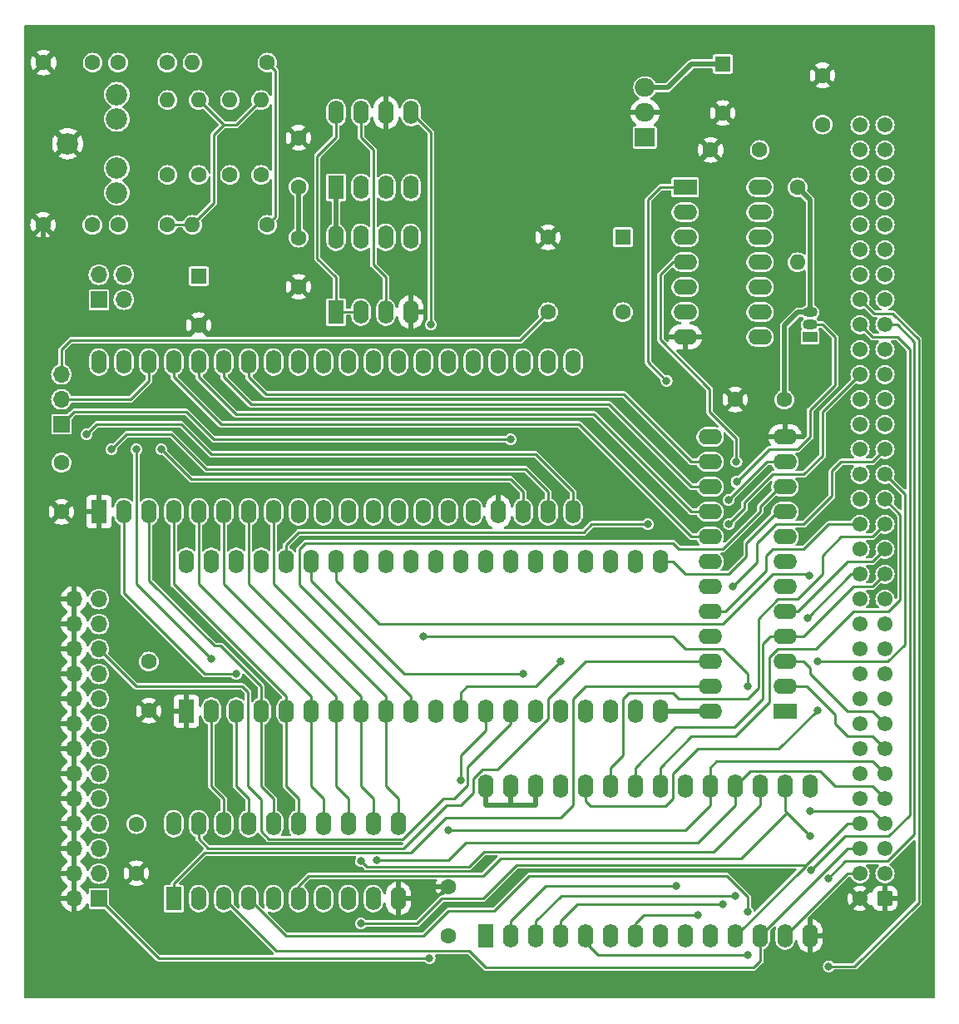
<source format=gbr>
%TF.GenerationSoftware,KiCad,Pcbnew,8.0.3+1*%
%TF.CreationDate,2024-06-17T20:37:02+02:00*%
%TF.ProjectId,qsound3,71736f75-6e64-4332-9e6b-696361645f70,0.1b*%
%TF.SameCoordinates,Original*%
%TF.FileFunction,Copper,L2,Bot*%
%TF.FilePolarity,Positive*%
%FSLAX46Y46*%
G04 Gerber Fmt 4.6, Leading zero omitted, Abs format (unit mm)*
G04 Created by KiCad (PCBNEW 8.0.3+1) date 2024-06-17 20:37:02*
%MOMM*%
%LPD*%
G01*
G04 APERTURE LIST*
G04 Aperture macros list*
%AMRoundRect*
0 Rectangle with rounded corners*
0 $1 Rounding radius*
0 $2 $3 $4 $5 $6 $7 $8 $9 X,Y pos of 4 corners*
0 Add a 4 corners polygon primitive as box body*
4,1,4,$2,$3,$4,$5,$6,$7,$8,$9,$2,$3,0*
0 Add four circle primitives for the rounded corners*
1,1,$1+$1,$2,$3*
1,1,$1+$1,$4,$5*
1,1,$1+$1,$6,$7*
1,1,$1+$1,$8,$9*
0 Add four rect primitives between the rounded corners*
20,1,$1+$1,$2,$3,$4,$5,0*
20,1,$1+$1,$4,$5,$6,$7,0*
20,1,$1+$1,$6,$7,$8,$9,0*
20,1,$1+$1,$8,$9,$2,$3,0*%
G04 Aperture macros list end*
%TA.AperFunction,ComponentPad*%
%ADD10R,1.600000X2.400000*%
%TD*%
%TA.AperFunction,ComponentPad*%
%ADD11O,1.600000X2.400000*%
%TD*%
%TA.AperFunction,ComponentPad*%
%ADD12C,1.600000*%
%TD*%
%TA.AperFunction,ComponentPad*%
%ADD13R,1.500000X1.050000*%
%TD*%
%TA.AperFunction,ComponentPad*%
%ADD14O,1.500000X1.050000*%
%TD*%
%TA.AperFunction,ComponentPad*%
%ADD15O,1.600000X1.600000*%
%TD*%
%TA.AperFunction,ComponentPad*%
%ADD16R,1.700000X1.700000*%
%TD*%
%TA.AperFunction,ComponentPad*%
%ADD17O,1.700000X1.700000*%
%TD*%
%TA.AperFunction,ComponentPad*%
%ADD18C,2.184400*%
%TD*%
%TA.AperFunction,ComponentPad*%
%ADD19R,1.600000X1.600000*%
%TD*%
%TA.AperFunction,ComponentPad*%
%ADD20R,2.400000X1.600000*%
%TD*%
%TA.AperFunction,ComponentPad*%
%ADD21O,2.400000X1.600000*%
%TD*%
%TA.AperFunction,ComponentPad*%
%ADD22R,2.000000X1.905000*%
%TD*%
%TA.AperFunction,ComponentPad*%
%ADD23O,2.000000X1.905000*%
%TD*%
%TA.AperFunction,ComponentPad*%
%ADD24RoundRect,0.249999X0.525001X-0.525001X0.525001X0.525001X-0.525001X0.525001X-0.525001X-0.525001X0*%
%TD*%
%TA.AperFunction,ComponentPad*%
%ADD25C,1.550000*%
%TD*%
%TA.AperFunction,ViaPad*%
%ADD26C,0.800000*%
%TD*%
%TA.AperFunction,ViaPad*%
%ADD27C,1.000000*%
%TD*%
%TA.AperFunction,Conductor*%
%ADD28C,0.500000*%
%TD*%
%TA.AperFunction,Conductor*%
%ADD29C,0.250000*%
%TD*%
%ADD30C,0.350000*%
G04 APERTURE END LIST*
D10*
%TO.P,U9,1,VCC*%
%TO.N,VCC*%
X134630000Y-59705000D03*
D11*
%TO.P,U9,2,ToPull*%
%TO.N,Net-(U5B-+)*%
X137170000Y-59705000D03*
%TO.P,U9,3,LOAD*%
%TO.N,Net-(U7-SH)*%
X139710000Y-59705000D03*
%TO.P,U9,4,SD*%
%TO.N,Net-(U7-OP-0)*%
X142250000Y-59705000D03*
%TO.P,U9,5,oI*%
%TO.N,Net-(U7-oS)*%
X142250000Y-52085000D03*
%TO.P,U9,6,VSS*%
%TO.N,GND*%
X139710000Y-52085000D03*
%TO.P,U9,7,RB*%
%TO.N,Net-(U5A-+)*%
X137170000Y-52085000D03*
%TO.P,U9,8,MP*%
%TO.N,Net-(U5A--)*%
X134630000Y-52085000D03*
%TD*%
D10*
%TO.P,U7,1,VSS*%
%TO.N,GND*%
X110490000Y-92710000D03*
D11*
%TO.P,U7,2,DA1*%
%TO.N,/PA1*%
X113030000Y-92710000D03*
%TO.P,U7,3,DA2*%
%TO.N,/PA2*%
X115570000Y-92710000D03*
%TO.P,U7,4,DA3*%
%TO.N,/PA3*%
X118110000Y-92710000D03*
%TO.P,U7,5,DA4*%
%TO.N,/PA4*%
X120650000Y-92710000D03*
%TO.P,U7,6,DA5*%
%TO.N,/PA5*%
X123190000Y-92710000D03*
%TO.P,U7,7,DA6*%
%TO.N,/PA6*%
X125730000Y-92710000D03*
%TO.P,U7,8,DA7*%
%TO.N,/PA7*%
X128270000Y-92710000D03*
%TO.P,U7,9,IOA0*%
%TO.N,unconnected-(U7-IOA0-Pad9)*%
X130810000Y-92710000D03*
%TO.P,U7,10,IOA1*%
%TO.N,unconnected-(U7-IOA1-Pad10)*%
X133350000Y-92710000D03*
%TO.P,U7,11,IOA2*%
%TO.N,unconnected-(U7-IOA2-Pad11)*%
X135890000Y-92710000D03*
%TO.P,U7,12,IOA3*%
%TO.N,unconnected-(U7-IOA3-Pad12)*%
X138430000Y-92710000D03*
%TO.P,U7,13,IOA4*%
%TO.N,unconnected-(U7-IOA4-Pad13)*%
X140970000Y-92710000D03*
%TO.P,U7,14,IOA5*%
%TO.N,unconnected-(U7-IOA5-Pad14)*%
X143510000Y-92710000D03*
%TO.P,U7,15,IOA6*%
%TO.N,unconnected-(U7-IOA6-Pad15)*%
X146050000Y-92710000D03*
%TO.P,U7,16,IOA7*%
%TO.N,unconnected-(U7-IOA7-Pad16)*%
X148590000Y-92710000D03*
%TO.P,U7,17,AGND*%
%TO.N,GND*%
X151130000Y-92710000D03*
%TO.P,U7,18,C*%
%TO.N,/CH_C*%
X153670000Y-92710000D03*
%TO.P,U7,19,B*%
%TO.N,/CH_B*%
X156210000Y-92710000D03*
%TO.P,U7,20,A*%
%TO.N,/CH_A*%
X158750000Y-92710000D03*
%TO.P,U7,21,VCC*%
%TO.N,VCC*%
X158750000Y-77470000D03*
%TO.P,U7,22,SH*%
%TO.N,Net-(U7-SH)*%
X156210000Y-77470000D03*
%TO.P,U7,23,OP-0*%
%TO.N,Net-(U7-OP-0)*%
X153670000Y-77470000D03*
%TO.P,U7,24,~{RESET}*%
%TO.N,/RESET*%
X151130000Y-77470000D03*
%TO.P,U7,25,~{IRQ}*%
%TO.N,unconnected-(U7-~{IRQ}-Pad25)*%
X148590000Y-77470000D03*
%TO.P,U7,26,IOB0*%
%TO.N,/IOB0*%
X146050000Y-77470000D03*
%TO.P,U7,27,IOB1*%
%TO.N,/IOB1*%
X143510000Y-77470000D03*
%TO.P,U7,28,IOB2*%
%TO.N,/IOB2*%
X140970000Y-77470000D03*
%TO.P,U7,29,IOB3*%
%TO.N,/IOB3*%
X138430000Y-77470000D03*
%TO.P,U7,30,IOB4*%
%TO.N,/IOB4*%
X135890000Y-77470000D03*
%TO.P,U7,31,IOB5*%
%TO.N,/IOB5*%
X133350000Y-77470000D03*
%TO.P,U7,32,IOB6*%
%TO.N,/IOB6*%
X130810000Y-77470000D03*
%TO.P,U7,33,IOB7*%
%TO.N,/IOB7*%
X128270000Y-77470000D03*
%TO.P,U7,34,~{CS}*%
%TO.N,/YM_CS*%
X125730000Y-77470000D03*
%TO.P,U7,35,~{WR}*%
%TO.N,/YM_W*%
X123190000Y-77470000D03*
%TO.P,U7,36,~{RD}*%
%TO.N,/YM_R*%
X120650000Y-77470000D03*
%TO.P,U7,37,A0*%
%TO.N,/YM_A0*%
X118110000Y-77470000D03*
%TO.P,U7,38,oM*%
%TO.N,Net-(JP1-C)*%
X115570000Y-77470000D03*
%TO.P,U7,39,oS*%
%TO.N,Net-(U7-oS)*%
X113030000Y-77470000D03*
%TO.P,U7,40,DA0*%
%TO.N,/PA0*%
X110490000Y-77470000D03*
%TD*%
D12*
%TO.P,C1,1*%
%TO.N,+9V*%
X184150000Y-53300000D03*
%TO.P,C1,2*%
%TO.N,GND*%
X184150000Y-48300000D03*
%TD*%
%TO.P,C6,1*%
%TO.N,VCC*%
X180260000Y-81280000D03*
%TO.P,C6,2*%
%TO.N,GND*%
X175260000Y-81280000D03*
%TD*%
%TO.P,C7,1*%
%TO.N,VCC*%
X106680000Y-87710000D03*
%TO.P,C7,2*%
%TO.N,GND*%
X106680000Y-92710000D03*
%TD*%
D13*
%TO.P,Q1,1,E*%
%TO.N,/DSMC*%
X182880000Y-74930000D03*
D14*
%TO.P,Q1,2,B*%
%TO.N,/DSMC'*%
X182880000Y-73660000D03*
%TO.P,Q1,3,C*%
%TO.N,VCC*%
X182880000Y-72390000D03*
%TD*%
D12*
%TO.P,R2,1*%
%TO.N,Net-(J2-Pin_3)*%
X127635000Y-46990000D03*
D15*
%TO.P,R2,2*%
%TO.N,Net-(C12-Pad1)*%
X120015000Y-46990000D03*
%TD*%
D12*
%TO.P,R6,1*%
%TO.N,Net-(J2-Pin_2)*%
X127000000Y-58420000D03*
D15*
%TO.P,R6,2*%
%TO.N,Net-(C13-Pad1)*%
X127000000Y-50800000D03*
%TD*%
D10*
%TO.P,U8,1,A->B*%
%TO.N,/245_CS*%
X118110000Y-132080000D03*
D11*
%TO.P,U8,2,A0*%
%TO.N,/D0*%
X120650000Y-132080000D03*
%TO.P,U8,3,A1*%
%TO.N,/D1*%
X123190000Y-132080000D03*
%TO.P,U8,4,A2*%
%TO.N,/D2*%
X125730000Y-132080000D03*
%TO.P,U8,5,A3*%
%TO.N,/D3*%
X128270000Y-132080000D03*
%TO.P,U8,6,A4*%
%TO.N,/D4*%
X130810000Y-132080000D03*
%TO.P,U8,7,A5*%
%TO.N,/D5*%
X133350000Y-132080000D03*
%TO.P,U8,8,A6*%
%TO.N,/D6*%
X135890000Y-132080000D03*
%TO.P,U8,9,A7*%
%TO.N,/D7*%
X138430000Y-132080000D03*
%TO.P,U8,10,GND*%
%TO.N,GND*%
X140970000Y-132080000D03*
%TO.P,U8,11,B7*%
%TO.N,/PA7*%
X140970000Y-124460000D03*
%TO.P,U8,12,B6*%
%TO.N,/PA6*%
X138430000Y-124460000D03*
%TO.P,U8,13,B5*%
%TO.N,/PA5*%
X135890000Y-124460000D03*
%TO.P,U8,14,B4*%
%TO.N,/PA4*%
X133350000Y-124460000D03*
%TO.P,U8,15,B3*%
%TO.N,/PA3*%
X130810000Y-124460000D03*
%TO.P,U8,16,B2*%
%TO.N,/PA2*%
X128270000Y-124460000D03*
%TO.P,U8,17,B1*%
%TO.N,/PA1*%
X125730000Y-124460000D03*
%TO.P,U8,18,B0*%
%TO.N,/PA0*%
X123190000Y-124460000D03*
%TO.P,U8,19,CE*%
%TO.N,/245_DIR*%
X120650000Y-124460000D03*
%TO.P,U8,20,VCC*%
%TO.N,VCC*%
X118110000Y-124460000D03*
%TD*%
D16*
%TO.P,JP2,1,Pin_1*%
%TO.N,/CH_B*%
X110490000Y-71125000D03*
D17*
%TO.P,JP2,2,Pin_2*%
%TO.N,Net-(J2-Pin_2)*%
X110490000Y-68585000D03*
%TO.P,JP2,3,Pin_3*%
%TO.N,Net-(J2-Pin_3)*%
X113030000Y-71125000D03*
%TO.P,JP2,4,Pin_4*%
%TO.N,/CH_C*%
X113030000Y-68585000D03*
%TD*%
D10*
%TO.P,U5,1*%
%TO.N,Net-(U5A--)*%
X134620000Y-72390000D03*
D11*
%TO.P,U5,2,-*%
X137160000Y-72390000D03*
%TO.P,U5,3,+*%
%TO.N,Net-(U5A-+)*%
X139700000Y-72390000D03*
%TO.P,U5,4,V-*%
%TO.N,GND*%
X142240000Y-72390000D03*
%TO.P,U5,5,+*%
%TO.N,Net-(U5B-+)*%
X142240000Y-64770000D03*
%TO.P,U5,6,-*%
%TO.N,Net-(U5B--)*%
X139700000Y-64770000D03*
%TO.P,U5,7*%
X137160000Y-64770000D03*
%TO.P,U5,8,V+*%
%TO.N,VCC*%
X134620000Y-64770000D03*
%TD*%
D12*
%TO.P,C8,1*%
%TO.N,VCC*%
X114300000Y-124500000D03*
%TO.P,C8,2*%
%TO.N,GND*%
X114300000Y-129500000D03*
%TD*%
%TO.P,C14,1*%
%TO.N,Net-(C13-Pad2)*%
X109815000Y-63500000D03*
%TO.P,C14,2*%
%TO.N,GND*%
X104815000Y-63500000D03*
%TD*%
%TO.P,C2,1*%
%TO.N,VCC*%
X146050000Y-135890000D03*
%TO.P,C2,2*%
%TO.N,GND*%
X146050000Y-130890000D03*
%TD*%
%TO.P,R5,1*%
%TO.N,/CH_A*%
X123825000Y-58420000D03*
D15*
%TO.P,R5,2*%
%TO.N,Net-(C12-Pad1)*%
X123825000Y-50800000D03*
%TD*%
D12*
%TO.P,C13,1*%
%TO.N,Net-(C12-Pad1)*%
X117435000Y-46990000D03*
%TO.P,C13,2*%
%TO.N,Net-(C12-Pad2)*%
X112435000Y-46990000D03*
%TD*%
%TO.P,R1,1*%
%TO.N,VCC*%
X181610000Y-59690000D03*
D15*
%TO.P,R1,2*%
%TO.N,/MEM_SEL*%
X181610000Y-67310000D03*
%TD*%
D18*
%TO.P,J2,G*%
%TO.N,GND*%
X107315000Y-55245000D03*
%TO.P,J2,S*%
%TO.N,Net-(C12-Pad2)*%
X112315000Y-50245000D03*
%TO.P,J2,SN*%
%TO.N,unconnected-(J4-PadSN)*%
X112315000Y-52745000D03*
%TO.P,J2,T*%
%TO.N,Net-(C13-Pad2)*%
X112315000Y-60245000D03*
%TO.P,J2,TN*%
%TO.N,unconnected-(J4-PadTN)*%
X112315000Y-57745000D03*
%TD*%
D12*
%TO.P,R4,1*%
%TO.N,Net-(U5B--)*%
X120650000Y-58420000D03*
D15*
%TO.P,R4,2*%
%TO.N,Net-(C13-Pad1)*%
X120650000Y-50800000D03*
%TD*%
D12*
%TO.P,C9,1*%
%TO.N,VCC*%
X130810000Y-59650000D03*
%TO.P,C9,2*%
%TO.N,GND*%
X130810000Y-54650000D03*
%TD*%
%TO.P,R3,1*%
%TO.N,Net-(U5B--)*%
X117475000Y-58420000D03*
D15*
%TO.P,R3,2*%
%TO.N,Net-(C12-Pad1)*%
X117475000Y-50800000D03*
%TD*%
D16*
%TO.P,J3,1,Pin_1*%
%TO.N,/P_Strobe*%
X110490000Y-132080000D03*
D17*
%TO.P,J3,2,Pin_2*%
%TO.N,GND*%
X107950000Y-132080000D03*
%TO.P,J3,3,Pin_3*%
%TO.N,/IOB0*%
X110490000Y-129540000D03*
%TO.P,J3,4,Pin_4*%
%TO.N,GND*%
X107950000Y-129540000D03*
%TO.P,J3,5,Pin_5*%
%TO.N,/IOB1*%
X110490000Y-127000000D03*
%TO.P,J3,6,Pin_6*%
%TO.N,GND*%
X107950000Y-127000000D03*
%TO.P,J3,7,Pin_7*%
%TO.N,/IOB2*%
X110490000Y-124460000D03*
%TO.P,J3,8,Pin_8*%
%TO.N,GND*%
X107950000Y-124460000D03*
%TO.P,J3,9,Pin_9*%
%TO.N,/IOB3*%
X110490000Y-121920000D03*
%TO.P,J3,10,Pin_10*%
%TO.N,GND*%
X107950000Y-121920000D03*
%TO.P,J3,11,Pin_11*%
%TO.N,/IOB4*%
X110490000Y-119380000D03*
%TO.P,J3,12,Pin_12*%
%TO.N,GND*%
X107950000Y-119380000D03*
%TO.P,J3,13,Pin_13*%
%TO.N,/IOB5*%
X110490000Y-116840000D03*
%TO.P,J3,14,Pin_14*%
%TO.N,GND*%
X107950000Y-116840000D03*
%TO.P,J3,15,Pin_15*%
%TO.N,/IOB6*%
X110490000Y-114300000D03*
%TO.P,J3,16,Pin_16*%
%TO.N,GND*%
X107950000Y-114300000D03*
%TO.P,J3,17,Pin_17*%
%TO.N,/IOB7*%
X110490000Y-111760000D03*
%TO.P,J3,18,Pin_18*%
%TO.N,GND*%
X107950000Y-111760000D03*
%TO.P,J3,19,Pin_19*%
%TO.N,unconnected-(J3-Pin_19-Pad19)*%
X110490000Y-109220000D03*
%TO.P,J3,20,Pin_20*%
%TO.N,GND*%
X107950000Y-109220000D03*
%TO.P,J3,21,Pin_21*%
%TO.N,/P_Busy*%
X110490000Y-106680000D03*
%TO.P,J3,22,Pin_22*%
%TO.N,GND*%
X107950000Y-106680000D03*
%TO.P,J3,23,Pin_23*%
%TO.N,unconnected-(J3-Pin_23-Pad23)*%
X110490000Y-104140000D03*
%TO.P,J3,24,Pin_24*%
%TO.N,GND*%
X107950000Y-104140000D03*
%TO.P,J3,25,Pin_25*%
%TO.N,unconnected-(J3-Pin_25-Pad25)*%
X110490000Y-101600000D03*
%TO.P,J3,26,Pin_26*%
%TO.N,GND*%
X107950000Y-101600000D03*
%TD*%
D12*
%TO.P,C4,1*%
%TO.N,VCC*%
X115570000Y-107950000D03*
%TO.P,C4,2*%
%TO.N,GND*%
X115570000Y-112950000D03*
%TD*%
D19*
%TO.P,X1,1,EN*%
%TO.N,VCC*%
X163830000Y-64770000D03*
D12*
%TO.P,X1,4,GND*%
%TO.N,GND*%
X156210000Y-64770000D03*
%TO.P,X1,5,OUT*%
%TO.N,Net-(JP1-B)*%
X156210000Y-72390000D03*
%TO.P,X1,8,Vcc*%
%TO.N,VCC*%
X163830000Y-72390000D03*
%TD*%
D19*
%TO.P,C11,1*%
%TO.N,Net-(U5A-+)*%
X120650000Y-68717349D03*
D12*
%TO.P,C11,2*%
%TO.N,GND*%
X120650000Y-73717349D03*
%TD*%
D20*
%TO.P,U3,1*%
%TO.N,/A14*%
X170170000Y-59685000D03*
D21*
%TO.P,U3,2*%
%TO.N,/SP0*%
X170170000Y-62225000D03*
%TO.P,U3,3*%
%TO.N,/MEM_SEL*%
X170170000Y-64765000D03*
%TO.P,U3,4*%
X170170000Y-67305000D03*
%TO.P,U3,5*%
%TO.N,/A16*%
X170170000Y-69845000D03*
%TO.P,U3,6*%
%TO.N,/SP2*%
X170170000Y-72385000D03*
%TO.P,U3,7,GND*%
%TO.N,GND*%
X170170000Y-74925000D03*
%TO.P,U3,8*%
%TO.N,/A17*%
X177790000Y-74925000D03*
%TO.P,U3,9*%
%TO.N,/SP3*%
X177790000Y-72385000D03*
%TO.P,U3,10*%
%TO.N,/MEM_SEL*%
X177790000Y-69845000D03*
%TO.P,U3,11*%
X177790000Y-67305000D03*
%TO.P,U3,12*%
%TO.N,/SP1*%
X177790000Y-64765000D03*
%TO.P,U3,13*%
%TO.N,/A15*%
X177790000Y-62225000D03*
%TO.P,U3,14,VCC*%
%TO.N,VCC*%
X177790000Y-59685000D03*
%TD*%
D12*
%TO.P,C15,1*%
%TO.N,Net-(C13-Pad1)*%
X117475000Y-63500000D03*
%TO.P,C15,2*%
%TO.N,Net-(C13-Pad2)*%
X112475000Y-63500000D03*
%TD*%
D19*
%TO.P,C10,1*%
%TO.N,VCC*%
X173990000Y-47127349D03*
D12*
%TO.P,C10,2*%
%TO.N,GND*%
X173990000Y-52127349D03*
%TD*%
%TO.P,R7,1*%
%TO.N,Net-(J2-Pin_3)*%
X127635000Y-63500000D03*
D15*
%TO.P,R7,2*%
%TO.N,Net-(C13-Pad1)*%
X120015000Y-63500000D03*
%TD*%
D16*
%TO.P,JP1,1,A*%
%TO.N,/E*%
X106680000Y-83805000D03*
D17*
%TO.P,JP1,2,C*%
%TO.N,Net-(JP1-C)*%
X106680000Y-81265000D03*
%TO.P,JP1,3,B*%
%TO.N,Net-(JP1-B)*%
X106680000Y-78725000D03*
%TD*%
D22*
%TO.P,U1,1,IN*%
%TO.N,+9V*%
X166075000Y-54610000D03*
D23*
%TO.P,U1,2,GND*%
%TO.N,GND*%
X166075000Y-52070000D03*
%TO.P,U1,3,OUT*%
%TO.N,VCC*%
X166075000Y-49530000D03*
%TD*%
D12*
%TO.P,C12,1*%
%TO.N,Net-(C12-Pad2)*%
X109855000Y-46990000D03*
%TO.P,C12,2*%
%TO.N,GND*%
X104855000Y-46990000D03*
%TD*%
%TO.P,C3,1*%
%TO.N,VCC*%
X177760000Y-55880000D03*
%TO.P,C3,2*%
%TO.N,GND*%
X172760000Y-55880000D03*
%TD*%
D20*
%TO.P,U6,1,I1/CLK*%
%TO.N,/E*%
X180340000Y-113030000D03*
D21*
%TO.P,U6,2,I2*%
%TO.N,/A19*%
X180340000Y-110490000D03*
%TO.P,U6,3,I3*%
%TO.N,/A18*%
X180340000Y-107950000D03*
%TO.P,U6,4,I4/PD*%
%TO.N,/A13*%
X180340000Y-105410000D03*
%TO.P,U6,5,I5*%
%TO.N,/A12*%
X180340000Y-102870000D03*
%TO.P,U6,6,I6*%
%TO.N,/DS*%
X180340000Y-100330000D03*
%TO.P,U6,7,I7*%
%TO.N,/MEM_SEL*%
X180340000Y-97790000D03*
%TO.P,U6,8,I8*%
%TO.N,unconnected-(U6-I8-Pad8)*%
X180340000Y-95250000D03*
%TO.P,U6,9,I9*%
%TO.N,/RW*%
X180340000Y-92710000D03*
%TO.P,U6,10,I10*%
%TO.N,/BC1*%
X180340000Y-90170000D03*
%TO.P,U6,11,I11*%
%TO.N,/BDIR*%
X180340000Y-87630000D03*
%TO.P,U6,12,GND*%
%TO.N,GND*%
X180340000Y-85090000D03*
%TO.P,U6,13,I12*%
%TO.N,unconnected-(U6-I12-Pad13)*%
X172720000Y-85090000D03*
%TO.P,U6,14,IO10*%
%TO.N,/YM_CS*%
X172720000Y-87630000D03*
%TO.P,U6,15,IO9*%
%TO.N,/YM_W*%
X172720000Y-90170000D03*
%TO.P,U6,16,IO8*%
%TO.N,/YM_R*%
X172720000Y-92710000D03*
%TO.P,U6,17,IO7*%
%TO.N,/YM_A0*%
X172720000Y-95250000D03*
%TO.P,U6,18,IO6*%
%TO.N,/DSMC'*%
X172720000Y-97790000D03*
%TO.P,U6,19,IO5*%
%TO.N,/CS2{slash}OE*%
X172720000Y-100330000D03*
%TO.P,U6,20,I04*%
%TO.N,/VPA*%
X172720000Y-102870000D03*
%TO.P,U6,21,IO3*%
%TO.N,unconnected-(U6-IO3-Pad21)*%
X172720000Y-105410000D03*
%TO.P,U6,22,IO2*%
%TO.N,/245_DIR*%
X172720000Y-107950000D03*
%TO.P,U6,23,IO1*%
%TO.N,/245_CS*%
X172720000Y-110490000D03*
%TO.P,U6,24,VCC*%
%TO.N,VCC*%
X172720000Y-113030000D03*
%TD*%
D24*
%TO.P,J1,a1,GND*%
%TO.N,GND*%
X190500000Y-132080000D03*
D25*
%TO.P,J1,a2,D3*%
%TO.N,/D3*%
X190500000Y-129540000D03*
%TO.P,J1,a3,D4*%
%TO.N,/D4*%
X190500000Y-127000000D03*
%TO.P,J1,a4,D5*%
%TO.N,/D5*%
X190500000Y-124460000D03*
%TO.P,J1,a5,D6*%
%TO.N,/D6*%
X190500000Y-121920000D03*
%TO.P,J1,a6,D7*%
%TO.N,/D7*%
X190500000Y-119380000D03*
%TO.P,J1,a7,A19*%
%TO.N,/A19*%
X190500000Y-116840000D03*
%TO.P,J1,a8,A18*%
%TO.N,/A18*%
X190500000Y-114300000D03*
%TO.P,J1,a9,A17*%
%TO.N,/A17*%
X190500000Y-111760000D03*
%TO.P,J1,a10,A16*%
%TO.N,/A16*%
X190500000Y-109220000D03*
%TO.P,J1,a11,CLKCPU*%
%TO.N,unconnected-(J1-CLKCPU-Pada11)*%
X190500000Y-106680000D03*
%TO.P,J1,a12,RED*%
%TO.N,unconnected-(J1-RED-Pada12)*%
X190500000Y-104140000D03*
%TO.P,J1,a13,A14*%
%TO.N,/A14*%
X190500000Y-101600000D03*
%TO.P,J1,a14,A13*%
%TO.N,/A13*%
X190500000Y-99060000D03*
%TO.P,J1,a15,A12*%
%TO.N,/A12*%
X190500000Y-96520000D03*
%TO.P,J1,a16,A11*%
%TO.N,/A11*%
X190500000Y-93980000D03*
%TO.P,J1,a17,A10*%
%TO.N,/A10*%
X190500000Y-91440000D03*
%TO.P,J1,a18,A9*%
%TO.N,/A9*%
X190500000Y-88900000D03*
%TO.P,J1,a19,A8*%
%TO.N,/A8*%
X190500000Y-86360000D03*
%TO.P,J1,a20,A7*%
%TO.N,/A7*%
X190500000Y-83820000D03*
%TO.P,J1,a21,A6*%
%TO.N,/A6*%
X190500000Y-81280000D03*
%TO.P,J1,a22,A5*%
%TO.N,/A5*%
X190500000Y-78740000D03*
%TO.P,J1,a23,A4*%
%TO.N,/A4*%
X190500000Y-76200000D03*
%TO.P,J1,a24,A3*%
%TO.N,/A3*%
X190500000Y-73660000D03*
%TO.P,J1,a25,~{DBG}*%
%TO.N,unconnected-(J1-~{DBG}-Pada25)*%
X190500000Y-71120000D03*
%TO.P,J1,a26,SP2*%
%TO.N,/SP2*%
X190500000Y-68580000D03*
%TO.P,J1,a27,~{DSMC}*%
%TO.N,/DSMC*%
X190500000Y-66040000D03*
%TO.P,J1,a28,SP1*%
%TO.N,/SP1*%
X190500000Y-63500000D03*
%TO.P,J1,a29,SP0*%
%TO.N,/SP0*%
X190500000Y-60960000D03*
%TO.P,J1,a30,+12V*%
%TO.N,unconnected-(J1-+12V-Pada30)*%
X190500000Y-58420000D03*
%TO.P,J1,a31,-12V*%
%TO.N,unconnected-(J1--12V-Pada31)*%
X190500000Y-55880000D03*
%TO.P,J1,a32,Vin*%
%TO.N,+9V*%
X190500000Y-53340000D03*
%TO.P,J1,b1,GND*%
%TO.N,GND*%
X187960000Y-132080000D03*
%TO.P,J1,b2,D2*%
%TO.N,/D2*%
X187960000Y-129540000D03*
%TO.P,J1,b3,D1*%
%TO.N,/D1*%
X187960000Y-127000000D03*
%TO.P,J1,b4,D0*%
%TO.N,/D0*%
X187960000Y-124460000D03*
%TO.P,J1,b5,~{AS}*%
%TO.N,unconnected-(J1-~{AS}-Padb5)*%
X187960000Y-121920000D03*
%TO.P,J1,b6,~{DS}*%
%TO.N,/DS*%
X187960000Y-119380000D03*
%TO.P,J1,b7,~{DRW}*%
%TO.N,/RW*%
X187960000Y-116840000D03*
%TO.P,J1,b8,~{DTACK}*%
%TO.N,unconnected-(J1-~{DTACK}-Padb8)*%
X187960000Y-114300000D03*
%TO.P,J1,b9,~{BG}*%
%TO.N,unconnected-(J1-~{BG}-Padb9)*%
X187960000Y-111760000D03*
%TO.P,J1,b10,~{BR}*%
%TO.N,unconnected-(J1-~{BR}-Padb10)*%
X187960000Y-109220000D03*
%TO.P,J1,b11,A15*%
%TO.N,/A15*%
X187960000Y-106680000D03*
%TO.P,J1,b12,~{RESETCPU}*%
%TO.N,/RESET*%
X187960000Y-104140000D03*
%TO.P,J1,b13,~{CSYNC}*%
%TO.N,unconnected-(J1-~{CSYNC}-Padb13)*%
X187960000Y-101600000D03*
%TO.P,J1,b14,E*%
%TO.N,/E*%
X187960000Y-99060000D03*
%TO.P,J1,b15,VSYNCH*%
%TO.N,unconnected-(J1-VSYNCH-Padb15)*%
X187960000Y-96520000D03*
%TO.P,J1,b16,~{VPA}*%
%TO.N,/VPA*%
X187960000Y-93980000D03*
%TO.P,J1,b17,GREEN*%
%TO.N,unconnected-(J1-GREEN-Padb17)*%
X187960000Y-91440000D03*
%TO.P,J1,b18,BLUE*%
%TO.N,unconnected-(J1-BLUE-Padb18)*%
X187960000Y-88900000D03*
%TO.P,J1,b19,FC2*%
%TO.N,unconnected-(J1-FC2-Padb19)*%
X187960000Y-86360000D03*
%TO.P,J1,b20,FC1*%
%TO.N,unconnected-(J1-FC1-Padb20)*%
X187960000Y-83820000D03*
%TO.P,J1,b21,FC0*%
%TO.N,unconnected-(J1-FC0-Padb21)*%
X187960000Y-81280000D03*
%TO.P,J1,b22,A0*%
%TO.N,/A0*%
X187960000Y-78740000D03*
%TO.P,J1,b23,ROMOEH*%
%TO.N,unconnected-(J1-ROMOEH-Padb23)*%
X187960000Y-76200000D03*
%TO.P,J1,b24,A1*%
%TO.N,/A1*%
X187960000Y-73660000D03*
%TO.P,J1,b25,A2*%
%TO.N,/A2*%
X187960000Y-71120000D03*
%TO.P,J1,b26,SP3*%
%TO.N,/SP3*%
X187960000Y-68580000D03*
%TO.P,J1,b27,~{IPLO}*%
%TO.N,unconnected-(J1-~{IPLO}-Padb27)*%
X187960000Y-66040000D03*
%TO.P,J1,b28,~{BERR}*%
%TO.N,unconnected-(J1-~{BERR}-Padb28)*%
X187960000Y-63500000D03*
%TO.P,J1,b29,~{IPL1}*%
%TO.N,unconnected-(J1-~{IPL1}-Padb29)*%
X187960000Y-60960000D03*
%TO.P,J1,b30,~{EXTINT}*%
%TO.N,unconnected-(J1-~{EXTINT}-Padb30)*%
X187960000Y-58420000D03*
%TO.P,J1,b31,Vin*%
%TO.N,+9V*%
X187960000Y-55880000D03*
%TO.P,J1,b32,Vin*%
X187960000Y-53340000D03*
%TD*%
D10*
%TO.P,U2,1,A15*%
%TO.N,VCC*%
X149860000Y-135890000D03*
D11*
%TO.P,U2,2,A12*%
%TO.N,/A12*%
X152400000Y-135890000D03*
%TO.P,U2,3,A7*%
%TO.N,/A7*%
X154940000Y-135890000D03*
%TO.P,U2,4,A6*%
%TO.N,/A6*%
X157480000Y-135890000D03*
%TO.P,U2,5,A5*%
%TO.N,/A5*%
X160020000Y-135890000D03*
%TO.P,U2,6,A4*%
%TO.N,/A4*%
X162560000Y-135890000D03*
%TO.P,U2,7,A3*%
%TO.N,/A3*%
X165100000Y-135890000D03*
%TO.P,U2,8,A2*%
%TO.N,/A2*%
X167640000Y-135890000D03*
%TO.P,U2,9,A1*%
%TO.N,/A1*%
X170180000Y-135890000D03*
%TO.P,U2,10,A0*%
%TO.N,/A0*%
X172720000Y-135890000D03*
%TO.P,U2,11,D0*%
%TO.N,/D0*%
X175260000Y-135890000D03*
%TO.P,U2,12,D1*%
%TO.N,/D1*%
X177800000Y-135890000D03*
%TO.P,U2,13,D2*%
%TO.N,/D2*%
X180340000Y-135890000D03*
%TO.P,U2,14,GND*%
%TO.N,GND*%
X182880000Y-135890000D03*
%TO.P,U2,15,D3*%
%TO.N,/D3*%
X182880000Y-120650000D03*
%TO.P,U2,16,D4*%
%TO.N,/D4*%
X180340000Y-120650000D03*
%TO.P,U2,17,D5*%
%TO.N,/D5*%
X177800000Y-120650000D03*
%TO.P,U2,18,D6*%
%TO.N,/D6*%
X175260000Y-120650000D03*
%TO.P,U2,19,D7*%
%TO.N,/D7*%
X172720000Y-120650000D03*
%TO.P,U2,20,~{CE}*%
%TO.N,/CS2{slash}OE*%
X170180000Y-120650000D03*
%TO.P,U2,21,A10*%
%TO.N,/A10*%
X167640000Y-120650000D03*
%TO.P,U2,22,~{OE/Vpp}*%
%TO.N,/A13*%
X165100000Y-120650000D03*
%TO.P,U2,23,A11*%
%TO.N,/A11*%
X162560000Y-120650000D03*
%TO.P,U2,24,A9*%
%TO.N,/A9*%
X160020000Y-120650000D03*
%TO.P,U2,25,A8*%
%TO.N,/A8*%
X157480000Y-120650000D03*
%TO.P,U2,26,A13*%
%TO.N,VCC*%
X154940000Y-120650000D03*
%TO.P,U2,27,A14*%
X152400000Y-120650000D03*
%TO.P,U2,28,VCC*%
X149860000Y-120650000D03*
%TD*%
D12*
%TO.P,C5,1*%
%TO.N,VCC*%
X130810000Y-64810000D03*
%TO.P,C5,2*%
%TO.N,GND*%
X130810000Y-69810000D03*
%TD*%
D10*
%TO.P,U4,1,VSS*%
%TO.N,GND*%
X119385000Y-113010000D03*
D11*
%TO.P,U4,2,PA0*%
%TO.N,/PA0*%
X121925000Y-113010000D03*
%TO.P,U4,3,PA1*%
%TO.N,/PA1*%
X124465000Y-113010000D03*
%TO.P,U4,4,PA2*%
%TO.N,/PA2*%
X127005000Y-113010000D03*
%TO.P,U4,5,PA3*%
%TO.N,/PA3*%
X129545000Y-113010000D03*
%TO.P,U4,6,PA4*%
%TO.N,/PA4*%
X132085000Y-113010000D03*
%TO.P,U4,7,PA5*%
%TO.N,/PA5*%
X134625000Y-113010000D03*
%TO.P,U4,8,PA6*%
%TO.N,/PA6*%
X137165000Y-113010000D03*
%TO.P,U4,9,PA7*%
%TO.N,/PA7*%
X139705000Y-113010000D03*
%TO.P,U4,10,PB0*%
%TO.N,/BC1*%
X142245000Y-113010000D03*
%TO.P,U4,11,PB1*%
%TO.N,unconnected-(U4-PB1-Pad11)*%
X144785000Y-113010000D03*
%TO.P,U4,12,PB2*%
%TO.N,/BDIR*%
X147325000Y-113010000D03*
%TO.P,U4,13,PB3*%
%TO.N,/P_Strobe*%
X149865000Y-113010000D03*
%TO.P,U4,14,PB4*%
%TO.N,/P_Busy*%
X152405000Y-113010000D03*
%TO.P,U4,15,PB5*%
%TO.N,unconnected-(U4-PB5-Pad15)*%
X154945000Y-113010000D03*
%TO.P,U4,16,PB6*%
%TO.N,unconnected-(U4-PB6-Pad16)*%
X157485000Y-113010000D03*
%TO.P,U4,17,PB7*%
%TO.N,unconnected-(U4-PB7-Pad17)*%
X160025000Y-113010000D03*
%TO.P,U4,18,CB1*%
%TO.N,unconnected-(U4-CB1-Pad18)*%
X162565000Y-113010000D03*
%TO.P,U4,19,CB2*%
%TO.N,unconnected-(U4-CB2-Pad19)*%
X165105000Y-113010000D03*
%TO.P,U4,20,VCC*%
%TO.N,VCC*%
X167645000Y-113010000D03*
%TO.P,U4,21,R/~{W}*%
%TO.N,/RW*%
X167645000Y-97770000D03*
%TO.P,U4,22,CS0*%
%TO.N,/A13*%
X165105000Y-97770000D03*
%TO.P,U4,23,~{CS2}*%
%TO.N,/CS2{slash}OE*%
X162565000Y-97770000D03*
%TO.P,U4,24,CS1*%
%TO.N,/A13*%
X160025000Y-97770000D03*
%TO.P,U4,25,ENABLE*%
%TO.N,/E*%
X157485000Y-97770000D03*
%TO.P,U4,26,D7*%
%TO.N,/D7*%
X154945000Y-97770000D03*
%TO.P,U4,27,D6*%
%TO.N,/D6*%
X152405000Y-97770000D03*
%TO.P,U4,28,D5*%
%TO.N,/D5*%
X149865000Y-97770000D03*
%TO.P,U4,29,D4*%
%TO.N,/D4*%
X147325000Y-97770000D03*
%TO.P,U4,30,D3*%
%TO.N,/D3*%
X144785000Y-97770000D03*
%TO.P,U4,31,D2*%
%TO.N,/D2*%
X142245000Y-97770000D03*
%TO.P,U4,32,D1*%
%TO.N,/D1*%
X139705000Y-97770000D03*
%TO.P,U4,33,D0*%
%TO.N,/D0*%
X137165000Y-97770000D03*
%TO.P,U4,34,~{RESET}*%
%TO.N,/RESET*%
X134625000Y-97770000D03*
%TO.P,U4,35,RS1*%
%TO.N,/A1*%
X132085000Y-97770000D03*
%TO.P,U4,36,RS0*%
%TO.N,/A0*%
X129545000Y-97770000D03*
%TO.P,U4,37,~{IRQB}*%
%TO.N,unconnected-(U4-~{IRQB}-Pad37)*%
X127005000Y-97770000D03*
%TO.P,U4,38,~{IRQA}*%
%TO.N,unconnected-(U4-~{IRQA}-Pad38)*%
X124465000Y-97770000D03*
%TO.P,U4,39,CA2*%
%TO.N,unconnected-(U4-CA2-Pad39)*%
X121925000Y-97770000D03*
%TO.P,U4,40,CA1*%
%TO.N,unconnected-(U4-CA1-Pad40)*%
X119385000Y-97770000D03*
%TD*%
D26*
%TO.N,GND*%
X148590000Y-48260000D03*
X148590000Y-55880000D03*
X149860000Y-55880000D03*
X149860000Y-48260000D03*
X152400000Y-48260000D03*
X152400000Y-50800000D03*
X152400000Y-53340000D03*
X152400000Y-55880000D03*
X154940000Y-55880000D03*
X157480000Y-55880000D03*
X160020000Y-55880000D03*
X160020000Y-53340000D03*
X157480000Y-53340000D03*
X154940000Y-53340000D03*
X154940000Y-50800000D03*
X154940000Y-48260000D03*
X157480000Y-48260000D03*
X157480000Y-50800000D03*
X160020000Y-50800000D03*
X160020000Y-48260000D03*
X153670000Y-52070000D03*
X156210000Y-52070000D03*
X158750000Y-52070000D03*
X158750000Y-49530000D03*
X156210000Y-49530000D03*
X153670000Y-49530000D03*
X151130000Y-49530000D03*
X147320000Y-49530000D03*
X147320000Y-54610000D03*
X151130000Y-54610000D03*
X153670000Y-54610000D03*
X156210000Y-54610000D03*
X158750000Y-54610000D03*
X161290000Y-54610000D03*
X161290000Y-49530000D03*
X161290000Y-52070000D03*
D27*
X140970000Y-139700000D03*
X114300000Y-139700000D03*
D26*
%TO.N,/A14*%
X168275000Y-79375000D03*
%TO.N,/A12*%
X169242600Y-130810000D03*
%TO.N,/A9*%
X183635600Y-112909400D03*
X183635600Y-107950000D03*
%TO.N,/A8*%
X174983000Y-100353900D03*
%TO.N,/A7*%
X175260000Y-131771800D03*
%TO.N,/A6*%
X173990000Y-132662700D03*
%TO.N,/A5*%
X176530000Y-137795000D03*
%TO.N,/A3*%
X171450000Y-133758800D03*
X184749200Y-129995800D03*
%TO.N,/E*%
X182624300Y-103505000D03*
X152400000Y-85344000D03*
%TO.N,/RESET*%
X182778300Y-99192500D03*
%TO.N,/D0*%
X137160000Y-134620000D03*
%TO.N,/A0*%
X166370000Y-93980000D03*
X174625000Y-93980000D03*
%TO.N,/A1*%
X182996900Y-129188200D03*
X153670000Y-109220000D03*
%TO.N,/A2*%
X184785000Y-138975000D03*
%TO.N,/P_Strobe*%
X147320000Y-120015000D03*
X144145000Y-138141900D03*
%TO.N,/DSMC'*%
X175395200Y-89676000D03*
%TO.N,/MEM_SEL*%
X175381400Y-87630000D03*
%TO.N,/CH_A*%
X109220000Y-84836000D03*
%TO.N,/CH_B*%
X111760000Y-86360000D03*
%TO.N,/CH_C*%
X116840000Y-86360000D03*
%TO.N,/BDIR*%
X174575400Y-91523800D03*
X157480000Y-107950000D03*
%TO.N,/PA1*%
X124460000Y-109220000D03*
%TO.N,/PA0*%
X121920000Y-107648500D03*
X114300000Y-86360000D03*
%TO.N,/D3*%
X143510000Y-105410000D03*
X176530000Y-110490000D03*
%TO.N,/D4*%
X182880000Y-125730000D03*
%TO.N,/D5*%
X137160000Y-128270000D03*
X182880000Y-123190000D03*
%TO.N,/D6*%
X138793300Y-128127400D03*
%TO.N,/D7*%
X146050000Y-125095000D03*
%TO.N,/D2*%
X176530000Y-133399800D03*
%TO.N,Net-(U7-oS)*%
X144272000Y-73660000D03*
%TD*%
D28*
%TO.N,GND*%
X160020000Y-48260000D02*
X160782000Y-49022000D01*
X161290000Y-49530000D02*
X161290000Y-49530000D01*
X160782000Y-49530000D02*
X161290000Y-49530000D01*
X160782000Y-49022000D02*
X160782000Y-49530000D01*
X107950000Y-139700000D02*
X107950000Y-132080000D01*
X130820000Y-45710000D02*
X132080000Y-44450000D01*
X105410000Y-57607000D02*
X106223000Y-58420000D01*
X107315000Y-55187700D02*
X105410000Y-57092700D01*
X115570000Y-140970000D02*
X142240000Y-140970000D01*
X118190000Y-115570000D02*
X115570000Y-112950000D01*
X171450000Y-57785000D02*
X171450000Y-57150000D01*
X176530000Y-85090000D02*
X176530000Y-82550000D01*
X142240000Y-44450000D02*
X156210000Y-44450000D01*
X107950000Y-116840000D02*
X107950000Y-114300000D01*
X104815000Y-46932700D02*
X107298000Y-44450000D01*
X166075000Y-52070000D02*
X170815000Y-52070000D01*
X104140000Y-95250000D02*
X104140000Y-101600000D01*
X107950000Y-132080000D02*
X107950000Y-129540000D01*
X132080000Y-44450000D02*
X142240000Y-44450000D01*
X107298000Y-44450000D02*
X132080000Y-44450000D01*
X175260000Y-81280000D02*
X176530000Y-82550000D01*
X139710000Y-52012700D02*
X139710000Y-46980000D01*
X172720000Y-59055000D02*
X171450000Y-57785000D01*
X166075000Y-52070000D02*
X164465000Y-52070000D01*
X172720000Y-74930000D02*
X172720000Y-59055000D01*
X156210000Y-44450000D02*
X160020000Y-48260000D01*
X182325000Y-50165000D02*
X175952146Y-50165000D01*
X142250000Y-74676000D02*
X131738826Y-74676000D01*
X129009999Y-67942699D02*
X130820000Y-69752700D01*
X105410000Y-57092700D02*
X105410000Y-57607000D01*
X122555000Y-71755000D02*
X128817826Y-71755000D01*
X106680000Y-92710000D02*
X104140000Y-95250000D01*
X106680000Y-92710000D02*
X109220000Y-90170000D01*
X107950000Y-104140000D02*
X107950000Y-101600000D01*
X109220000Y-140970000D02*
X107950000Y-139700000D01*
X142955000Y-132080000D02*
X144145000Y-130890000D01*
X106223000Y-62034900D02*
X104815000Y-63442700D01*
X142240000Y-140970000D02*
X140970000Y-139700000D01*
X104815000Y-63442700D02*
X104815000Y-90845000D01*
X105467300Y-53340000D02*
X105467300Y-52825700D01*
X173990000Y-52127300D02*
X171507300Y-54610000D01*
X130820000Y-52080000D02*
X130820000Y-45710000D01*
X172720000Y-78740000D02*
X175260000Y-81280000D01*
X115570000Y-118745000D02*
X115570000Y-128230000D01*
X106223000Y-52070000D02*
X106223000Y-48340500D01*
X163830000Y-52070000D02*
X161290000Y-49530000D01*
X105467300Y-52825700D02*
X106223000Y-52070000D01*
X172720000Y-55880000D02*
X171450000Y-54610000D01*
X164465000Y-52070000D02*
X163830000Y-52070000D01*
X172715000Y-74925000D02*
X172720000Y-74930000D01*
X109220000Y-90170000D02*
X110490000Y-90170000D01*
X107950000Y-111760000D02*
X107950000Y-109220000D01*
X132080000Y-53340000D02*
X130820000Y-52080000D01*
X190500000Y-132080000D02*
X190500000Y-133985000D01*
X170815000Y-52070000D02*
X172373943Y-50511057D01*
X115570000Y-140970000D02*
X109220000Y-140970000D01*
X182880000Y-135890000D02*
X182880000Y-138430000D01*
X129009999Y-56450001D02*
X129009999Y-67942699D01*
X182880000Y-138430000D02*
X180340000Y-140970000D01*
X180340000Y-85090000D02*
X176530000Y-85090000D01*
X130820000Y-54552700D02*
X132032700Y-53340000D01*
X139710000Y-46980000D02*
X142240000Y-44450000D01*
X106223000Y-48340500D02*
X104815000Y-46932700D01*
X172720000Y-74930000D02*
X172720000Y-78740000D01*
X184150000Y-135890000D02*
X182880000Y-135890000D01*
X156210000Y-64770000D02*
X163830000Y-57150000D01*
X107950000Y-129540000D02*
X107950000Y-127000000D01*
X107950000Y-121920000D02*
X107950000Y-119380000D01*
X115570000Y-140970000D02*
X114300000Y-139700000D01*
X120650000Y-73660000D02*
X122555000Y-71755000D01*
X107315000Y-55187700D02*
X105467300Y-53340000D01*
X107950000Y-124460000D02*
X107950000Y-121920000D01*
X190500000Y-133985000D02*
X188595000Y-135890000D01*
X171507300Y-54610000D02*
X171450000Y-54610000D01*
X131738826Y-74676000D02*
X128817826Y-71755000D01*
X107950000Y-106680000D02*
X107950000Y-104140000D01*
X119380000Y-113030000D02*
X119380000Y-115570000D01*
X146050000Y-130890000D02*
X144145000Y-130890000D01*
X132032700Y-53340000D02*
X132080000Y-53340000D01*
X129178913Y-71393913D02*
X128817826Y-71755000D01*
X119380000Y-115570000D02*
X118190000Y-115570000D01*
X184150000Y-48340000D02*
X182325000Y-50165000D01*
X186055000Y-133985000D02*
X184150000Y-135890000D01*
X106223000Y-58420000D02*
X106223000Y-62034900D01*
X142240000Y-140970000D02*
X180340000Y-140970000D01*
X107950000Y-109220000D02*
X107950000Y-106680000D01*
X175952146Y-50165000D02*
X173990000Y-52127300D01*
X107950000Y-127000000D02*
X107950000Y-124460000D01*
X115570000Y-118190000D02*
X115570000Y-118745000D01*
X172373943Y-50511057D02*
X173990000Y-52127300D01*
X118190000Y-115570000D02*
X115570000Y-118190000D01*
X188595000Y-135890000D02*
X184150000Y-135890000D01*
X142250000Y-72332700D02*
X142250000Y-74676000D01*
X130820000Y-69752700D02*
X129178913Y-71393913D01*
X104140000Y-101600000D02*
X107950000Y-101600000D01*
X140970000Y-132080000D02*
X142955000Y-132080000D01*
X110490000Y-90170000D02*
X110490000Y-92710000D01*
X130810000Y-54650000D02*
X129009999Y-56450001D01*
X115570000Y-128230000D02*
X114300000Y-129500000D01*
X163830000Y-57150000D02*
X163830000Y-52070000D01*
X107950000Y-114300000D02*
X107950000Y-111760000D01*
X170170000Y-74925000D02*
X172715000Y-74925000D01*
X107950000Y-119380000D02*
X107950000Y-116840000D01*
X104815000Y-90845000D02*
X106680000Y-92710000D01*
X171450000Y-57150000D02*
X172720000Y-55880000D01*
X187960000Y-132080000D02*
X186055000Y-133985000D01*
%TO.N,VCC*%
X172720000Y-113030000D02*
X167640000Y-113030000D01*
X149860000Y-120650000D02*
X149860000Y-122555000D01*
X182880000Y-60960000D02*
X182880000Y-72390000D01*
X152400000Y-122555000D02*
X154940000Y-122555000D01*
X130820000Y-59552700D02*
X130820000Y-64752700D01*
X154940000Y-122555000D02*
X154940000Y-120650000D01*
X152400000Y-122555000D02*
X152400000Y-120650000D01*
X181630000Y-72390000D02*
X182880000Y-72390000D01*
X149860000Y-122555000D02*
X152400000Y-122555000D01*
X180260000Y-81280000D02*
X180260000Y-73760000D01*
X180260000Y-73760000D02*
X181630000Y-72390000D01*
X134630000Y-59632700D02*
X134630000Y-64712700D01*
X173990000Y-47127300D02*
X170815000Y-47127300D01*
X181610000Y-59690000D02*
X182880000Y-60960000D01*
X168412300Y-49530000D02*
X170815000Y-47127300D01*
X166075000Y-49530000D02*
X168412300Y-49530000D01*
D29*
%TO.N,/A19*%
X190500000Y-116840000D02*
X189230000Y-115570000D01*
X185420000Y-113350100D02*
X182559900Y-110490000D01*
X189230000Y-115570000D02*
X186690000Y-115570000D01*
X186690000Y-115570000D02*
X185420000Y-114300000D01*
X182559900Y-110490000D02*
X180340000Y-110490000D01*
X185420000Y-114300000D02*
X185420000Y-113350100D01*
%TO.N,/A18*%
X190500000Y-114300000D02*
X189230000Y-113030000D01*
X182880000Y-109220000D02*
X182880000Y-108585000D01*
X186690000Y-113030000D02*
X182880000Y-109220000D01*
X189230000Y-113030000D02*
X186690000Y-113030000D01*
X182880000Y-108585000D02*
X182245000Y-107950000D01*
X182245000Y-107950000D02*
X180340000Y-107950000D01*
%TO.N,/A14*%
X166370000Y-60960000D02*
X167645000Y-59685000D01*
X167645000Y-59685000D02*
X170170000Y-59685000D01*
X168275000Y-79375000D02*
X166370000Y-77470000D01*
X166370000Y-77470000D02*
X166370000Y-60960000D01*
%TO.N,/A13*%
X187325000Y-100330000D02*
X189230000Y-100330000D01*
X178813100Y-105410000D02*
X180340000Y-105410000D01*
X175173500Y-114653200D02*
X178066700Y-111760000D01*
X165100000Y-118745000D02*
X169191800Y-114653200D01*
X178066700Y-106156400D02*
X178813100Y-105410000D01*
X182245000Y-105410000D02*
X187325000Y-100330000D01*
X169191800Y-114653200D02*
X175173500Y-114653200D01*
X189230000Y-100330000D02*
X190500000Y-99060000D01*
X165100000Y-120650000D02*
X165100000Y-118745000D01*
X178066700Y-111760000D02*
X178066700Y-106156400D01*
X180340000Y-105410000D02*
X182245000Y-105410000D01*
%TO.N,/A12*%
X169242600Y-130810000D02*
X155953100Y-130810000D01*
X186690000Y-97790000D02*
X189230000Y-97790000D01*
X189230000Y-97790000D02*
X190500000Y-96520000D01*
X155953100Y-130810000D02*
X152400000Y-134363100D01*
X152400000Y-134363100D02*
X152400000Y-135890000D01*
X181610000Y-102870000D02*
X186690000Y-97790000D01*
X180340000Y-102870000D02*
X181610000Y-102870000D01*
%TO.N,/A11*%
X181610000Y-101600000D02*
X179599300Y-101600000D01*
X162560000Y-118745000D02*
X162560000Y-120650000D01*
X186055000Y-95250000D02*
X184150000Y-97155000D01*
X164465000Y-111125000D02*
X163830000Y-111760000D01*
X168910000Y-111125000D02*
X164465000Y-111125000D01*
X184150000Y-97155000D02*
X184150000Y-99060000D01*
X163830000Y-117475000D02*
X162560000Y-118745000D01*
X177614700Y-110675300D02*
X176530000Y-111760000D01*
X184150000Y-99060000D02*
X181610000Y-101600000D01*
X176530000Y-111760000D02*
X169545000Y-111760000D01*
X179599300Y-101600000D02*
X177614700Y-103584600D01*
X190500000Y-93980000D02*
X189230000Y-95250000D01*
X189230000Y-95250000D02*
X186055000Y-95250000D01*
X169545000Y-111760000D02*
X168910000Y-111125000D01*
X177614700Y-103584600D02*
X177614700Y-110675300D01*
X163830000Y-111760000D02*
X163830000Y-117475000D01*
%TO.N,/A10*%
X178738200Y-112091800D02*
X178738200Y-107547200D01*
X192065000Y-101629100D02*
X192065000Y-93005000D01*
X178738200Y-107547200D02*
X179605400Y-106680000D01*
X167640000Y-120650000D02*
X167640000Y-118745000D01*
X187325000Y-102870000D02*
X190824100Y-102870000D01*
X167640000Y-118745000D02*
X170815000Y-115570000D01*
X175260000Y-115570000D02*
X178738200Y-112091800D01*
X192065000Y-93005000D02*
X190500000Y-91440000D01*
X183515000Y-106680000D02*
X187325000Y-102870000D01*
X170815000Y-115570000D02*
X175260000Y-115570000D01*
X179605400Y-106680000D02*
X183515000Y-106680000D01*
X190824100Y-102870000D02*
X192065000Y-101629100D01*
%TO.N,/A9*%
X179705000Y-116840000D02*
X183635600Y-112909400D01*
X190785635Y-107950000D02*
X192521900Y-106213735D01*
X183635600Y-107950000D02*
X190785635Y-107950000D01*
X192521900Y-106213735D02*
X192521900Y-90921900D01*
X160020000Y-122176900D02*
X160526550Y-122683450D01*
X168146550Y-122683450D02*
X168910000Y-121920000D01*
X160020000Y-120650000D02*
X160020000Y-122176900D01*
X160526550Y-122683450D02*
X168146550Y-122683450D01*
X168910000Y-119380000D02*
X171450000Y-116840000D01*
X192521900Y-90921900D02*
X190500000Y-88900000D01*
X171450000Y-116840000D02*
X179705000Y-116840000D01*
X168910000Y-121920000D02*
X168910000Y-119380000D01*
%TO.N,/A8*%
X190500000Y-86360000D02*
X189230000Y-87630000D01*
X177482500Y-95885000D02*
X177482500Y-97854400D01*
X177482500Y-97854400D02*
X174983000Y-100353900D01*
X185102500Y-91122500D02*
X182245000Y-93980000D01*
X182245000Y-93980000D02*
X179387500Y-93980000D01*
X185102500Y-88582500D02*
X185102500Y-91122500D01*
X189230000Y-87630000D02*
X186055000Y-87630000D01*
X186055000Y-87630000D02*
X185102500Y-88582500D01*
X179387500Y-93980000D02*
X177482500Y-95885000D01*
%TO.N,/A7*%
X154940000Y-134363100D02*
X154940000Y-135890000D01*
X157531300Y-131771800D02*
X154940000Y-134363100D01*
X175260000Y-131771800D02*
X157531300Y-131771800D01*
%TO.N,/A6*%
X159180400Y-132662700D02*
X157480000Y-134363100D01*
X173990000Y-132662700D02*
X159180400Y-132662700D01*
X157480000Y-134363100D02*
X157480000Y-135890000D01*
%TO.N,/A5*%
X161290000Y-137795000D02*
X160020000Y-136525000D01*
X176530000Y-137795000D02*
X161290000Y-137795000D01*
%TO.N,/A3*%
X193491100Y-125576300D02*
X190797400Y-128270000D01*
X165961200Y-133758800D02*
X165100000Y-134620000D01*
X190500000Y-73660000D02*
X191770000Y-73660000D01*
X193491100Y-75381100D02*
X193491100Y-125576300D01*
X190797400Y-128270000D02*
X186475000Y-128270000D01*
X171450000Y-133758800D02*
X165961200Y-133758800D01*
X186475000Y-128270000D02*
X184749200Y-129995800D01*
X165100000Y-134620000D02*
X165100000Y-135890000D01*
X191770000Y-73660000D02*
X193491100Y-75381100D01*
%TO.N,/VPA*%
X172720000Y-102870000D02*
X174246900Y-102870000D01*
X178435000Y-98681900D02*
X178435000Y-97155000D01*
X187960000Y-93980000D02*
X184785000Y-93980000D01*
X174246900Y-102870000D02*
X178435000Y-98681900D01*
X178435000Y-97155000D02*
X179070000Y-96520000D01*
X184785000Y-93980000D02*
X182245000Y-96520000D01*
X179070000Y-96520000D02*
X182245000Y-96520000D01*
%TO.N,/E*%
X119380000Y-82550000D02*
X107950000Y-82550000D01*
X107950000Y-82550000D02*
X107696000Y-82804000D01*
X152400000Y-85344000D02*
X122174000Y-85344000D01*
X187069300Y-99060000D02*
X187960000Y-99060000D01*
X122174000Y-85344000D02*
X119380000Y-82550000D01*
X182624300Y-103505000D02*
X187069300Y-99060000D01*
X107696000Y-82804000D02*
X107681000Y-82804000D01*
X107681000Y-82804000D02*
X106680000Y-83805000D01*
%TO.N,/RESET*%
X182778300Y-99192500D02*
X182645800Y-99060000D01*
X139065000Y-104140000D02*
X134620000Y-99695000D01*
X134620000Y-99695000D02*
X134620000Y-97790000D01*
X173990000Y-104140000D02*
X139065000Y-104140000D01*
X182645800Y-99060000D02*
X179070000Y-99060000D01*
X179070000Y-99060000D02*
X173990000Y-104140000D01*
%TO.N,/D0*%
X153035000Y-128665100D02*
X160675300Y-128665100D01*
X186690000Y-124460000D02*
X182880000Y-128270000D01*
X182486400Y-128663600D02*
X182880000Y-128270000D01*
X149620100Y-132080000D02*
X153035000Y-128665100D01*
X182339700Y-128810300D02*
X175260000Y-135890000D01*
X182193000Y-128663600D02*
X182339700Y-128810300D01*
X182880000Y-128270000D02*
X182339700Y-128810300D01*
X160675300Y-128665100D02*
X160676800Y-128663600D01*
X145415000Y-132080000D02*
X149620100Y-132080000D01*
X142875000Y-134620000D02*
X145415000Y-132080000D01*
X160676800Y-128663600D02*
X182193000Y-128663600D01*
X182193000Y-128663600D02*
X182486400Y-128663600D01*
X187960000Y-124460000D02*
X186690000Y-124460000D01*
X137160000Y-134620000D02*
X142875000Y-134620000D01*
%TO.N,/RW*%
X170180000Y-99060000D02*
X174625000Y-99060000D01*
X179576550Y-92710000D02*
X176401550Y-95885000D01*
X167640000Y-97790000D02*
X168910000Y-97790000D01*
X168910000Y-97790000D02*
X170180000Y-99060000D01*
X176401550Y-97283450D02*
X176401550Y-95885000D01*
X174625000Y-99060000D02*
X176401550Y-97283450D01*
%TO.N,/A0*%
X129540000Y-96074802D02*
X129540000Y-97790000D01*
X159830198Y-94804802D02*
X130810000Y-94804802D01*
X174625000Y-93980000D02*
X176212500Y-92392500D01*
X160655000Y-93980000D02*
X159830198Y-94804802D01*
X176212500Y-91757500D02*
X179070000Y-88900000D01*
X130810000Y-94804802D02*
X129540000Y-96074802D01*
X184150000Y-82550000D02*
X187960000Y-78740000D01*
X182245000Y-88900000D02*
X184150000Y-86995000D01*
X184150000Y-86995000D02*
X184150000Y-82550000D01*
X179070000Y-88900000D02*
X182245000Y-88900000D01*
X176212500Y-92392500D02*
X176212500Y-91757500D01*
X166370000Y-93980000D02*
X160655000Y-93980000D01*
%TO.N,/A1*%
X187960000Y-73660000D02*
X189230000Y-74930000D01*
X141605000Y-109220000D02*
X153670000Y-109220000D01*
X132080000Y-97790000D02*
X132080000Y-99695000D01*
X190867800Y-125730000D02*
X186455100Y-125730000D01*
X193005800Y-123592000D02*
X190867800Y-125730000D01*
X132080000Y-99695000D02*
X141605000Y-109220000D01*
X193005800Y-76165800D02*
X193005800Y-123592000D01*
X186455100Y-125730000D02*
X182996900Y-129188200D01*
X189230000Y-74930000D02*
X191770000Y-74930000D01*
X191770000Y-74930000D02*
X193005800Y-76165800D01*
%TO.N,/A2*%
X184785000Y-138975000D02*
X187415000Y-138975000D01*
X187415000Y-138975000D02*
X193941100Y-132448900D01*
X193941100Y-75194704D02*
X191306396Y-72560000D01*
X193941100Y-132448900D02*
X193941100Y-75194704D01*
X189400000Y-72560000D02*
X187960000Y-71120000D01*
X191306396Y-72560000D02*
X189400000Y-72560000D01*
%TO.N,/P_Strobe*%
X147320000Y-117475000D02*
X149860000Y-114935000D01*
X144145000Y-138141900D02*
X116551900Y-138141900D01*
X116551900Y-138141900D02*
X110490000Y-132080000D01*
X149860000Y-114935000D02*
X149860000Y-113030000D01*
X147320000Y-120015000D02*
X147320000Y-117475000D01*
%TO.N,/P_Busy*%
X127000000Y-121981400D02*
X125656100Y-120637500D01*
X127795900Y-126021300D02*
X127000000Y-125225400D01*
X148045000Y-120560000D02*
X146685000Y-121920000D01*
X127000000Y-125225400D02*
X127000000Y-121981400D01*
X152400000Y-114300000D02*
X148045000Y-118655000D01*
X125095000Y-110490000D02*
X114300000Y-110490000D01*
X146685000Y-121920000D02*
X145506800Y-121920000D01*
X145506800Y-121920000D02*
X141405500Y-126021300D01*
X114300000Y-110490000D02*
X110490000Y-106680000D01*
X148045000Y-118655000D02*
X148045000Y-120560000D01*
X152400000Y-113030000D02*
X152400000Y-114300000D01*
X125656100Y-111051100D02*
X125095000Y-110490000D01*
X141405500Y-126021300D02*
X127795900Y-126021300D01*
X125656100Y-120637500D02*
X125656100Y-111051100D01*
%TO.N,Net-(U5A-+)*%
X138430000Y-55880000D02*
X137170000Y-54620000D01*
X139710000Y-68844000D02*
X138430000Y-67564000D01*
X137170000Y-54620000D02*
X137170000Y-52012700D01*
X139710000Y-72332700D02*
X139710000Y-68844000D01*
X138430000Y-67564000D02*
X138430000Y-55880000D01*
%TO.N,Net-(JP1-C)*%
X115570000Y-79375000D02*
X115570000Y-77470000D01*
X106680000Y-81265000D02*
X113680000Y-81265000D01*
X113680000Y-81265000D02*
X115570000Y-79375000D01*
%TO.N,/DSMC'*%
X184150000Y-73660000D02*
X185420000Y-74930000D01*
X181610000Y-86360000D02*
X182880000Y-85090000D01*
X175395200Y-89676000D02*
X178711200Y-86360000D01*
X182880000Y-85090000D02*
X182880000Y-82356900D01*
X185420000Y-79816900D02*
X182880000Y-82356900D01*
X178711200Y-86360000D02*
X181610000Y-86360000D01*
X185420000Y-74930000D02*
X185420000Y-79816900D01*
X182880000Y-73660000D02*
X184150000Y-73660000D01*
%TO.N,/MEM_SEL*%
X170170000Y-67305000D02*
X168915000Y-67305000D01*
X167640000Y-75196900D02*
X172649650Y-80206550D01*
X172649650Y-82550000D02*
X175381400Y-85281750D01*
X175381400Y-85281750D02*
X175381400Y-87630000D01*
X172649650Y-80206550D02*
X172649650Y-82550000D01*
X167640000Y-68580000D02*
X167640000Y-75196900D01*
X168915000Y-67305000D02*
X167640000Y-68580000D01*
%TO.N,/CH_A*%
X121920000Y-86868000D02*
X154940000Y-86868000D01*
X158750000Y-90678000D02*
X158750000Y-92710000D01*
X118872000Y-83820000D02*
X121920000Y-86868000D01*
X110236000Y-83820000D02*
X118872000Y-83820000D01*
X154940000Y-86868000D02*
X158750000Y-90678000D01*
X109220000Y-84836000D02*
X110236000Y-83820000D01*
%TO.N,/CH_B*%
X153924000Y-88392000D02*
X156210000Y-90678000D01*
X111760000Y-86360000D02*
X113284000Y-84836000D01*
X117856000Y-84836000D02*
X121412000Y-88392000D01*
X156210000Y-90678000D02*
X156210000Y-92710000D01*
X121412000Y-88392000D02*
X153924000Y-88392000D01*
X113284000Y-84836000D02*
X117856000Y-84836000D01*
%TO.N,/CH_C*%
X153670000Y-90678000D02*
X153670000Y-92710000D01*
X116840000Y-86360000D02*
X119888000Y-89408000D01*
X152400000Y-89408000D02*
X153670000Y-90678000D01*
X119888000Y-89408000D02*
X152400000Y-89408000D01*
%TO.N,/BDIR*%
X147955000Y-110490000D02*
X154940000Y-110490000D01*
X154940000Y-110490000D02*
X157480000Y-107950000D01*
X174575400Y-91523800D02*
X178469200Y-87630000D01*
X147320000Y-113030000D02*
X147320000Y-111125000D01*
X147320000Y-111125000D02*
X147955000Y-110490000D01*
X178469200Y-87630000D02*
X180340000Y-87630000D01*
%TO.N,/BC1*%
X131533600Y-95885000D02*
X130898600Y-96520000D01*
X177800000Y-92710000D02*
X173990000Y-96520000D01*
X173990000Y-96520000D02*
X169545000Y-96520000D01*
X142240000Y-111503100D02*
X142240000Y-113030000D01*
X169545000Y-96520000D02*
X168910000Y-95885000D01*
X168910000Y-95885000D02*
X131533600Y-95885000D01*
X177800000Y-92188600D02*
X177800000Y-92710000D01*
X130898600Y-100161700D02*
X142240000Y-111503100D01*
X130898600Y-96520000D02*
X130898600Y-100161700D01*
X179818600Y-90170000D02*
X177800000Y-92188600D01*
%TO.N,/PA7*%
X139700000Y-113030000D02*
X139700000Y-111503100D01*
X139700000Y-111503100D02*
X128270000Y-100073100D01*
X140970000Y-121920000D02*
X139700000Y-120650000D01*
X140970000Y-124460000D02*
X140970000Y-121920000D01*
X139700000Y-120650000D02*
X139700000Y-113030000D01*
X128270000Y-100073100D02*
X128270000Y-92710000D01*
%TO.N,/PA6*%
X137160000Y-113030000D02*
X137160000Y-111503100D01*
X125730000Y-100073100D02*
X125730000Y-92710000D01*
X137160000Y-120650000D02*
X137160000Y-113030000D01*
X138430000Y-124460000D02*
X138430000Y-121920000D01*
X137160000Y-111503100D02*
X125730000Y-100073100D01*
X138430000Y-121920000D02*
X137160000Y-120650000D01*
%TO.N,/PA5*%
X135890000Y-124460000D02*
X135890000Y-121920000D01*
X134620000Y-120650000D02*
X134620000Y-113030000D01*
X135890000Y-121920000D02*
X134620000Y-120650000D01*
X123190000Y-100073100D02*
X123190000Y-92710000D01*
X134620000Y-113030000D02*
X134620000Y-111503100D01*
X134620000Y-111503100D02*
X123190000Y-100073100D01*
%TO.N,/PA4*%
X132080000Y-113030000D02*
X132080000Y-111503100D01*
X133350000Y-121920000D02*
X132080000Y-120650000D01*
X133350000Y-124460000D02*
X133350000Y-121920000D01*
X132080000Y-111503100D02*
X120650000Y-100073100D01*
X132080000Y-120650000D02*
X132080000Y-113030000D01*
X120650000Y-100073100D02*
X120650000Y-92710000D01*
%TO.N,/PA3*%
X129540000Y-111503100D02*
X118110000Y-100073100D01*
X129540000Y-120650000D02*
X130810000Y-121920000D01*
X129540000Y-113030000D02*
X129540000Y-120650000D01*
X118110000Y-100073100D02*
X118110000Y-92710000D01*
X130810000Y-124460000D02*
X130810000Y-121920000D01*
X129540000Y-113030000D02*
X129540000Y-111503100D01*
%TO.N,/PA2*%
X127000000Y-110490000D02*
X127000000Y-113030000D01*
X115570000Y-92710000D02*
X115570000Y-99695000D01*
X127000000Y-120650000D02*
X128270000Y-121920000D01*
X122237500Y-106362500D02*
X122872500Y-106362500D01*
X122872500Y-106362500D02*
X127000000Y-110490000D01*
X115570000Y-99695000D02*
X122237500Y-106362500D01*
X127000000Y-113030000D02*
X127000000Y-120650000D01*
X128270000Y-124460000D02*
X128270000Y-121920000D01*
%TO.N,/PA1*%
X124460000Y-120650000D02*
X124460000Y-113030000D01*
X121285000Y-109220000D02*
X113030000Y-100965000D01*
X125730000Y-124460000D02*
X125730000Y-121920000D01*
X125730000Y-121920000D02*
X124460000Y-120650000D01*
X124460000Y-109220000D02*
X121285000Y-109220000D01*
X113030000Y-100965000D02*
X113030000Y-92710000D01*
%TO.N,/PA0*%
X114300000Y-86360000D02*
X114300000Y-100028500D01*
X121920000Y-113030000D02*
X121920000Y-120650000D01*
X123190000Y-121920000D02*
X121920000Y-120650000D01*
X123190000Y-124460000D02*
X123190000Y-121920000D01*
X114300000Y-100028500D02*
X121920000Y-107648500D01*
%TO.N,Net-(C13-Pad1)*%
X120015000Y-63442700D02*
X122208850Y-61248850D01*
X122208850Y-61248850D02*
X122208850Y-54321150D01*
X123190000Y-53340000D02*
X124460000Y-53340000D01*
X120650000Y-50742700D02*
X123190000Y-53282700D01*
X124460000Y-53340000D02*
X127000000Y-50800000D01*
X122208850Y-54321150D02*
X123190000Y-53340000D01*
X120015000Y-63442700D02*
X117435000Y-63442700D01*
X123190000Y-53282700D02*
X123190000Y-53340000D01*
%TO.N,Net-(J2-Pin_3)*%
X128434999Y-47789999D02*
X128434999Y-62700001D01*
X128434999Y-62700001D02*
X127635000Y-63500000D01*
X127635000Y-46990000D02*
X128434999Y-47789999D01*
%TO.N,Net-(JP1-B)*%
X153349000Y-75251000D02*
X107629000Y-75251000D01*
X106680000Y-76200000D02*
X106680000Y-78725000D01*
X156210000Y-72390000D02*
X153349000Y-75251000D01*
X107629000Y-75251000D02*
X106680000Y-76200000D01*
%TO.N,/YM_CS*%
X170815000Y-87630000D02*
X163957000Y-80772000D01*
X163957000Y-80772000D02*
X127508000Y-80772000D01*
X127508000Y-80772000D02*
X125730000Y-78994000D01*
X125730000Y-78994000D02*
X125730000Y-77470000D01*
X172720000Y-87630000D02*
X170815000Y-87630000D01*
%TO.N,/YM_W*%
X170815000Y-90170000D02*
X172720000Y-90170000D01*
X125984000Y-81788000D02*
X162433000Y-81788000D01*
X123190000Y-78994000D02*
X125984000Y-81788000D01*
X162433000Y-81788000D02*
X170815000Y-90170000D01*
X123190000Y-77470000D02*
X123190000Y-78994000D01*
%TO.N,/YM_R*%
X120650000Y-78994000D02*
X120650000Y-77470000D01*
X170815000Y-92710000D02*
X160909000Y-82804000D01*
X160909000Y-82804000D02*
X124460000Y-82804000D01*
X124460000Y-82804000D02*
X120650000Y-78994000D01*
X172720000Y-92710000D02*
X170815000Y-92710000D01*
%TO.N,/YM_A0*%
X172720000Y-95250000D02*
X170815000Y-95250000D01*
X159385000Y-83820000D02*
X122936000Y-83820000D01*
X122936000Y-83820000D02*
X118110000Y-78994000D01*
X118110000Y-78994000D02*
X118110000Y-77470000D01*
X170815000Y-95250000D02*
X159385000Y-83820000D01*
%TO.N,/245_DIR*%
X120650000Y-125986900D02*
X121611300Y-126948200D01*
X149522700Y-118923500D02*
X151037490Y-118923500D01*
X145891200Y-122555000D02*
X147320000Y-122555000D01*
X148590000Y-119856200D02*
X149522700Y-118923500D01*
X160020000Y-107950000D02*
X172720000Y-107950000D01*
X156210000Y-111760000D02*
X160020000Y-107950000D01*
X156210000Y-113750990D02*
X156210000Y-111760000D01*
X121611300Y-126948200D02*
X141498000Y-126948200D01*
X147320000Y-122555000D02*
X148590000Y-121285000D01*
X151037490Y-118923500D02*
X156210000Y-113750990D01*
X141498000Y-126948200D02*
X145891200Y-122555000D01*
X120650000Y-124460000D02*
X120650000Y-125986900D01*
X148590000Y-121285000D02*
X148590000Y-119856200D01*
%TO.N,/245_CS*%
X158750000Y-111760000D02*
X160020000Y-110490000D01*
X172720000Y-110490000D02*
X160020000Y-110490000D01*
X142240000Y-127400500D02*
X121262600Y-127400500D01*
X118110000Y-130553100D02*
X118110000Y-132080000D01*
X158750000Y-122555000D02*
X157480000Y-123825000D01*
X158750000Y-111760000D02*
X158750000Y-122555000D01*
X145815500Y-123825000D02*
X142240000Y-127400500D01*
X121262600Y-127400500D02*
X118110000Y-130553100D01*
X157480000Y-123825000D02*
X145815500Y-123825000D01*
%TO.N,/D3*%
X173990000Y-106680000D02*
X170180000Y-106680000D01*
X170180000Y-106680000D02*
X168910000Y-105410000D01*
X176530000Y-109220000D02*
X173990000Y-106680000D01*
X168910000Y-105410000D02*
X143510000Y-105410000D01*
X176530000Y-110490000D02*
X176530000Y-109220000D01*
%TO.N,/D4*%
X151358300Y-127984900D02*
X175871200Y-127984900D01*
X180340000Y-123190000D02*
X180503100Y-123353000D01*
X149578200Y-129765000D02*
X151358300Y-127984900D01*
X131855000Y-129765000D02*
X149578200Y-129765000D01*
X175871200Y-127984900D02*
X180503100Y-123353000D01*
X130810000Y-132080000D02*
X130810000Y-130810000D01*
X130810000Y-130810000D02*
X131855000Y-129765000D01*
X180340000Y-120650000D02*
X180340000Y-123190000D01*
X182880000Y-125730000D02*
X180503100Y-123353000D01*
%TO.N,/D5*%
X137745800Y-128855800D02*
X137160000Y-128270000D01*
X173047100Y-127307900D02*
X149678400Y-127307900D01*
X177800000Y-122555000D02*
X173047100Y-127307900D01*
X177800000Y-120650000D02*
X177800000Y-122555000D01*
X189230000Y-123190000D02*
X190500000Y-124460000D01*
X182880000Y-123190000D02*
X189230000Y-123190000D01*
X149678400Y-127307900D02*
X148130500Y-128855800D01*
X148130500Y-128855800D02*
X137745800Y-128855800D01*
%TO.N,/D6*%
X175260000Y-120650000D02*
X175260000Y-122555000D01*
X183895000Y-119125000D02*
X185420000Y-120650000D01*
X175260000Y-122555000D02*
X171450000Y-126365000D01*
X185420000Y-120650000D02*
X189230000Y-120650000D01*
X146050000Y-128127400D02*
X138793300Y-128127400D01*
X171450000Y-126365000D02*
X147812400Y-126365000D01*
X189230000Y-120650000D02*
X190500000Y-121920000D01*
X176785000Y-119125000D02*
X183895000Y-119125000D01*
X147812400Y-126365000D02*
X146050000Y-128127400D01*
X175260000Y-120650000D02*
X176785000Y-119125000D01*
%TO.N,/D7*%
X173355000Y-118110000D02*
X189230000Y-118110000D01*
X189230000Y-118110000D02*
X190500000Y-119380000D01*
X172720000Y-122555000D02*
X170180000Y-125095000D01*
X172720000Y-120650000D02*
X172720000Y-122555000D01*
X172720000Y-118745000D02*
X173355000Y-118110000D01*
X170180000Y-125095000D02*
X146050000Y-125095000D01*
X172720000Y-120650000D02*
X172720000Y-118745000D01*
%TO.N,/D2*%
X187960000Y-129540000D02*
X186690000Y-129540000D01*
X129540000Y-135890000D02*
X125730000Y-132080000D01*
X174380600Y-129784400D02*
X154272600Y-129784400D01*
X150707000Y-133350000D02*
X146050000Y-133350000D01*
X176530000Y-133399800D02*
X176530000Y-131933800D01*
X143510000Y-135890000D02*
X129540000Y-135890000D01*
X154272600Y-129784400D02*
X150707000Y-133350000D01*
X146050000Y-133350000D02*
X143510000Y-135890000D01*
X186690000Y-129540000D02*
X180340000Y-135890000D01*
X176530000Y-131933800D02*
X174380600Y-129784400D01*
%TO.N,/D1*%
X177800000Y-138430000D02*
X177165000Y-139065000D01*
X186690000Y-127000000D02*
X177800000Y-135890000D01*
X148211900Y-137416900D02*
X128526900Y-137416900D01*
X128526900Y-137416900D02*
X123190000Y-132080000D01*
X187960000Y-127000000D02*
X186690000Y-127000000D01*
X149860000Y-139065000D02*
X148211900Y-137416900D01*
X177165000Y-139065000D02*
X149860000Y-139065000D01*
X177800000Y-135890000D02*
X177800000Y-138430000D01*
%TO.N,Net-(U5A--)*%
X134630000Y-54600000D02*
X132715000Y-56515000D01*
X134630000Y-72332700D02*
X137170000Y-72332700D01*
X132715000Y-56515000D02*
X132715000Y-66929000D01*
X134630000Y-52012700D02*
X134630000Y-54600000D01*
X132715000Y-66929000D02*
X134630000Y-68844000D01*
X134630000Y-68844000D02*
X134630000Y-72332700D01*
%TO.N,Net-(U7-oS)*%
X144272000Y-73660000D02*
X144272000Y-54107000D01*
X144272000Y-54107000D02*
X142250000Y-52085000D01*
%TD*%
%TA.AperFunction,Conductor*%
%TO.N,GND*%
G36*
X109424745Y-106939454D02*
G01*
X109478623Y-106983939D01*
X109494593Y-107017447D01*
X109514768Y-107083954D01*
X109612315Y-107266450D01*
X109612317Y-107266452D01*
X109743589Y-107426410D01*
X109823193Y-107491738D01*
X109903550Y-107557685D01*
X110086046Y-107655232D01*
X110284066Y-107715300D01*
X110284065Y-107715300D01*
X110302529Y-107717118D01*
X110490000Y-107735583D01*
X110695934Y-107715300D01*
X110893954Y-107655232D01*
X110893969Y-107655223D01*
X110895843Y-107654448D01*
X110896918Y-107654332D01*
X110899784Y-107653463D01*
X110899948Y-107654005D01*
X110965311Y-107646969D01*
X111027795Y-107678234D01*
X111030994Y-107681321D01*
X114035194Y-110685520D01*
X114035204Y-110685531D01*
X114039534Y-110689861D01*
X114039535Y-110689862D01*
X114100138Y-110750465D01*
X114137250Y-110771891D01*
X114137252Y-110771893D01*
X114174358Y-110793317D01*
X114174360Y-110793317D01*
X114174361Y-110793318D01*
X114257147Y-110815501D01*
X114257149Y-110815501D01*
X114350449Y-110815501D01*
X114350465Y-110815500D01*
X124908811Y-110815500D01*
X124975850Y-110835185D01*
X124996492Y-110851819D01*
X125294281Y-111149608D01*
X125327766Y-111210931D01*
X125330600Y-111237289D01*
X125330600Y-111761316D01*
X125310915Y-111828355D01*
X125258111Y-111874110D01*
X125188953Y-111884054D01*
X125125397Y-111855029D01*
X125118919Y-111848997D01*
X125102785Y-111832863D01*
X125102781Y-111832860D01*
X124938920Y-111723371D01*
X124938907Y-111723364D01*
X124756839Y-111647950D01*
X124756829Y-111647947D01*
X124563543Y-111609500D01*
X124563541Y-111609500D01*
X124366459Y-111609500D01*
X124366457Y-111609500D01*
X124173170Y-111647947D01*
X124173160Y-111647950D01*
X123991092Y-111723364D01*
X123991079Y-111723371D01*
X123827218Y-111832860D01*
X123827214Y-111832863D01*
X123687863Y-111972214D01*
X123687860Y-111972218D01*
X123578371Y-112136079D01*
X123578364Y-112136092D01*
X123502950Y-112318160D01*
X123502947Y-112318170D01*
X123464500Y-112511456D01*
X123464500Y-112511459D01*
X123464500Y-113508541D01*
X123464500Y-113508543D01*
X123464499Y-113508543D01*
X123502947Y-113701829D01*
X123502950Y-113701839D01*
X123578364Y-113883907D01*
X123578371Y-113883920D01*
X123687860Y-114047781D01*
X123687863Y-114047785D01*
X123827217Y-114187139D01*
X123983227Y-114291381D01*
X123991086Y-114296632D01*
X124057953Y-114324328D01*
X124112355Y-114368168D01*
X124134421Y-114434462D01*
X124134500Y-114438889D01*
X124134500Y-120607147D01*
X124134500Y-120692853D01*
X124145591Y-120734246D01*
X124156682Y-120775640D01*
X124171224Y-120800827D01*
X124199535Y-120849862D01*
X124199537Y-120849864D01*
X125368181Y-122018508D01*
X125401666Y-122079831D01*
X125404500Y-122106189D01*
X125404500Y-123029038D01*
X125384815Y-123096077D01*
X125332011Y-123141832D01*
X125327953Y-123143599D01*
X125256089Y-123173366D01*
X125256079Y-123173371D01*
X125092218Y-123282860D01*
X125092214Y-123282863D01*
X124952863Y-123422214D01*
X124952860Y-123422218D01*
X124843371Y-123586079D01*
X124843364Y-123586092D01*
X124767950Y-123768160D01*
X124767947Y-123768170D01*
X124729500Y-123961456D01*
X124729500Y-123961459D01*
X124729500Y-124958541D01*
X124729500Y-124958543D01*
X124729499Y-124958543D01*
X124767947Y-125151829D01*
X124767950Y-125151839D01*
X124843364Y-125333907D01*
X124843371Y-125333920D01*
X124952860Y-125497781D01*
X124952863Y-125497785D01*
X125092214Y-125637136D01*
X125092218Y-125637139D01*
X125256079Y-125746628D01*
X125256092Y-125746635D01*
X125438160Y-125822049D01*
X125438165Y-125822051D01*
X125438169Y-125822051D01*
X125438170Y-125822052D01*
X125631456Y-125860500D01*
X125631459Y-125860500D01*
X125828543Y-125860500D01*
X125973955Y-125831575D01*
X126021835Y-125822051D01*
X126203914Y-125746632D01*
X126367782Y-125637139D01*
X126507139Y-125497782D01*
X126545327Y-125440628D01*
X126598939Y-125395823D01*
X126668264Y-125387116D01*
X126731292Y-125417270D01*
X126736111Y-125421838D01*
X126739534Y-125425261D01*
X126739535Y-125425262D01*
X127136325Y-125822052D01*
X127531094Y-126216820D01*
X127531104Y-126216831D01*
X127535434Y-126221161D01*
X127535435Y-126221162D01*
X127596038Y-126281765D01*
X127639539Y-126306880D01*
X127639540Y-126306881D01*
X127670256Y-126324615D01*
X127670259Y-126324617D01*
X127670261Y-126324617D01*
X127670262Y-126324618D01*
X127753048Y-126346801D01*
X127753050Y-126346801D01*
X127846349Y-126346801D01*
X127846365Y-126346800D01*
X141339711Y-126346800D01*
X141406750Y-126366485D01*
X141452505Y-126419289D01*
X141462449Y-126488447D01*
X141433424Y-126552003D01*
X141427392Y-126558481D01*
X141399492Y-126586381D01*
X141338169Y-126619866D01*
X141311811Y-126622700D01*
X121797489Y-126622700D01*
X121730450Y-126603015D01*
X121709808Y-126586381D01*
X121075635Y-125952208D01*
X121042150Y-125890885D01*
X121047134Y-125821193D01*
X121089006Y-125765260D01*
X121115863Y-125749966D01*
X121123914Y-125746632D01*
X121287782Y-125637139D01*
X121427139Y-125497782D01*
X121536632Y-125333914D01*
X121612051Y-125151835D01*
X121650500Y-124958541D01*
X121650500Y-123961459D01*
X121650500Y-123961456D01*
X121612052Y-123768170D01*
X121612051Y-123768169D01*
X121612051Y-123768165D01*
X121592392Y-123720703D01*
X121536635Y-123586092D01*
X121536628Y-123586079D01*
X121427139Y-123422218D01*
X121427136Y-123422214D01*
X121287785Y-123282863D01*
X121287781Y-123282860D01*
X121123920Y-123173371D01*
X121123907Y-123173364D01*
X120941839Y-123097950D01*
X120941829Y-123097947D01*
X120748543Y-123059500D01*
X120748541Y-123059500D01*
X120551459Y-123059500D01*
X120551457Y-123059500D01*
X120358170Y-123097947D01*
X120358160Y-123097950D01*
X120176092Y-123173364D01*
X120176079Y-123173371D01*
X120012218Y-123282860D01*
X120012214Y-123282863D01*
X119872863Y-123422214D01*
X119872860Y-123422218D01*
X119763371Y-123586079D01*
X119763364Y-123586092D01*
X119687950Y-123768160D01*
X119687947Y-123768170D01*
X119649500Y-123961456D01*
X119649500Y-123961459D01*
X119649500Y-124958541D01*
X119649500Y-124958543D01*
X119649499Y-124958543D01*
X119687947Y-125151829D01*
X119687950Y-125151839D01*
X119763364Y-125333907D01*
X119763371Y-125333920D01*
X119872860Y-125497781D01*
X119872863Y-125497785D01*
X120012217Y-125637139D01*
X120117519Y-125707499D01*
X120176086Y-125746632D01*
X120247953Y-125776399D01*
X120302355Y-125820239D01*
X120324421Y-125886533D01*
X120324500Y-125890960D01*
X120324500Y-125944047D01*
X120324500Y-126029753D01*
X120332158Y-126058334D01*
X120346682Y-126112540D01*
X120356143Y-126128926D01*
X120389535Y-126186762D01*
X120389537Y-126186764D01*
X121126027Y-126923254D01*
X121159512Y-126984577D01*
X121154528Y-127054269D01*
X121112656Y-127110202D01*
X121100348Y-127118320D01*
X121084944Y-127127213D01*
X121062739Y-127140034D01*
X121062736Y-127140036D01*
X117849537Y-130353235D01*
X117849535Y-130353238D01*
X117820580Y-130403390D01*
X117806682Y-130427461D01*
X117792082Y-130481950D01*
X117792082Y-130481951D01*
X117792081Y-130481950D01*
X117784500Y-130510245D01*
X117784500Y-130555500D01*
X117764815Y-130622539D01*
X117712011Y-130668294D01*
X117660500Y-130679500D01*
X117290247Y-130679500D01*
X117231770Y-130691131D01*
X117231769Y-130691132D01*
X117165447Y-130735447D01*
X117121132Y-130801769D01*
X117121131Y-130801770D01*
X117109500Y-130860247D01*
X117109500Y-133299752D01*
X117121131Y-133358229D01*
X117121132Y-133358230D01*
X117165447Y-133424552D01*
X117231769Y-133468867D01*
X117231770Y-133468868D01*
X117290247Y-133480499D01*
X117290250Y-133480500D01*
X117290252Y-133480500D01*
X118929750Y-133480500D01*
X118929751Y-133480499D01*
X118944568Y-133477552D01*
X118988229Y-133468868D01*
X118988229Y-133468867D01*
X118988231Y-133468867D01*
X119054552Y-133424552D01*
X119098867Y-133358231D01*
X119098867Y-133358229D01*
X119098868Y-133358229D01*
X119110499Y-133299752D01*
X119110500Y-133299750D01*
X119110500Y-132578543D01*
X119649499Y-132578543D01*
X119687947Y-132771829D01*
X119687950Y-132771839D01*
X119763364Y-132953907D01*
X119763371Y-132953920D01*
X119872860Y-133117781D01*
X119872863Y-133117785D01*
X120012214Y-133257136D01*
X120012218Y-133257139D01*
X120176079Y-133366628D01*
X120176092Y-133366635D01*
X120337038Y-133433300D01*
X120358165Y-133442051D01*
X120358169Y-133442051D01*
X120358170Y-133442052D01*
X120551456Y-133480500D01*
X120551459Y-133480500D01*
X120748543Y-133480500D01*
X120898042Y-133450762D01*
X120941835Y-133442051D01*
X121123914Y-133366632D01*
X121287782Y-133257139D01*
X121427139Y-133117782D01*
X121536632Y-132953914D01*
X121549536Y-132922762D01*
X121569963Y-132873446D01*
X121612051Y-132771835D01*
X121633760Y-132662698D01*
X121650500Y-132578543D01*
X121650500Y-131581456D01*
X121612052Y-131388170D01*
X121612051Y-131388169D01*
X121612051Y-131388165D01*
X121606839Y-131375581D01*
X121536635Y-131206092D01*
X121536628Y-131206079D01*
X121427139Y-131042218D01*
X121427136Y-131042214D01*
X121287785Y-130902863D01*
X121287781Y-130902860D01*
X121123920Y-130793371D01*
X121123907Y-130793364D01*
X120941839Y-130717950D01*
X120941829Y-130717947D01*
X120748543Y-130679500D01*
X120748541Y-130679500D01*
X120551459Y-130679500D01*
X120551457Y-130679500D01*
X120358170Y-130717947D01*
X120358160Y-130717950D01*
X120176092Y-130793364D01*
X120176079Y-130793371D01*
X120012218Y-130902860D01*
X120012214Y-130902863D01*
X119872863Y-131042214D01*
X119872860Y-131042218D01*
X119763371Y-131206079D01*
X119763364Y-131206092D01*
X119687950Y-131388160D01*
X119687947Y-131388170D01*
X119649500Y-131581456D01*
X119649500Y-131581459D01*
X119649500Y-132578541D01*
X119649500Y-132578543D01*
X119649499Y-132578543D01*
X119110500Y-132578543D01*
X119110500Y-130860249D01*
X119110499Y-130860247D01*
X119098868Y-130801770D01*
X119098867Y-130801769D01*
X119054552Y-130735447D01*
X118988230Y-130691132D01*
X118988229Y-130691131D01*
X118929752Y-130679500D01*
X118929748Y-130679500D01*
X118743289Y-130679500D01*
X118676250Y-130659815D01*
X118630495Y-130607011D01*
X118620551Y-130537853D01*
X118649576Y-130474297D01*
X118655608Y-130467819D01*
X121361107Y-127762319D01*
X121422430Y-127728834D01*
X121448788Y-127726000D01*
X136569065Y-127726000D01*
X136636104Y-127745685D01*
X136681859Y-127798489D01*
X136691803Y-127867647D01*
X136667440Y-127925487D01*
X136635464Y-127967157D01*
X136574956Y-128113237D01*
X136574955Y-128113239D01*
X136554318Y-128269998D01*
X136554318Y-128270001D01*
X136574955Y-128426760D01*
X136574956Y-128426762D01*
X136606075Y-128501891D01*
X136635464Y-128572841D01*
X136731718Y-128698282D01*
X136857159Y-128794536D01*
X137003238Y-128855044D01*
X137031548Y-128858771D01*
X137159999Y-128875682D01*
X137159999Y-128875681D01*
X137160000Y-128875682D01*
X137227817Y-128866753D01*
X137296852Y-128877518D01*
X137331684Y-128902011D01*
X137485334Y-129055661D01*
X137485335Y-129055662D01*
X137545938Y-129116265D01*
X137545940Y-129116266D01*
X137545944Y-129116269D01*
X137620155Y-129159114D01*
X137620162Y-129159118D01*
X137702947Y-129181300D01*
X137702949Y-129181300D01*
X148173351Y-129181300D01*
X148173353Y-129181300D01*
X148256139Y-129159118D01*
X148330362Y-129116265D01*
X149776908Y-127669719D01*
X149838231Y-127636234D01*
X149864589Y-127633400D01*
X150950111Y-127633400D01*
X151017150Y-127653085D01*
X151062905Y-127705889D01*
X151072849Y-127775047D01*
X151043824Y-127838603D01*
X151037792Y-127845081D01*
X149479692Y-129403181D01*
X149418369Y-129436666D01*
X149392011Y-129439500D01*
X131812147Y-129439500D01*
X131729359Y-129461682D01*
X131655138Y-129504535D01*
X131655135Y-129504537D01*
X130549537Y-130610135D01*
X130549535Y-130610138D01*
X130502618Y-130691400D01*
X130501208Y-130690586D01*
X130463318Y-130737601D01*
X130440057Y-130750301D01*
X130336089Y-130793366D01*
X130336079Y-130793371D01*
X130172218Y-130902860D01*
X130172214Y-130902863D01*
X130032863Y-131042214D01*
X130032860Y-131042218D01*
X129923371Y-131206079D01*
X129923364Y-131206092D01*
X129847950Y-131388160D01*
X129847947Y-131388170D01*
X129809500Y-131581456D01*
X129809500Y-131581459D01*
X129809500Y-132578541D01*
X129809500Y-132578543D01*
X129809499Y-132578543D01*
X129847947Y-132771829D01*
X129847950Y-132771839D01*
X129923364Y-132953907D01*
X129923371Y-132953920D01*
X130032860Y-133117781D01*
X130032863Y-133117785D01*
X130172214Y-133257136D01*
X130172218Y-133257139D01*
X130336079Y-133366628D01*
X130336092Y-133366635D01*
X130497038Y-133433300D01*
X130518165Y-133442051D01*
X130518169Y-133442051D01*
X130518170Y-133442052D01*
X130711456Y-133480500D01*
X130711459Y-133480500D01*
X130908543Y-133480500D01*
X131058042Y-133450762D01*
X131101835Y-133442051D01*
X131283914Y-133366632D01*
X131447782Y-133257139D01*
X131587139Y-133117782D01*
X131696632Y-132953914D01*
X131709536Y-132922762D01*
X131729963Y-132873446D01*
X131772051Y-132771835D01*
X131793760Y-132662698D01*
X131810500Y-132578543D01*
X132349499Y-132578543D01*
X132387947Y-132771829D01*
X132387950Y-132771839D01*
X132463364Y-132953907D01*
X132463371Y-132953920D01*
X132572860Y-133117781D01*
X132572863Y-133117785D01*
X132712214Y-133257136D01*
X132712218Y-133257139D01*
X132876079Y-133366628D01*
X132876092Y-133366635D01*
X133037038Y-133433300D01*
X133058165Y-133442051D01*
X133058169Y-133442051D01*
X133058170Y-133442052D01*
X133251456Y-133480500D01*
X133251459Y-133480500D01*
X133448543Y-133480500D01*
X133598042Y-133450762D01*
X133641835Y-133442051D01*
X133823914Y-133366632D01*
X133987782Y-133257139D01*
X134127139Y-133117782D01*
X134236632Y-132953914D01*
X134249536Y-132922762D01*
X134269963Y-132873446D01*
X134312051Y-132771835D01*
X134333760Y-132662698D01*
X134350500Y-132578543D01*
X134889499Y-132578543D01*
X134927947Y-132771829D01*
X134927950Y-132771839D01*
X135003364Y-132953907D01*
X135003371Y-132953920D01*
X135112860Y-133117781D01*
X135112863Y-133117785D01*
X135252214Y-133257136D01*
X135252218Y-133257139D01*
X135416079Y-133366628D01*
X135416092Y-133366635D01*
X135577038Y-133433300D01*
X135598165Y-133442051D01*
X135598169Y-133442051D01*
X135598170Y-133442052D01*
X135791456Y-133480500D01*
X135791459Y-133480500D01*
X135988543Y-133480500D01*
X136138042Y-133450762D01*
X136181835Y-133442051D01*
X136363914Y-133366632D01*
X136527782Y-133257139D01*
X136667139Y-133117782D01*
X136776632Y-132953914D01*
X136789536Y-132922762D01*
X136809963Y-132873446D01*
X136852051Y-132771835D01*
X136873760Y-132662698D01*
X136890500Y-132578543D01*
X137429499Y-132578543D01*
X137467947Y-132771829D01*
X137467950Y-132771839D01*
X137543364Y-132953907D01*
X137543371Y-132953920D01*
X137652860Y-133117781D01*
X137652863Y-133117785D01*
X137792214Y-133257136D01*
X137792218Y-133257139D01*
X137956079Y-133366628D01*
X137956092Y-133366635D01*
X138117038Y-133433300D01*
X138138165Y-133442051D01*
X138138169Y-133442051D01*
X138138170Y-133442052D01*
X138331456Y-133480500D01*
X138331459Y-133480500D01*
X138528543Y-133480500D01*
X138678042Y-133450762D01*
X138721835Y-133442051D01*
X138903914Y-133366632D01*
X139067782Y-133257139D01*
X139207139Y-133117782D01*
X139316632Y-132953914D01*
X139329536Y-132922762D01*
X139349963Y-132873446D01*
X139392051Y-132771835D01*
X139428034Y-132590937D01*
X139460419Y-132529027D01*
X139521134Y-132494453D01*
X139590904Y-132498192D01*
X139647576Y-132539059D01*
X139672124Y-132595731D01*
X139702009Y-132784417D01*
X139765244Y-132979031D01*
X139858140Y-133161349D01*
X139978417Y-133326894D01*
X139978417Y-133326895D01*
X140123104Y-133471582D01*
X140288650Y-133591859D01*
X140470968Y-133684754D01*
X140665578Y-133747988D01*
X140720000Y-133756607D01*
X140720000Y-132395686D01*
X140724394Y-132400080D01*
X140815606Y-132452741D01*
X140917339Y-132480000D01*
X141022661Y-132480000D01*
X141124394Y-132452741D01*
X141215606Y-132400080D01*
X141220000Y-132395686D01*
X141220000Y-133756606D01*
X141274421Y-133747988D01*
X141469031Y-133684754D01*
X141651349Y-133591859D01*
X141816894Y-133471582D01*
X141816895Y-133471582D01*
X141961582Y-133326895D01*
X141961582Y-133326894D01*
X142081859Y-133161349D01*
X142174755Y-132979031D01*
X142237990Y-132784417D01*
X142270000Y-132582317D01*
X142270000Y-132330000D01*
X141285686Y-132330000D01*
X141290080Y-132325606D01*
X141342741Y-132234394D01*
X141370000Y-132132661D01*
X141370000Y-132027339D01*
X141342741Y-131925606D01*
X141290080Y-131834394D01*
X141285686Y-131830000D01*
X142270000Y-131830000D01*
X142270000Y-131577682D01*
X142237990Y-131375582D01*
X142174755Y-131180968D01*
X142081859Y-130998650D01*
X141961582Y-130833105D01*
X141961582Y-130833104D01*
X141816895Y-130688417D01*
X141651349Y-130568140D01*
X141469029Y-130475244D01*
X141274413Y-130412009D01*
X141220000Y-130403390D01*
X141220000Y-131764314D01*
X141215606Y-131759920D01*
X141124394Y-131707259D01*
X141022661Y-131680000D01*
X140917339Y-131680000D01*
X140815606Y-131707259D01*
X140724394Y-131759920D01*
X140720000Y-131764314D01*
X140720000Y-130403390D01*
X140665586Y-130412009D01*
X140470970Y-130475244D01*
X140288650Y-130568140D01*
X140123105Y-130688417D01*
X140123104Y-130688417D01*
X139978417Y-130833104D01*
X139978417Y-130833105D01*
X139858140Y-130998650D01*
X139765244Y-131180968D01*
X139702010Y-131375581D01*
X139672124Y-131564269D01*
X139642194Y-131627403D01*
X139582883Y-131664334D01*
X139513020Y-131663336D01*
X139454788Y-131624726D01*
X139428034Y-131569061D01*
X139418383Y-131520543D01*
X139392051Y-131388165D01*
X139386839Y-131375581D01*
X139316635Y-131206092D01*
X139316628Y-131206079D01*
X139207139Y-131042218D01*
X139207136Y-131042214D01*
X139067785Y-130902863D01*
X139067781Y-130902860D01*
X138903920Y-130793371D01*
X138903907Y-130793364D01*
X138721839Y-130717950D01*
X138721829Y-130717947D01*
X138528543Y-130679500D01*
X138528541Y-130679500D01*
X138331459Y-130679500D01*
X138331457Y-130679500D01*
X138138170Y-130717947D01*
X138138160Y-130717950D01*
X137956092Y-130793364D01*
X137956079Y-130793371D01*
X137792218Y-130902860D01*
X137792214Y-130902863D01*
X137652863Y-131042214D01*
X137652860Y-131042218D01*
X137543371Y-131206079D01*
X137543364Y-131206092D01*
X137467950Y-131388160D01*
X137467947Y-131388170D01*
X137429500Y-131581456D01*
X137429500Y-131581459D01*
X137429500Y-132578541D01*
X137429500Y-132578543D01*
X137429499Y-132578543D01*
X136890500Y-132578543D01*
X136890500Y-131581456D01*
X136852052Y-131388170D01*
X136852051Y-131388169D01*
X136852051Y-131388165D01*
X136846839Y-131375581D01*
X136776635Y-131206092D01*
X136776628Y-131206079D01*
X136667139Y-131042218D01*
X136667136Y-131042214D01*
X136527785Y-130902863D01*
X136527781Y-130902860D01*
X136363920Y-130793371D01*
X136363907Y-130793364D01*
X136181839Y-130717950D01*
X136181829Y-130717947D01*
X135988543Y-130679500D01*
X135988541Y-130679500D01*
X135791459Y-130679500D01*
X135791457Y-130679500D01*
X135598170Y-130717947D01*
X135598160Y-130717950D01*
X135416092Y-130793364D01*
X135416079Y-130793371D01*
X135252218Y-130902860D01*
X135252214Y-130902863D01*
X135112863Y-131042214D01*
X135112860Y-131042218D01*
X135003371Y-131206079D01*
X135003364Y-131206092D01*
X134927950Y-131388160D01*
X134927947Y-131388170D01*
X134889500Y-131581456D01*
X134889500Y-131581459D01*
X134889500Y-132578541D01*
X134889500Y-132578543D01*
X134889499Y-132578543D01*
X134350500Y-132578543D01*
X134350500Y-131581456D01*
X134312052Y-131388170D01*
X134312051Y-131388169D01*
X134312051Y-131388165D01*
X134306839Y-131375581D01*
X134236635Y-131206092D01*
X134236628Y-131206079D01*
X134127139Y-131042218D01*
X134127136Y-131042214D01*
X133987785Y-130902863D01*
X133987781Y-130902860D01*
X133823920Y-130793371D01*
X133823907Y-130793364D01*
X133641839Y-130717950D01*
X133641829Y-130717947D01*
X133448543Y-130679500D01*
X133448541Y-130679500D01*
X133251459Y-130679500D01*
X133251457Y-130679500D01*
X133058170Y-130717947D01*
X133058160Y-130717950D01*
X132876092Y-130793364D01*
X132876079Y-130793371D01*
X132712218Y-130902860D01*
X132712214Y-130902863D01*
X132572863Y-131042214D01*
X132572860Y-131042218D01*
X132463371Y-131206079D01*
X132463364Y-131206092D01*
X132387950Y-131388160D01*
X132387947Y-131388170D01*
X132349500Y-131581456D01*
X132349500Y-131581459D01*
X132349500Y-132578541D01*
X132349500Y-132578543D01*
X132349499Y-132578543D01*
X131810500Y-132578543D01*
X131810500Y-131581456D01*
X131772052Y-131388170D01*
X131772051Y-131388169D01*
X131772051Y-131388165D01*
X131766839Y-131375581D01*
X131696635Y-131206092D01*
X131696628Y-131206079D01*
X131587139Y-131042218D01*
X131587136Y-131042214D01*
X131447784Y-130902862D01*
X131428530Y-130889997D01*
X131411368Y-130878529D01*
X131366563Y-130824919D01*
X131357856Y-130755594D01*
X131388010Y-130692566D01*
X131392557Y-130687769D01*
X131953508Y-130126819D01*
X132014831Y-130093334D01*
X132041189Y-130090500D01*
X144793780Y-130090500D01*
X144860819Y-130110185D01*
X144906574Y-130162989D01*
X144916518Y-130232147D01*
X144906162Y-130266904D01*
X144823735Y-130443668D01*
X144823730Y-130443682D01*
X144764860Y-130663389D01*
X144764858Y-130663400D01*
X144745034Y-130889997D01*
X144745034Y-130890002D01*
X144764858Y-131116599D01*
X144764860Y-131116610D01*
X144823730Y-131336317D01*
X144823735Y-131336331D01*
X144919863Y-131542478D01*
X144970974Y-131615472D01*
X145650000Y-130936446D01*
X145650000Y-130942661D01*
X145677259Y-131044394D01*
X145729920Y-131135606D01*
X145804394Y-131210080D01*
X145895606Y-131262741D01*
X145997339Y-131290000D01*
X146003553Y-131290000D01*
X145575372Y-131718181D01*
X145514049Y-131751666D01*
X145487691Y-131754500D01*
X145372147Y-131754500D01*
X145289362Y-131776682D01*
X145289355Y-131776685D01*
X145234837Y-131808161D01*
X145215144Y-131819530D01*
X145215136Y-131819536D01*
X142776492Y-134258181D01*
X142715169Y-134291666D01*
X142688811Y-134294500D01*
X137728299Y-134294500D01*
X137661260Y-134274815D01*
X137629923Y-134245986D01*
X137588283Y-134191719D01*
X137582239Y-134187081D01*
X137462841Y-134095464D01*
X137418721Y-134077189D01*
X137316762Y-134034956D01*
X137316760Y-134034955D01*
X137160001Y-134014318D01*
X137159999Y-134014318D01*
X137003239Y-134034955D01*
X137003237Y-134034956D01*
X136857160Y-134095463D01*
X136731718Y-134191718D01*
X136635463Y-134317160D01*
X136574956Y-134463237D01*
X136574955Y-134463239D01*
X136554318Y-134619998D01*
X136554318Y-134620001D01*
X136574955Y-134776760D01*
X136574956Y-134776762D01*
X136635464Y-134922841D01*
X136731718Y-135048282D01*
X136857159Y-135144536D01*
X137003238Y-135205044D01*
X137081619Y-135215363D01*
X137159999Y-135225682D01*
X137160000Y-135225682D01*
X137160001Y-135225682D01*
X137212254Y-135218802D01*
X137316762Y-135205044D01*
X137462841Y-135144536D01*
X137588282Y-135048282D01*
X137629923Y-134994013D01*
X137686351Y-134952811D01*
X137728299Y-134945500D01*
X142917851Y-134945500D01*
X142917853Y-134945500D01*
X143000639Y-134923318D01*
X143074862Y-134880465D01*
X145513508Y-132441819D01*
X145574831Y-132408334D01*
X145601189Y-132405500D01*
X149662951Y-132405500D01*
X149662953Y-132405500D01*
X149745739Y-132383318D01*
X149819962Y-132340465D01*
X153133508Y-129026919D01*
X153194831Y-128993434D01*
X153221189Y-128990600D01*
X160718150Y-128990600D01*
X160718153Y-128990600D01*
X160718155Y-128990599D01*
X160721484Y-128990161D01*
X160737672Y-128989100D01*
X181401212Y-128989100D01*
X181468251Y-129008785D01*
X181514006Y-129061589D01*
X181523950Y-129130747D01*
X181494925Y-129194303D01*
X181488893Y-129200781D01*
X177331419Y-133358252D01*
X177270096Y-133391737D01*
X177200404Y-133386753D01*
X177144471Y-133344881D01*
X177120799Y-133286755D01*
X177120263Y-133282685D01*
X177115044Y-133243038D01*
X177054536Y-133096959D01*
X176958282Y-132971518D01*
X176958280Y-132971516D01*
X176958279Y-132971515D01*
X176904012Y-132929874D01*
X176862810Y-132873446D01*
X176855500Y-132831499D01*
X176855500Y-131986655D01*
X176855501Y-131986642D01*
X176855501Y-131890948D01*
X176854092Y-131885691D01*
X176833318Y-131808162D01*
X176833317Y-131808161D01*
X176833317Y-131808159D01*
X176833316Y-131808158D01*
X176790467Y-131733941D01*
X176790466Y-131733940D01*
X176790465Y-131733938D01*
X176729862Y-131673335D01*
X176729861Y-131673334D01*
X176725531Y-131669004D01*
X176725520Y-131668994D01*
X174580464Y-129523937D01*
X174580463Y-129523936D01*
X174580462Y-129523935D01*
X174539004Y-129499999D01*
X174506240Y-129481082D01*
X174460464Y-129468817D01*
X174423453Y-129458900D01*
X154315453Y-129458900D01*
X154229747Y-129458900D01*
X154146959Y-129481082D01*
X154072738Y-129523935D01*
X154072735Y-129523937D01*
X150608492Y-132988181D01*
X150547169Y-133021666D01*
X150520811Y-133024500D01*
X146007147Y-133024500D01*
X145924362Y-133046682D01*
X145924355Y-133046685D01*
X145850144Y-133089530D01*
X145850136Y-133089536D01*
X143411492Y-135528181D01*
X143350169Y-135561666D01*
X143323811Y-135564500D01*
X129726188Y-135564500D01*
X129659149Y-135544815D01*
X129638507Y-135528181D01*
X127692104Y-133581777D01*
X127658619Y-133520454D01*
X127663603Y-133450762D01*
X127705475Y-133394829D01*
X127770939Y-133370412D01*
X127827236Y-133379534D01*
X127978165Y-133442051D01*
X127978169Y-133442051D01*
X127978170Y-133442052D01*
X128171456Y-133480500D01*
X128171459Y-133480500D01*
X128368543Y-133480500D01*
X128518042Y-133450762D01*
X128561835Y-133442051D01*
X128743914Y-133366632D01*
X128907782Y-133257139D01*
X129047139Y-133117782D01*
X129156632Y-132953914D01*
X129169536Y-132922762D01*
X129189963Y-132873446D01*
X129232051Y-132771835D01*
X129253760Y-132662698D01*
X129270500Y-132578543D01*
X129270500Y-131581456D01*
X129232052Y-131388170D01*
X129232051Y-131388169D01*
X129232051Y-131388165D01*
X129226839Y-131375581D01*
X129156635Y-131206092D01*
X129156628Y-131206079D01*
X129047139Y-131042218D01*
X129047136Y-131042214D01*
X128907785Y-130902863D01*
X128907781Y-130902860D01*
X128743920Y-130793371D01*
X128743907Y-130793364D01*
X128561839Y-130717950D01*
X128561829Y-130717947D01*
X128368543Y-130679500D01*
X128368541Y-130679500D01*
X128171459Y-130679500D01*
X128171457Y-130679500D01*
X127978170Y-130717947D01*
X127978160Y-130717950D01*
X127796092Y-130793364D01*
X127796079Y-130793371D01*
X127632218Y-130902860D01*
X127632214Y-130902863D01*
X127492863Y-131042214D01*
X127492860Y-131042218D01*
X127383371Y-131206079D01*
X127383364Y-131206092D01*
X127307950Y-131388160D01*
X127307947Y-131388170D01*
X127269500Y-131581456D01*
X127269500Y-131581459D01*
X127269500Y-132578541D01*
X127269500Y-132578543D01*
X127269499Y-132578543D01*
X127307947Y-132771829D01*
X127307950Y-132771839D01*
X127370464Y-132922762D01*
X127377933Y-132992231D01*
X127346658Y-133054710D01*
X127286568Y-133090362D01*
X127216743Y-133087868D01*
X127168222Y-133057895D01*
X126766819Y-132656492D01*
X126733334Y-132595169D01*
X126730500Y-132568811D01*
X126730500Y-131581456D01*
X126692052Y-131388170D01*
X126692051Y-131388169D01*
X126692051Y-131388165D01*
X126686839Y-131375581D01*
X126616635Y-131206092D01*
X126616628Y-131206079D01*
X126507139Y-131042218D01*
X126507136Y-131042214D01*
X126367785Y-130902863D01*
X126367781Y-130902860D01*
X126203920Y-130793371D01*
X126203907Y-130793364D01*
X126021839Y-130717950D01*
X126021829Y-130717947D01*
X125828543Y-130679500D01*
X125828541Y-130679500D01*
X125631459Y-130679500D01*
X125631457Y-130679500D01*
X125438170Y-130717947D01*
X125438160Y-130717950D01*
X125256092Y-130793364D01*
X125256079Y-130793371D01*
X125092218Y-130902860D01*
X125092214Y-130902863D01*
X124952863Y-131042214D01*
X124952860Y-131042218D01*
X124843371Y-131206079D01*
X124843364Y-131206092D01*
X124767950Y-131388160D01*
X124767947Y-131388170D01*
X124729500Y-131581456D01*
X124729500Y-131581459D01*
X124729500Y-132578541D01*
X124729500Y-132578543D01*
X124729499Y-132578543D01*
X124767947Y-132771829D01*
X124767950Y-132771839D01*
X124830463Y-132922761D01*
X124837932Y-132992231D01*
X124806656Y-133054710D01*
X124746567Y-133090361D01*
X124676742Y-133087867D01*
X124628221Y-133057894D01*
X124226819Y-132656492D01*
X124193334Y-132595169D01*
X124190500Y-132568811D01*
X124190500Y-131581456D01*
X124152052Y-131388170D01*
X124152051Y-131388169D01*
X124152051Y-131388165D01*
X124146839Y-131375581D01*
X124076635Y-131206092D01*
X124076628Y-131206079D01*
X123967139Y-131042218D01*
X123967136Y-131042214D01*
X123827785Y-130902863D01*
X123827781Y-130902860D01*
X123663920Y-130793371D01*
X123663907Y-130793364D01*
X123481839Y-130717950D01*
X123481829Y-130717947D01*
X123288543Y-130679500D01*
X123288541Y-130679500D01*
X123091459Y-130679500D01*
X123091457Y-130679500D01*
X122898170Y-130717947D01*
X122898160Y-130717950D01*
X122716092Y-130793364D01*
X122716079Y-130793371D01*
X122552218Y-130902860D01*
X122552214Y-130902863D01*
X122412863Y-131042214D01*
X122412860Y-131042218D01*
X122303371Y-131206079D01*
X122303364Y-131206092D01*
X122227950Y-131388160D01*
X122227947Y-131388170D01*
X122189500Y-131581456D01*
X122189500Y-131581459D01*
X122189500Y-132578541D01*
X122189500Y-132578543D01*
X122189499Y-132578543D01*
X122227947Y-132771829D01*
X122227950Y-132771839D01*
X122303364Y-132953907D01*
X122303371Y-132953920D01*
X122412860Y-133117781D01*
X122412863Y-133117785D01*
X122552214Y-133257136D01*
X122552218Y-133257139D01*
X122716079Y-133366628D01*
X122716092Y-133366635D01*
X122877038Y-133433300D01*
X122898165Y-133442051D01*
X122898169Y-133442051D01*
X122898170Y-133442052D01*
X123091456Y-133480500D01*
X123091459Y-133480500D01*
X123288543Y-133480500D01*
X123438042Y-133450762D01*
X123481835Y-133442051D01*
X123663914Y-133366632D01*
X123790543Y-133282020D01*
X123857220Y-133261143D01*
X123924600Y-133279627D01*
X123947115Y-133297442D01*
X128254392Y-137604719D01*
X128287877Y-137666042D01*
X128282893Y-137735734D01*
X128241021Y-137791667D01*
X128175557Y-137816084D01*
X128166711Y-137816400D01*
X116738089Y-137816400D01*
X116671050Y-137796715D01*
X116650408Y-137780081D01*
X111576819Y-132706492D01*
X111543334Y-132645169D01*
X111540500Y-132618811D01*
X111540500Y-131210249D01*
X111540499Y-131210247D01*
X111528868Y-131151770D01*
X111528867Y-131151769D01*
X111484552Y-131085447D01*
X111418230Y-131041132D01*
X111418229Y-131041131D01*
X111359752Y-131029500D01*
X111359748Y-131029500D01*
X109620252Y-131029500D01*
X109620247Y-131029500D01*
X109561770Y-131041131D01*
X109561769Y-131041132D01*
X109495447Y-131085447D01*
X109451132Y-131151769D01*
X109451131Y-131151770D01*
X109439500Y-131210247D01*
X109439500Y-131520543D01*
X109419815Y-131587582D01*
X109367011Y-131633337D01*
X109297853Y-131643281D01*
X109234297Y-131614256D01*
X109203118Y-131572948D01*
X109123600Y-131402422D01*
X109123599Y-131402420D01*
X108988113Y-131208926D01*
X108988108Y-131208920D01*
X108821082Y-131041894D01*
X108634968Y-130911575D01*
X108591344Y-130856998D01*
X108584151Y-130787499D01*
X108615673Y-130725145D01*
X108634968Y-130708425D01*
X108821082Y-130578105D01*
X108988105Y-130411082D01*
X109123600Y-130217578D01*
X109223429Y-130003492D01*
X109223433Y-130003483D01*
X109256158Y-129881350D01*
X109292522Y-129821690D01*
X109355369Y-129791160D01*
X109424745Y-129799454D01*
X109478623Y-129843939D01*
X109494593Y-129877447D01*
X109509922Y-129927980D01*
X109514769Y-129943956D01*
X109521502Y-129956554D01*
X109612315Y-130126450D01*
X109642302Y-130162989D01*
X109743589Y-130286410D01*
X109827194Y-130355022D01*
X109903550Y-130417685D01*
X110086046Y-130515232D01*
X110284066Y-130575300D01*
X110284065Y-130575300D01*
X110302529Y-130577118D01*
X110490000Y-130595583D01*
X110695934Y-130575300D01*
X110893954Y-130515232D01*
X111076450Y-130417685D01*
X111236410Y-130286410D01*
X111367685Y-130126450D01*
X111465232Y-129943954D01*
X111525300Y-129745934D01*
X111545583Y-129540000D01*
X111541643Y-129499997D01*
X112995034Y-129499997D01*
X112995034Y-129500002D01*
X113014858Y-129726599D01*
X113014860Y-129726610D01*
X113073730Y-129946317D01*
X113073735Y-129946331D01*
X113169863Y-130152478D01*
X113220974Y-130225472D01*
X113900000Y-129546446D01*
X113900000Y-129552661D01*
X113927259Y-129654394D01*
X113979920Y-129745606D01*
X114054394Y-129820080D01*
X114145606Y-129872741D01*
X114247339Y-129900000D01*
X114253553Y-129900000D01*
X113574526Y-130579025D01*
X113647513Y-130630132D01*
X113647521Y-130630136D01*
X113853668Y-130726264D01*
X113853682Y-130726269D01*
X114073389Y-130785139D01*
X114073400Y-130785141D01*
X114299998Y-130804966D01*
X114300002Y-130804966D01*
X114526599Y-130785141D01*
X114526610Y-130785139D01*
X114746317Y-130726269D01*
X114746331Y-130726264D01*
X114952478Y-130630136D01*
X115025471Y-130579024D01*
X114346447Y-129900000D01*
X114352661Y-129900000D01*
X114454394Y-129872741D01*
X114545606Y-129820080D01*
X114620080Y-129745606D01*
X114672741Y-129654394D01*
X114700000Y-129552661D01*
X114700000Y-129546447D01*
X115379024Y-130225471D01*
X115430136Y-130152478D01*
X115526264Y-129946331D01*
X115526269Y-129946317D01*
X115585139Y-129726610D01*
X115585141Y-129726599D01*
X115604966Y-129500002D01*
X115604966Y-129499997D01*
X115585141Y-129273400D01*
X115585139Y-129273389D01*
X115526269Y-129053682D01*
X115526264Y-129053668D01*
X115430136Y-128847521D01*
X115430132Y-128847513D01*
X115379025Y-128774526D01*
X114700000Y-129453551D01*
X114700000Y-129447339D01*
X114672741Y-129345606D01*
X114620080Y-129254394D01*
X114545606Y-129179920D01*
X114454394Y-129127259D01*
X114352661Y-129100000D01*
X114346448Y-129100000D01*
X115025472Y-128420974D01*
X114952478Y-128369863D01*
X114746331Y-128273735D01*
X114746317Y-128273730D01*
X114526610Y-128214860D01*
X114526599Y-128214858D01*
X114300002Y-128195034D01*
X114299998Y-128195034D01*
X114073400Y-128214858D01*
X114073389Y-128214860D01*
X113853682Y-128273730D01*
X113853673Y-128273734D01*
X113647516Y-128369866D01*
X113647512Y-128369868D01*
X113574526Y-128420973D01*
X113574526Y-128420974D01*
X114253553Y-129100000D01*
X114247339Y-129100000D01*
X114145606Y-129127259D01*
X114054394Y-129179920D01*
X113979920Y-129254394D01*
X113927259Y-129345606D01*
X113900000Y-129447339D01*
X113900000Y-129453552D01*
X113220974Y-128774526D01*
X113220973Y-128774526D01*
X113169868Y-128847512D01*
X113169866Y-128847516D01*
X113073734Y-129053673D01*
X113073730Y-129053682D01*
X113014860Y-129273389D01*
X113014858Y-129273400D01*
X112995034Y-129499997D01*
X111541643Y-129499997D01*
X111525300Y-129334066D01*
X111465232Y-129136046D01*
X111367685Y-128953550D01*
X111292897Y-128862420D01*
X111236410Y-128793589D01*
X111086539Y-128670595D01*
X111076450Y-128662315D01*
X110893954Y-128564768D01*
X110695934Y-128504700D01*
X110695932Y-128504699D01*
X110695934Y-128504699D01*
X110490000Y-128484417D01*
X110284067Y-128504699D01*
X110086043Y-128564769D01*
X109991723Y-128615185D01*
X109903550Y-128662315D01*
X109903548Y-128662316D01*
X109903547Y-128662317D01*
X109743589Y-128793589D01*
X109612317Y-128953547D01*
X109612315Y-128953550D01*
X109589935Y-128995419D01*
X109514767Y-129136046D01*
X109494593Y-129202552D01*
X109456296Y-129260990D01*
X109392483Y-129289447D01*
X109323416Y-129278886D01*
X109271023Y-129232661D01*
X109256158Y-129198649D01*
X109223433Y-129076516D01*
X109223429Y-129076507D01*
X109123600Y-128862422D01*
X109123599Y-128862420D01*
X108988113Y-128668926D01*
X108988108Y-128668920D01*
X108821082Y-128501894D01*
X108634968Y-128371575D01*
X108591344Y-128316998D01*
X108584151Y-128247499D01*
X108615673Y-128185145D01*
X108634968Y-128168425D01*
X108821082Y-128038105D01*
X108988105Y-127871082D01*
X109123600Y-127677578D01*
X109223429Y-127463492D01*
X109223433Y-127463483D01*
X109256158Y-127341350D01*
X109292522Y-127281690D01*
X109355369Y-127251160D01*
X109424745Y-127259454D01*
X109478623Y-127303939D01*
X109494593Y-127337447D01*
X109514768Y-127403954D01*
X109612315Y-127586450D01*
X109642377Y-127623081D01*
X109743589Y-127746410D01*
X109807752Y-127799066D01*
X109903550Y-127877685D01*
X110086046Y-127975232D01*
X110284066Y-128035300D01*
X110284065Y-128035300D01*
X110302529Y-128037118D01*
X110490000Y-128055583D01*
X110695934Y-128035300D01*
X110893954Y-127975232D01*
X111076450Y-127877685D01*
X111236410Y-127746410D01*
X111367685Y-127586450D01*
X111465232Y-127403954D01*
X111525300Y-127205934D01*
X111545583Y-127000000D01*
X111525300Y-126794066D01*
X111465232Y-126596046D01*
X111367685Y-126413550D01*
X111294700Y-126324617D01*
X111236410Y-126253589D01*
X111094562Y-126137179D01*
X111076450Y-126122315D01*
X110893954Y-126024768D01*
X110695934Y-125964700D01*
X110695932Y-125964699D01*
X110695934Y-125964699D01*
X110490000Y-125944417D01*
X110284067Y-125964699D01*
X110086043Y-126024769D01*
X110016985Y-126061682D01*
X109903550Y-126122315D01*
X109903548Y-126122316D01*
X109903547Y-126122317D01*
X109743589Y-126253589D01*
X109612317Y-126413547D01*
X109612315Y-126413550D01*
X109589935Y-126455419D01*
X109514767Y-126596046D01*
X109494593Y-126662552D01*
X109456296Y-126720990D01*
X109392483Y-126749447D01*
X109323416Y-126738886D01*
X109271023Y-126692661D01*
X109256158Y-126658649D01*
X109223433Y-126536516D01*
X109223429Y-126536507D01*
X109123600Y-126322422D01*
X109123599Y-126322420D01*
X108988113Y-126128926D01*
X108988108Y-126128920D01*
X108821082Y-125961894D01*
X108634968Y-125831575D01*
X108591344Y-125776998D01*
X108584151Y-125707499D01*
X108615673Y-125645145D01*
X108634968Y-125628425D01*
X108821082Y-125498105D01*
X108988105Y-125331082D01*
X109123600Y-125137578D01*
X109223429Y-124923492D01*
X109223433Y-124923483D01*
X109256158Y-124801350D01*
X109292522Y-124741690D01*
X109355369Y-124711160D01*
X109424745Y-124719454D01*
X109478623Y-124763939D01*
X109494593Y-124797447D01*
X109514768Y-124863954D01*
X109612315Y-125046450D01*
X109622236Y-125058539D01*
X109743589Y-125206410D01*
X109812366Y-125262853D01*
X109903550Y-125337685D01*
X110086046Y-125435232D01*
X110284066Y-125495300D01*
X110284065Y-125495300D01*
X110302529Y-125497118D01*
X110490000Y-125515583D01*
X110695934Y-125495300D01*
X110893954Y-125435232D01*
X111076450Y-125337685D01*
X111236410Y-125206410D01*
X111367685Y-125046450D01*
X111465232Y-124863954D01*
X111525300Y-124665934D01*
X111541643Y-124500000D01*
X113294659Y-124500000D01*
X113313975Y-124696129D01*
X113313976Y-124696132D01*
X113349986Y-124814842D01*
X113371188Y-124884733D01*
X113464086Y-125058532D01*
X113464090Y-125058539D01*
X113589116Y-125210883D01*
X113741460Y-125335909D01*
X113741467Y-125335913D01*
X113915266Y-125428811D01*
X113915269Y-125428811D01*
X113915273Y-125428814D01*
X114103868Y-125486024D01*
X114300000Y-125505341D01*
X114496132Y-125486024D01*
X114684727Y-125428814D01*
X114686604Y-125427811D01*
X114791009Y-125372005D01*
X114858538Y-125335910D01*
X115010883Y-125210883D01*
X115135910Y-125058538D01*
X115188580Y-124960000D01*
X115189359Y-124958543D01*
X117109499Y-124958543D01*
X117147947Y-125151829D01*
X117147950Y-125151839D01*
X117223364Y-125333907D01*
X117223371Y-125333920D01*
X117332860Y-125497781D01*
X117332863Y-125497785D01*
X117472214Y-125637136D01*
X117472218Y-125637139D01*
X117636079Y-125746628D01*
X117636092Y-125746635D01*
X117818160Y-125822049D01*
X117818165Y-125822051D01*
X117818169Y-125822051D01*
X117818170Y-125822052D01*
X118011456Y-125860500D01*
X118011459Y-125860500D01*
X118208543Y-125860500D01*
X118353955Y-125831575D01*
X118401835Y-125822051D01*
X118583914Y-125746632D01*
X118747782Y-125637139D01*
X118887139Y-125497782D01*
X118996632Y-125333914D01*
X119072051Y-125151835D01*
X119110500Y-124958541D01*
X119110500Y-123961459D01*
X119110500Y-123961456D01*
X119072052Y-123768170D01*
X119072051Y-123768169D01*
X119072051Y-123768165D01*
X119052392Y-123720703D01*
X118996635Y-123586092D01*
X118996628Y-123586079D01*
X118887139Y-123422218D01*
X118887136Y-123422214D01*
X118747785Y-123282863D01*
X118747781Y-123282860D01*
X118583920Y-123173371D01*
X118583907Y-123173364D01*
X118401839Y-123097950D01*
X118401829Y-123097947D01*
X118208543Y-123059500D01*
X118208541Y-123059500D01*
X118011459Y-123059500D01*
X118011457Y-123059500D01*
X117818170Y-123097947D01*
X117818160Y-123097950D01*
X117636092Y-123173364D01*
X117636079Y-123173371D01*
X117472218Y-123282860D01*
X117472214Y-123282863D01*
X117332863Y-123422214D01*
X117332860Y-123422218D01*
X117223371Y-123586079D01*
X117223364Y-123586092D01*
X117147950Y-123768160D01*
X117147947Y-123768170D01*
X117109500Y-123961456D01*
X117109500Y-123961459D01*
X117109500Y-124958541D01*
X117109500Y-124958543D01*
X117109499Y-124958543D01*
X115189359Y-124958543D01*
X115228811Y-124884733D01*
X115228811Y-124884732D01*
X115228814Y-124884727D01*
X115286024Y-124696132D01*
X115305341Y-124500000D01*
X115286024Y-124303868D01*
X115228814Y-124115273D01*
X115228811Y-124115269D01*
X115228811Y-124115266D01*
X115135913Y-123941467D01*
X115135909Y-123941460D01*
X115010883Y-123789116D01*
X114858539Y-123664090D01*
X114858532Y-123664086D01*
X114684733Y-123571188D01*
X114684727Y-123571186D01*
X114509958Y-123518170D01*
X114496129Y-123513975D01*
X114300000Y-123494659D01*
X114103870Y-123513975D01*
X113915266Y-123571188D01*
X113741467Y-123664086D01*
X113741460Y-123664090D01*
X113589116Y-123789116D01*
X113464090Y-123941460D01*
X113464086Y-123941467D01*
X113371188Y-124115266D01*
X113313975Y-124303870D01*
X113294659Y-124500000D01*
X111541643Y-124500000D01*
X111545583Y-124460000D01*
X111525300Y-124254066D01*
X111465232Y-124056046D01*
X111367685Y-123873550D01*
X111286843Y-123775043D01*
X111236410Y-123713589D01*
X111107459Y-123607763D01*
X111076450Y-123582315D01*
X110893954Y-123484768D01*
X110695934Y-123424700D01*
X110695932Y-123424699D01*
X110695934Y-123424699D01*
X110490000Y-123404417D01*
X110284067Y-123424699D01*
X110125335Y-123472850D01*
X110102490Y-123479780D01*
X110086043Y-123484769D01*
X110016985Y-123521682D01*
X109903550Y-123582315D01*
X109903548Y-123582316D01*
X109903547Y-123582317D01*
X109743589Y-123713589D01*
X109612317Y-123873547D01*
X109612315Y-123873550D01*
X109589935Y-123915419D01*
X109514767Y-124056046D01*
X109494593Y-124122552D01*
X109456296Y-124180990D01*
X109392483Y-124209447D01*
X109323416Y-124198886D01*
X109271023Y-124152661D01*
X109256158Y-124118649D01*
X109223433Y-123996516D01*
X109223429Y-123996507D01*
X109123600Y-123782422D01*
X109123599Y-123782420D01*
X108988113Y-123588926D01*
X108988108Y-123588920D01*
X108821082Y-123421894D01*
X108634968Y-123291575D01*
X108591344Y-123236998D01*
X108584151Y-123167499D01*
X108615673Y-123105145D01*
X108634968Y-123088425D01*
X108821082Y-122958105D01*
X108988105Y-122791082D01*
X109123600Y-122597578D01*
X109223429Y-122383492D01*
X109223433Y-122383483D01*
X109256158Y-122261350D01*
X109292522Y-122201690D01*
X109355369Y-122171160D01*
X109424745Y-122179454D01*
X109478623Y-122223939D01*
X109494593Y-122257447D01*
X109514768Y-122323954D01*
X109612315Y-122506450D01*
X109646969Y-122548677D01*
X109743589Y-122666410D01*
X109819719Y-122728887D01*
X109903550Y-122797685D01*
X110086046Y-122895232D01*
X110284066Y-122955300D01*
X110284065Y-122955300D01*
X110302529Y-122957118D01*
X110490000Y-122975583D01*
X110695934Y-122955300D01*
X110893954Y-122895232D01*
X111076450Y-122797685D01*
X111236410Y-122666410D01*
X111367685Y-122506450D01*
X111465232Y-122323954D01*
X111525300Y-122125934D01*
X111545583Y-121920000D01*
X111525300Y-121714066D01*
X111465232Y-121516046D01*
X111367685Y-121333550D01*
X111280143Y-121226879D01*
X111236410Y-121173589D01*
X111107459Y-121067763D01*
X111076450Y-121042315D01*
X110893954Y-120944768D01*
X110695934Y-120884700D01*
X110695932Y-120884699D01*
X110695934Y-120884699D01*
X110490000Y-120864417D01*
X110284067Y-120884699D01*
X110108692Y-120937898D01*
X110102490Y-120939780D01*
X110086043Y-120944769D01*
X109991723Y-120995185D01*
X109903550Y-121042315D01*
X109903548Y-121042316D01*
X109903547Y-121042317D01*
X109743589Y-121173589D01*
X109612317Y-121333547D01*
X109612315Y-121333550D01*
X109589935Y-121375419D01*
X109514767Y-121516046D01*
X109494593Y-121582552D01*
X109456296Y-121640990D01*
X109392483Y-121669447D01*
X109323416Y-121658886D01*
X109271023Y-121612661D01*
X109256158Y-121578649D01*
X109223433Y-121456516D01*
X109223429Y-121456507D01*
X109123600Y-121242422D01*
X109123599Y-121242420D01*
X108988113Y-121048926D01*
X108988108Y-121048920D01*
X108821082Y-120881894D01*
X108634968Y-120751575D01*
X108591344Y-120696998D01*
X108584151Y-120627499D01*
X108615673Y-120565145D01*
X108634968Y-120548425D01*
X108821082Y-120418105D01*
X108988105Y-120251082D01*
X109123600Y-120057578D01*
X109223429Y-119843492D01*
X109223433Y-119843483D01*
X109256158Y-119721350D01*
X109292522Y-119661690D01*
X109355369Y-119631160D01*
X109424745Y-119639454D01*
X109478623Y-119683939D01*
X109494593Y-119717447D01*
X109514768Y-119783954D01*
X109612315Y-119966450D01*
X109612317Y-119966452D01*
X109743589Y-120126410D01*
X109812366Y-120182853D01*
X109903550Y-120257685D01*
X110086046Y-120355232D01*
X110284066Y-120415300D01*
X110284065Y-120415300D01*
X110302529Y-120417118D01*
X110490000Y-120435583D01*
X110695934Y-120415300D01*
X110893954Y-120355232D01*
X111076450Y-120257685D01*
X111236410Y-120126410D01*
X111367685Y-119966450D01*
X111465232Y-119783954D01*
X111525300Y-119585934D01*
X111545583Y-119380000D01*
X111525300Y-119174066D01*
X111465232Y-118976046D01*
X111367685Y-118793550D01*
X111280143Y-118686879D01*
X111236410Y-118633589D01*
X111107459Y-118527763D01*
X111076450Y-118502315D01*
X110893954Y-118404768D01*
X110695934Y-118344700D01*
X110695932Y-118344699D01*
X110695934Y-118344699D01*
X110490000Y-118324417D01*
X110284067Y-118344699D01*
X110159484Y-118382491D01*
X110102490Y-118399780D01*
X110086043Y-118404769D01*
X109991811Y-118455138D01*
X109903550Y-118502315D01*
X109903548Y-118502316D01*
X109903547Y-118502317D01*
X109743589Y-118633589D01*
X109615370Y-118789827D01*
X109612315Y-118793550D01*
X109589935Y-118835419D01*
X109514767Y-118976046D01*
X109494593Y-119042552D01*
X109456296Y-119100990D01*
X109392483Y-119129447D01*
X109323416Y-119118886D01*
X109271023Y-119072661D01*
X109256158Y-119038649D01*
X109223433Y-118916516D01*
X109223429Y-118916507D01*
X109123600Y-118702422D01*
X109123599Y-118702420D01*
X108988113Y-118508926D01*
X108988108Y-118508920D01*
X108821082Y-118341894D01*
X108634968Y-118211575D01*
X108591344Y-118156998D01*
X108584151Y-118087499D01*
X108615673Y-118025145D01*
X108634968Y-118008425D01*
X108821082Y-117878105D01*
X108988105Y-117711082D01*
X109123600Y-117517578D01*
X109223429Y-117303492D01*
X109223433Y-117303483D01*
X109256158Y-117181350D01*
X109292522Y-117121690D01*
X109355369Y-117091160D01*
X109424745Y-117099454D01*
X109478623Y-117143939D01*
X109494593Y-117177447D01*
X109514768Y-117243954D01*
X109612315Y-117426450D01*
X109646969Y-117468677D01*
X109743589Y-117586410D01*
X109812366Y-117642853D01*
X109903550Y-117717685D01*
X110086046Y-117815232D01*
X110284066Y-117875300D01*
X110284065Y-117875300D01*
X110302529Y-117877118D01*
X110490000Y-117895583D01*
X110695934Y-117875300D01*
X110893954Y-117815232D01*
X111076450Y-117717685D01*
X111236410Y-117586410D01*
X111367685Y-117426450D01*
X111465232Y-117243954D01*
X111525300Y-117045934D01*
X111545583Y-116840000D01*
X111525300Y-116634066D01*
X111465232Y-116436046D01*
X111367685Y-116253550D01*
X111280143Y-116146879D01*
X111236410Y-116093589D01*
X111107459Y-115987763D01*
X111076450Y-115962315D01*
X110893954Y-115864768D01*
X110695934Y-115804700D01*
X110695932Y-115804699D01*
X110695934Y-115804699D01*
X110490000Y-115784417D01*
X110284067Y-115804699D01*
X110108692Y-115857898D01*
X110102490Y-115859780D01*
X110086043Y-115864769D01*
X109991723Y-115915185D01*
X109903550Y-115962315D01*
X109903548Y-115962316D01*
X109903547Y-115962317D01*
X109743589Y-116093589D01*
X109612317Y-116253547D01*
X109612315Y-116253550D01*
X109589935Y-116295419D01*
X109514767Y-116436046D01*
X109494593Y-116502552D01*
X109456296Y-116560990D01*
X109392483Y-116589447D01*
X109323416Y-116578886D01*
X109271023Y-116532661D01*
X109256158Y-116498649D01*
X109223433Y-116376516D01*
X109223429Y-116376507D01*
X109123600Y-116162422D01*
X109123599Y-116162420D01*
X108988113Y-115968926D01*
X108988108Y-115968920D01*
X108821082Y-115801894D01*
X108634968Y-115671575D01*
X108591344Y-115616998D01*
X108584151Y-115547499D01*
X108615673Y-115485145D01*
X108634968Y-115468425D01*
X108821082Y-115338105D01*
X108988105Y-115171082D01*
X109123600Y-114977578D01*
X109223429Y-114763492D01*
X109223433Y-114763483D01*
X109256158Y-114641350D01*
X109292522Y-114581690D01*
X109355369Y-114551160D01*
X109424745Y-114559454D01*
X109478623Y-114603939D01*
X109494593Y-114637447D01*
X109514768Y-114703954D01*
X109612315Y-114886450D01*
X109612317Y-114886452D01*
X109743589Y-115046410D01*
X109812366Y-115102853D01*
X109903550Y-115177685D01*
X110086046Y-115275232D01*
X110284066Y-115335300D01*
X110284065Y-115335300D01*
X110302529Y-115337118D01*
X110490000Y-115355583D01*
X110695934Y-115335300D01*
X110893954Y-115275232D01*
X111076450Y-115177685D01*
X111236410Y-115046410D01*
X111367685Y-114886450D01*
X111465232Y-114703954D01*
X111525300Y-114505934D01*
X111545583Y-114300000D01*
X111525300Y-114094066D01*
X111465232Y-113896046D01*
X111367685Y-113713550D01*
X111280143Y-113606879D01*
X111236410Y-113553589D01*
X111090610Y-113433936D01*
X111076450Y-113422315D01*
X110893954Y-113324768D01*
X110695934Y-113264700D01*
X110695932Y-113264699D01*
X110695934Y-113264699D01*
X110490000Y-113244417D01*
X110284067Y-113264699D01*
X110108692Y-113317898D01*
X110102490Y-113319780D01*
X110086043Y-113324769D01*
X109991723Y-113375185D01*
X109903550Y-113422315D01*
X109903548Y-113422316D01*
X109903547Y-113422317D01*
X109743589Y-113553589D01*
X109612317Y-113713547D01*
X109612315Y-113713550D01*
X109589935Y-113755419D01*
X109514767Y-113896046D01*
X109494593Y-113962552D01*
X109456296Y-114020990D01*
X109392483Y-114049447D01*
X109323416Y-114038886D01*
X109271023Y-113992661D01*
X109256158Y-113958649D01*
X109223433Y-113836516D01*
X109223429Y-113836507D01*
X109123600Y-113622422D01*
X109123599Y-113622420D01*
X108988113Y-113428926D01*
X108988108Y-113428920D01*
X108821082Y-113261894D01*
X108634968Y-113131575D01*
X108591344Y-113076998D01*
X108584151Y-113007499D01*
X108613220Y-112949997D01*
X114265034Y-112949997D01*
X114265034Y-112950002D01*
X114284858Y-113176599D01*
X114284860Y-113176610D01*
X114343730Y-113396317D01*
X114343735Y-113396331D01*
X114439863Y-113602478D01*
X114490974Y-113675472D01*
X115170000Y-112996446D01*
X115170000Y-113002661D01*
X115197259Y-113104394D01*
X115249920Y-113195606D01*
X115324394Y-113270080D01*
X115415606Y-113322741D01*
X115517339Y-113350000D01*
X115523553Y-113350000D01*
X114844526Y-114029025D01*
X114917513Y-114080132D01*
X114917521Y-114080136D01*
X115123668Y-114176264D01*
X115123682Y-114176269D01*
X115343389Y-114235139D01*
X115343400Y-114235141D01*
X115569998Y-114254966D01*
X115570002Y-114254966D01*
X115796599Y-114235141D01*
X115796610Y-114235139D01*
X116016317Y-114176269D01*
X116016331Y-114176264D01*
X116222478Y-114080136D01*
X116295471Y-114029024D01*
X115616447Y-113350000D01*
X115622661Y-113350000D01*
X115724394Y-113322741D01*
X115815606Y-113270080D01*
X115890080Y-113195606D01*
X115942741Y-113104394D01*
X115970000Y-113002661D01*
X115970000Y-112996447D01*
X116649024Y-113675471D01*
X116700136Y-113602478D01*
X116796264Y-113396331D01*
X116796269Y-113396317D01*
X116855139Y-113176610D01*
X116855141Y-113176599D01*
X116874966Y-112950002D01*
X116874966Y-112949997D01*
X116855141Y-112723400D01*
X116855139Y-112723389D01*
X116796269Y-112503682D01*
X116796264Y-112503668D01*
X116700136Y-112297521D01*
X116700132Y-112297513D01*
X116649025Y-112224526D01*
X115970000Y-112903551D01*
X115970000Y-112897339D01*
X115942741Y-112795606D01*
X115890080Y-112704394D01*
X115815606Y-112629920D01*
X115724394Y-112577259D01*
X115622661Y-112550000D01*
X115616448Y-112550000D01*
X116295472Y-111870974D01*
X116222478Y-111819863D01*
X116098723Y-111762155D01*
X118085000Y-111762155D01*
X118085000Y-112760000D01*
X119069314Y-112760000D01*
X119064920Y-112764394D01*
X119012259Y-112855606D01*
X118985000Y-112957339D01*
X118985000Y-113062661D01*
X119012259Y-113164394D01*
X119064920Y-113255606D01*
X119069314Y-113260000D01*
X118085000Y-113260000D01*
X118085000Y-114257844D01*
X118091401Y-114317372D01*
X118091403Y-114317379D01*
X118141645Y-114452086D01*
X118141649Y-114452093D01*
X118227809Y-114567187D01*
X118227812Y-114567190D01*
X118342906Y-114653350D01*
X118342913Y-114653354D01*
X118477620Y-114703596D01*
X118477627Y-114703598D01*
X118537155Y-114709999D01*
X118537172Y-114710000D01*
X119135000Y-114710000D01*
X119135000Y-113325686D01*
X119139394Y-113330080D01*
X119230606Y-113382741D01*
X119332339Y-113410000D01*
X119437661Y-113410000D01*
X119539394Y-113382741D01*
X119630606Y-113330080D01*
X119635000Y-113325686D01*
X119635000Y-114710000D01*
X120232828Y-114710000D01*
X120232844Y-114709999D01*
X120292372Y-114703598D01*
X120292379Y-114703596D01*
X120427086Y-114653354D01*
X120427093Y-114653350D01*
X120542187Y-114567190D01*
X120542190Y-114567187D01*
X120628350Y-114452093D01*
X120628354Y-114452086D01*
X120678596Y-114317379D01*
X120678598Y-114317372D01*
X120684999Y-114257844D01*
X120685000Y-114257827D01*
X120685000Y-113563487D01*
X120704685Y-113496448D01*
X120757489Y-113450693D01*
X120826647Y-113440749D01*
X120890203Y-113469774D01*
X120927977Y-113528552D01*
X120930617Y-113539295D01*
X120962947Y-113701829D01*
X120962950Y-113701839D01*
X121038364Y-113883907D01*
X121038371Y-113883920D01*
X121147860Y-114047781D01*
X121147863Y-114047785D01*
X121287217Y-114187139D01*
X121443227Y-114291381D01*
X121451086Y-114296632D01*
X121517953Y-114324328D01*
X121572355Y-114368168D01*
X121594421Y-114434462D01*
X121594500Y-114438889D01*
X121594500Y-120607147D01*
X121594500Y-120692853D01*
X121605591Y-120734246D01*
X121616682Y-120775640D01*
X121631224Y-120800827D01*
X121659535Y-120849862D01*
X121659537Y-120849864D01*
X122828181Y-122018508D01*
X122861666Y-122079831D01*
X122864500Y-122106189D01*
X122864500Y-123029038D01*
X122844815Y-123096077D01*
X122792011Y-123141832D01*
X122787953Y-123143599D01*
X122716089Y-123173366D01*
X122716079Y-123173371D01*
X122552218Y-123282860D01*
X122552214Y-123282863D01*
X122412863Y-123422214D01*
X122412860Y-123422218D01*
X122303371Y-123586079D01*
X122303364Y-123586092D01*
X122227950Y-123768160D01*
X122227947Y-123768170D01*
X122189500Y-123961456D01*
X122189500Y-123961459D01*
X122189500Y-124958541D01*
X122189500Y-124958543D01*
X122189499Y-124958543D01*
X122227947Y-125151829D01*
X122227950Y-125151839D01*
X122303364Y-125333907D01*
X122303371Y-125333920D01*
X122412860Y-125497781D01*
X122412863Y-125497785D01*
X122552214Y-125637136D01*
X122552218Y-125637139D01*
X122716079Y-125746628D01*
X122716092Y-125746635D01*
X122898160Y-125822049D01*
X122898165Y-125822051D01*
X122898169Y-125822051D01*
X122898170Y-125822052D01*
X123091456Y-125860500D01*
X123091459Y-125860500D01*
X123288543Y-125860500D01*
X123433955Y-125831575D01*
X123481835Y-125822051D01*
X123663914Y-125746632D01*
X123827782Y-125637139D01*
X123967139Y-125497782D01*
X124076632Y-125333914D01*
X124152051Y-125151835D01*
X124190500Y-124958541D01*
X124190500Y-123961459D01*
X124190500Y-123961456D01*
X124152052Y-123768170D01*
X124152051Y-123768169D01*
X124152051Y-123768165D01*
X124132392Y-123720703D01*
X124076635Y-123586092D01*
X124076628Y-123586079D01*
X123967139Y-123422218D01*
X123967136Y-123422214D01*
X123827785Y-123282863D01*
X123827781Y-123282860D01*
X123663920Y-123173371D01*
X123663910Y-123173366D01*
X123592047Y-123143599D01*
X123537643Y-123099757D01*
X123515579Y-123033463D01*
X123515500Y-123029038D01*
X123515500Y-121877149D01*
X123515500Y-121877147D01*
X123493318Y-121794362D01*
X123493318Y-121794361D01*
X123450465Y-121720138D01*
X122281819Y-120551492D01*
X122248334Y-120490169D01*
X122245500Y-120463811D01*
X122245500Y-114443031D01*
X122265185Y-114375992D01*
X122317989Y-114330237D01*
X122322004Y-114328488D01*
X122398914Y-114296632D01*
X122562782Y-114187139D01*
X122702139Y-114047782D01*
X122811632Y-113883914D01*
X122887051Y-113701835D01*
X122906815Y-113602478D01*
X122925500Y-113508543D01*
X122925500Y-112511456D01*
X122887052Y-112318170D01*
X122887051Y-112318169D01*
X122887051Y-112318165D01*
X122864500Y-112263721D01*
X122811635Y-112136092D01*
X122811628Y-112136079D01*
X122702139Y-111972218D01*
X122702136Y-111972214D01*
X122562785Y-111832863D01*
X122562781Y-111832860D01*
X122398920Y-111723371D01*
X122398907Y-111723364D01*
X122216839Y-111647950D01*
X122216829Y-111647947D01*
X122023543Y-111609500D01*
X122023541Y-111609500D01*
X121826459Y-111609500D01*
X121826457Y-111609500D01*
X121633170Y-111647947D01*
X121633160Y-111647950D01*
X121451092Y-111723364D01*
X121451079Y-111723371D01*
X121287218Y-111832860D01*
X121287214Y-111832863D01*
X121147863Y-111972214D01*
X121147860Y-111972218D01*
X121038371Y-112136079D01*
X121038364Y-112136092D01*
X120962950Y-112318160D01*
X120962947Y-112318170D01*
X120930617Y-112480704D01*
X120898232Y-112542615D01*
X120837516Y-112577189D01*
X120767747Y-112573449D01*
X120711075Y-112532582D01*
X120685493Y-112467564D01*
X120685000Y-112456512D01*
X120685000Y-111762172D01*
X120684999Y-111762155D01*
X120678598Y-111702627D01*
X120678596Y-111702620D01*
X120628354Y-111567913D01*
X120628350Y-111567906D01*
X120542190Y-111452812D01*
X120542187Y-111452809D01*
X120427093Y-111366649D01*
X120427086Y-111366645D01*
X120292379Y-111316403D01*
X120292372Y-111316401D01*
X120232844Y-111310000D01*
X119635000Y-111310000D01*
X119635000Y-112694314D01*
X119630606Y-112689920D01*
X119539394Y-112637259D01*
X119437661Y-112610000D01*
X119332339Y-112610000D01*
X119230606Y-112637259D01*
X119139394Y-112689920D01*
X119135000Y-112694314D01*
X119135000Y-111310000D01*
X118537155Y-111310000D01*
X118477627Y-111316401D01*
X118477620Y-111316403D01*
X118342913Y-111366645D01*
X118342906Y-111366649D01*
X118227812Y-111452809D01*
X118227809Y-111452812D01*
X118141649Y-111567906D01*
X118141645Y-111567913D01*
X118091403Y-111702620D01*
X118091401Y-111702627D01*
X118085000Y-111762155D01*
X116098723Y-111762155D01*
X116016331Y-111723735D01*
X116016317Y-111723730D01*
X115796610Y-111664860D01*
X115796599Y-111664858D01*
X115570002Y-111645034D01*
X115569998Y-111645034D01*
X115343400Y-111664858D01*
X115343389Y-111664860D01*
X115123682Y-111723730D01*
X115123673Y-111723734D01*
X114917516Y-111819866D01*
X114917512Y-111819868D01*
X114844526Y-111870973D01*
X114844526Y-111870974D01*
X115523553Y-112550000D01*
X115517339Y-112550000D01*
X115415606Y-112577259D01*
X115324394Y-112629920D01*
X115249920Y-112704394D01*
X115197259Y-112795606D01*
X115170000Y-112897339D01*
X115170000Y-112903552D01*
X114490974Y-112224526D01*
X114490973Y-112224526D01*
X114439868Y-112297512D01*
X114439866Y-112297516D01*
X114343734Y-112503673D01*
X114343730Y-112503682D01*
X114284860Y-112723389D01*
X114284858Y-112723400D01*
X114265034Y-112949997D01*
X108613220Y-112949997D01*
X108615673Y-112945145D01*
X108634968Y-112928425D01*
X108821082Y-112798105D01*
X108988105Y-112631082D01*
X109123600Y-112437578D01*
X109223429Y-112223492D01*
X109223433Y-112223483D01*
X109256158Y-112101350D01*
X109292522Y-112041690D01*
X109355369Y-112011160D01*
X109424745Y-112019454D01*
X109478623Y-112063939D01*
X109494593Y-112097447D01*
X109514768Y-112163954D01*
X109612315Y-112346450D01*
X109617088Y-112352266D01*
X109743589Y-112506410D01*
X109812366Y-112562853D01*
X109903550Y-112637685D01*
X110086046Y-112735232D01*
X110284066Y-112795300D01*
X110284065Y-112795300D01*
X110302529Y-112797118D01*
X110490000Y-112815583D01*
X110695934Y-112795300D01*
X110893954Y-112735232D01*
X111076450Y-112637685D01*
X111236410Y-112506410D01*
X111367685Y-112346450D01*
X111465232Y-112163954D01*
X111525300Y-111965934D01*
X111545583Y-111760000D01*
X111525300Y-111554066D01*
X111465232Y-111356046D01*
X111367685Y-111173550D01*
X111247460Y-111027054D01*
X111236410Y-111013589D01*
X111118677Y-110916969D01*
X111076450Y-110882315D01*
X110893954Y-110784768D01*
X110695934Y-110724700D01*
X110695932Y-110724699D01*
X110695934Y-110724699D01*
X110490000Y-110704417D01*
X110284067Y-110724699D01*
X110108692Y-110777898D01*
X110102490Y-110779780D01*
X110086043Y-110784769D01*
X110016985Y-110821682D01*
X109903550Y-110882315D01*
X109903548Y-110882316D01*
X109903547Y-110882317D01*
X109743589Y-111013589D01*
X109612615Y-111173184D01*
X109612315Y-111173550D01*
X109589935Y-111215419D01*
X109514767Y-111356046D01*
X109494593Y-111422552D01*
X109456296Y-111480990D01*
X109392483Y-111509447D01*
X109323416Y-111498886D01*
X109271023Y-111452661D01*
X109256158Y-111418649D01*
X109223433Y-111296516D01*
X109223429Y-111296507D01*
X109123600Y-111082422D01*
X109123599Y-111082420D01*
X108988113Y-110888926D01*
X108988108Y-110888920D01*
X108821082Y-110721894D01*
X108634968Y-110591575D01*
X108591344Y-110536998D01*
X108584151Y-110467499D01*
X108615673Y-110405145D01*
X108634968Y-110388425D01*
X108821082Y-110258105D01*
X108988105Y-110091082D01*
X109123600Y-109897578D01*
X109223429Y-109683492D01*
X109223433Y-109683483D01*
X109256158Y-109561350D01*
X109292522Y-109501690D01*
X109355369Y-109471160D01*
X109424745Y-109479454D01*
X109478623Y-109523939D01*
X109494593Y-109557447D01*
X109514768Y-109623954D01*
X109612315Y-109806450D01*
X109612317Y-109806452D01*
X109743589Y-109966410D01*
X109804128Y-110016092D01*
X109903550Y-110097685D01*
X110086046Y-110195232D01*
X110284066Y-110255300D01*
X110284065Y-110255300D01*
X110302529Y-110257118D01*
X110490000Y-110275583D01*
X110695934Y-110255300D01*
X110893954Y-110195232D01*
X111076450Y-110097685D01*
X111236410Y-109966410D01*
X111367685Y-109806450D01*
X111465232Y-109623954D01*
X111525300Y-109425934D01*
X111545583Y-109220000D01*
X111525300Y-109014066D01*
X111465232Y-108816046D01*
X111367685Y-108633550D01*
X111296453Y-108546753D01*
X111236410Y-108473589D01*
X111107459Y-108367763D01*
X111076450Y-108342315D01*
X110893954Y-108244768D01*
X110695934Y-108184700D01*
X110695932Y-108184699D01*
X110695934Y-108184699D01*
X110490000Y-108164417D01*
X110284067Y-108184699D01*
X110086043Y-108244769D01*
X110014873Y-108282811D01*
X109903550Y-108342315D01*
X109903548Y-108342316D01*
X109903547Y-108342317D01*
X109743589Y-108473589D01*
X109612317Y-108633547D01*
X109612315Y-108633550D01*
X109589935Y-108675419D01*
X109514767Y-108816046D01*
X109494593Y-108882552D01*
X109456296Y-108940990D01*
X109392483Y-108969447D01*
X109323416Y-108958886D01*
X109271023Y-108912661D01*
X109256158Y-108878649D01*
X109223433Y-108756516D01*
X109223429Y-108756507D01*
X109123600Y-108542422D01*
X109123599Y-108542420D01*
X108988113Y-108348926D01*
X108988108Y-108348920D01*
X108821082Y-108181894D01*
X108634968Y-108051575D01*
X108591344Y-107996998D01*
X108584151Y-107927499D01*
X108615673Y-107865145D01*
X108634968Y-107848425D01*
X108821082Y-107718105D01*
X108988105Y-107551082D01*
X109123600Y-107357578D01*
X109223429Y-107143492D01*
X109223433Y-107143483D01*
X109256158Y-107021350D01*
X109292522Y-106961690D01*
X109355369Y-106931160D01*
X109424745Y-106939454D01*
G37*
%TD.AperFunction*%
%TA.AperFunction,Conductor*%
G36*
X108200000Y-131646988D02*
G01*
X108142993Y-131614075D01*
X108015826Y-131580000D01*
X107884174Y-131580000D01*
X107757007Y-131614075D01*
X107700000Y-131646988D01*
X107700000Y-129973012D01*
X107757007Y-130005925D01*
X107884174Y-130040000D01*
X108015826Y-130040000D01*
X108142993Y-130005925D01*
X108200000Y-129973012D01*
X108200000Y-131646988D01*
G37*
%TD.AperFunction*%
%TA.AperFunction,Conductor*%
G36*
X108200000Y-129106988D02*
G01*
X108142993Y-129074075D01*
X108015826Y-129040000D01*
X107884174Y-129040000D01*
X107757007Y-129074075D01*
X107700000Y-129106988D01*
X107700000Y-127433012D01*
X107757007Y-127465925D01*
X107884174Y-127500000D01*
X108015826Y-127500000D01*
X108142993Y-127465925D01*
X108200000Y-127433012D01*
X108200000Y-129106988D01*
G37*
%TD.AperFunction*%
%TA.AperFunction,Conductor*%
G36*
X108200000Y-126566988D02*
G01*
X108142993Y-126534075D01*
X108015826Y-126500000D01*
X107884174Y-126500000D01*
X107757007Y-126534075D01*
X107700000Y-126566988D01*
X107700000Y-124893012D01*
X107757007Y-124925925D01*
X107884174Y-124960000D01*
X108015826Y-124960000D01*
X108142993Y-124925925D01*
X108200000Y-124893012D01*
X108200000Y-126566988D01*
G37*
%TD.AperFunction*%
%TA.AperFunction,Conductor*%
G36*
X108200000Y-124026988D02*
G01*
X108142993Y-123994075D01*
X108015826Y-123960000D01*
X107884174Y-123960000D01*
X107757007Y-123994075D01*
X107700000Y-124026988D01*
X107700000Y-122353012D01*
X107757007Y-122385925D01*
X107884174Y-122420000D01*
X108015826Y-122420000D01*
X108142993Y-122385925D01*
X108200000Y-122353012D01*
X108200000Y-124026988D01*
G37*
%TD.AperFunction*%
%TA.AperFunction,Conductor*%
G36*
X108200000Y-121486988D02*
G01*
X108142993Y-121454075D01*
X108015826Y-121420000D01*
X107884174Y-121420000D01*
X107757007Y-121454075D01*
X107700000Y-121486988D01*
X107700000Y-119813012D01*
X107757007Y-119845925D01*
X107884174Y-119880000D01*
X108015826Y-119880000D01*
X108142993Y-119845925D01*
X108200000Y-119813012D01*
X108200000Y-121486988D01*
G37*
%TD.AperFunction*%
%TA.AperFunction,Conductor*%
G36*
X108200000Y-118946988D02*
G01*
X108142993Y-118914075D01*
X108015826Y-118880000D01*
X107884174Y-118880000D01*
X107757007Y-118914075D01*
X107700000Y-118946988D01*
X107700000Y-117273012D01*
X107757007Y-117305925D01*
X107884174Y-117340000D01*
X108015826Y-117340000D01*
X108142993Y-117305925D01*
X108200000Y-117273012D01*
X108200000Y-118946988D01*
G37*
%TD.AperFunction*%
%TA.AperFunction,Conductor*%
G36*
X108200000Y-116406988D02*
G01*
X108142993Y-116374075D01*
X108015826Y-116340000D01*
X107884174Y-116340000D01*
X107757007Y-116374075D01*
X107700000Y-116406988D01*
X107700000Y-114733012D01*
X107757007Y-114765925D01*
X107884174Y-114800000D01*
X108015826Y-114800000D01*
X108142993Y-114765925D01*
X108200000Y-114733012D01*
X108200000Y-116406988D01*
G37*
%TD.AperFunction*%
%TA.AperFunction,Conductor*%
G36*
X108200000Y-113866988D02*
G01*
X108142993Y-113834075D01*
X108015826Y-113800000D01*
X107884174Y-113800000D01*
X107757007Y-113834075D01*
X107700000Y-113866988D01*
X107700000Y-112193012D01*
X107757007Y-112225925D01*
X107884174Y-112260000D01*
X108015826Y-112260000D01*
X108142993Y-112225925D01*
X108200000Y-112193012D01*
X108200000Y-113866988D01*
G37*
%TD.AperFunction*%
%TA.AperFunction,Conductor*%
G36*
X108200000Y-111326988D02*
G01*
X108142993Y-111294075D01*
X108015826Y-111260000D01*
X107884174Y-111260000D01*
X107757007Y-111294075D01*
X107700000Y-111326988D01*
X107700000Y-109653012D01*
X107757007Y-109685925D01*
X107884174Y-109720000D01*
X108015826Y-109720000D01*
X108142993Y-109685925D01*
X108200000Y-109653012D01*
X108200000Y-111326988D01*
G37*
%TD.AperFunction*%
%TA.AperFunction,Conductor*%
G36*
X108200000Y-108786988D02*
G01*
X108142993Y-108754075D01*
X108015826Y-108720000D01*
X107884174Y-108720000D01*
X107757007Y-108754075D01*
X107700000Y-108786988D01*
X107700000Y-107113012D01*
X107757007Y-107145925D01*
X107884174Y-107180000D01*
X108015826Y-107180000D01*
X108142993Y-107145925D01*
X108200000Y-107113012D01*
X108200000Y-108786988D01*
G37*
%TD.AperFunction*%
%TA.AperFunction,Conductor*%
G36*
X108200000Y-106246988D02*
G01*
X108142993Y-106214075D01*
X108015826Y-106180000D01*
X107884174Y-106180000D01*
X107757007Y-106214075D01*
X107700000Y-106246988D01*
X107700000Y-104573012D01*
X107757007Y-104605925D01*
X107884174Y-104640000D01*
X108015826Y-104640000D01*
X108142993Y-104605925D01*
X108200000Y-104573012D01*
X108200000Y-106246988D01*
G37*
%TD.AperFunction*%
%TA.AperFunction,Conductor*%
G36*
X108200000Y-103706988D02*
G01*
X108142993Y-103674075D01*
X108015826Y-103640000D01*
X107884174Y-103640000D01*
X107757007Y-103674075D01*
X107700000Y-103706988D01*
X107700000Y-102033012D01*
X107757007Y-102065925D01*
X107884174Y-102100000D01*
X108015826Y-102100000D01*
X108142993Y-102065925D01*
X108200000Y-102033012D01*
X108200000Y-103706988D01*
G37*
%TD.AperFunction*%
%TA.AperFunction,Conductor*%
G36*
X195523039Y-43199685D02*
G01*
X195568794Y-43252489D01*
X195580000Y-43304000D01*
X195580000Y-142116000D01*
X195560315Y-142183039D01*
X195507511Y-142228794D01*
X195456000Y-142240000D01*
X102994000Y-142240000D01*
X102926961Y-142220315D01*
X102881206Y-142167511D01*
X102870000Y-142116000D01*
X102870000Y-101349999D01*
X106619364Y-101349999D01*
X106619364Y-101350000D01*
X107516988Y-101350000D01*
X107484075Y-101407007D01*
X107450000Y-101534174D01*
X107450000Y-101665826D01*
X107484075Y-101792993D01*
X107516988Y-101850000D01*
X106619364Y-101850000D01*
X106676567Y-102063486D01*
X106676570Y-102063492D01*
X106776399Y-102277578D01*
X106911894Y-102471082D01*
X107078917Y-102638105D01*
X107265031Y-102768425D01*
X107308656Y-102823003D01*
X107315848Y-102892501D01*
X107284326Y-102954856D01*
X107265031Y-102971575D01*
X107078922Y-103101890D01*
X107078920Y-103101891D01*
X106911891Y-103268920D01*
X106911886Y-103268926D01*
X106776400Y-103462420D01*
X106776399Y-103462422D01*
X106676570Y-103676507D01*
X106676567Y-103676513D01*
X106619364Y-103889999D01*
X106619364Y-103890000D01*
X107516988Y-103890000D01*
X107484075Y-103947007D01*
X107450000Y-104074174D01*
X107450000Y-104205826D01*
X107484075Y-104332993D01*
X107516988Y-104390000D01*
X106619364Y-104390000D01*
X106676567Y-104603486D01*
X106676570Y-104603492D01*
X106776399Y-104817578D01*
X106911894Y-105011082D01*
X107078917Y-105178105D01*
X107265031Y-105308425D01*
X107308656Y-105363003D01*
X107315848Y-105432501D01*
X107284326Y-105494856D01*
X107265031Y-105511575D01*
X107078922Y-105641890D01*
X107078920Y-105641891D01*
X106911891Y-105808920D01*
X106911886Y-105808926D01*
X106776400Y-106002420D01*
X106776399Y-106002422D01*
X106676570Y-106216507D01*
X106676567Y-106216513D01*
X106619364Y-106429999D01*
X106619364Y-106430000D01*
X107516988Y-106430000D01*
X107484075Y-106487007D01*
X107450000Y-106614174D01*
X107450000Y-106745826D01*
X107484075Y-106872993D01*
X107516988Y-106930000D01*
X106619364Y-106930000D01*
X106676567Y-107143486D01*
X106676570Y-107143492D01*
X106776399Y-107357578D01*
X106911894Y-107551082D01*
X107078917Y-107718105D01*
X107265031Y-107848425D01*
X107308656Y-107903003D01*
X107315848Y-107972501D01*
X107284326Y-108034856D01*
X107265031Y-108051575D01*
X107078922Y-108181890D01*
X107078920Y-108181891D01*
X106911891Y-108348920D01*
X106911886Y-108348926D01*
X106776400Y-108542420D01*
X106776399Y-108542422D01*
X106676570Y-108756507D01*
X106676567Y-108756513D01*
X106619364Y-108969999D01*
X106619364Y-108970000D01*
X107516988Y-108970000D01*
X107484075Y-109027007D01*
X107450000Y-109154174D01*
X107450000Y-109285826D01*
X107484075Y-109412993D01*
X107516988Y-109470000D01*
X106619364Y-109470000D01*
X106676567Y-109683486D01*
X106676570Y-109683492D01*
X106776399Y-109897578D01*
X106911894Y-110091082D01*
X107078917Y-110258105D01*
X107265031Y-110388425D01*
X107308656Y-110443003D01*
X107315848Y-110512501D01*
X107284326Y-110574856D01*
X107265031Y-110591575D01*
X107078922Y-110721890D01*
X107078920Y-110721891D01*
X106911891Y-110888920D01*
X106911886Y-110888926D01*
X106776400Y-111082420D01*
X106776399Y-111082422D01*
X106676570Y-111296507D01*
X106676567Y-111296513D01*
X106619364Y-111509999D01*
X106619364Y-111510000D01*
X107516988Y-111510000D01*
X107484075Y-111567007D01*
X107450000Y-111694174D01*
X107450000Y-111825826D01*
X107484075Y-111952993D01*
X107516988Y-112010000D01*
X106619364Y-112010000D01*
X106676567Y-112223486D01*
X106676570Y-112223492D01*
X106776399Y-112437578D01*
X106911894Y-112631082D01*
X107078917Y-112798105D01*
X107265031Y-112928425D01*
X107308656Y-112983003D01*
X107315848Y-113052501D01*
X107284326Y-113114856D01*
X107265031Y-113131575D01*
X107078922Y-113261890D01*
X107078920Y-113261891D01*
X106911891Y-113428920D01*
X106911886Y-113428926D01*
X106776400Y-113622420D01*
X106776399Y-113622422D01*
X106676570Y-113836507D01*
X106676567Y-113836513D01*
X106619364Y-114049999D01*
X106619364Y-114050000D01*
X107516988Y-114050000D01*
X107484075Y-114107007D01*
X107450000Y-114234174D01*
X107450000Y-114365826D01*
X107484075Y-114492993D01*
X107516988Y-114550000D01*
X106619364Y-114550000D01*
X106676567Y-114763486D01*
X106676570Y-114763492D01*
X106776399Y-114977578D01*
X106911894Y-115171082D01*
X107078917Y-115338105D01*
X107265031Y-115468425D01*
X107308656Y-115523003D01*
X107315848Y-115592501D01*
X107284326Y-115654856D01*
X107265031Y-115671575D01*
X107078922Y-115801890D01*
X107078920Y-115801891D01*
X106911891Y-115968920D01*
X106911886Y-115968926D01*
X106776400Y-116162420D01*
X106776399Y-116162422D01*
X106676570Y-116376507D01*
X106676567Y-116376513D01*
X106619364Y-116589999D01*
X106619364Y-116590000D01*
X107516988Y-116590000D01*
X107484075Y-116647007D01*
X107450000Y-116774174D01*
X107450000Y-116905826D01*
X107484075Y-117032993D01*
X107516988Y-117090000D01*
X106619364Y-117090000D01*
X106676567Y-117303486D01*
X106676570Y-117303492D01*
X106776399Y-117517578D01*
X106911894Y-117711082D01*
X107078917Y-117878105D01*
X107265031Y-118008425D01*
X107308656Y-118063003D01*
X107315848Y-118132501D01*
X107284326Y-118194856D01*
X107265031Y-118211575D01*
X107078922Y-118341890D01*
X107078920Y-118341891D01*
X106911891Y-118508920D01*
X106911886Y-118508926D01*
X106776400Y-118702420D01*
X106776399Y-118702422D01*
X106676570Y-118916507D01*
X106676567Y-118916513D01*
X106619364Y-119129999D01*
X106619364Y-119130000D01*
X107516988Y-119130000D01*
X107484075Y-119187007D01*
X107450000Y-119314174D01*
X107450000Y-119445826D01*
X107484075Y-119572993D01*
X107516988Y-119630000D01*
X106619364Y-119630000D01*
X106676567Y-119843486D01*
X106676570Y-119843492D01*
X106776399Y-120057578D01*
X106911894Y-120251082D01*
X107078917Y-120418105D01*
X107265031Y-120548425D01*
X107308656Y-120603003D01*
X107315848Y-120672501D01*
X107284326Y-120734856D01*
X107265031Y-120751575D01*
X107078922Y-120881890D01*
X107078920Y-120881891D01*
X106911891Y-121048920D01*
X106911886Y-121048926D01*
X106776400Y-121242420D01*
X106776399Y-121242422D01*
X106676570Y-121456507D01*
X106676567Y-121456513D01*
X106619364Y-121669999D01*
X106619364Y-121670000D01*
X107516988Y-121670000D01*
X107484075Y-121727007D01*
X107450000Y-121854174D01*
X107450000Y-121985826D01*
X107484075Y-122112993D01*
X107516988Y-122170000D01*
X106619364Y-122170000D01*
X106676567Y-122383486D01*
X106676570Y-122383492D01*
X106776399Y-122597578D01*
X106911894Y-122791082D01*
X107078917Y-122958105D01*
X107265031Y-123088425D01*
X107308656Y-123143003D01*
X107315848Y-123212501D01*
X107284326Y-123274856D01*
X107265031Y-123291575D01*
X107078922Y-123421890D01*
X107078920Y-123421891D01*
X106911891Y-123588920D01*
X106911886Y-123588926D01*
X106776400Y-123782420D01*
X106776399Y-123782422D01*
X106676570Y-123996507D01*
X106676567Y-123996513D01*
X106619364Y-124209999D01*
X106619364Y-124210000D01*
X107516988Y-124210000D01*
X107484075Y-124267007D01*
X107450000Y-124394174D01*
X107450000Y-124525826D01*
X107484075Y-124652993D01*
X107516988Y-124710000D01*
X106619364Y-124710000D01*
X106676567Y-124923486D01*
X106676570Y-124923492D01*
X106776399Y-125137578D01*
X106911894Y-125331082D01*
X107078917Y-125498105D01*
X107265031Y-125628425D01*
X107308656Y-125683003D01*
X107315848Y-125752501D01*
X107284326Y-125814856D01*
X107265031Y-125831575D01*
X107078922Y-125961890D01*
X107078920Y-125961891D01*
X106911891Y-126128920D01*
X106911886Y-126128926D01*
X106776400Y-126322420D01*
X106776399Y-126322422D01*
X106676570Y-126536507D01*
X106676567Y-126536513D01*
X106619364Y-126749999D01*
X106619364Y-126750000D01*
X107516988Y-126750000D01*
X107484075Y-126807007D01*
X107450000Y-126934174D01*
X107450000Y-127065826D01*
X107484075Y-127192993D01*
X107516988Y-127250000D01*
X106619364Y-127250000D01*
X106676567Y-127463486D01*
X106676570Y-127463492D01*
X106776399Y-127677578D01*
X106911894Y-127871082D01*
X107078917Y-128038105D01*
X107265031Y-128168425D01*
X107308656Y-128223003D01*
X107315848Y-128292501D01*
X107284326Y-128354856D01*
X107265031Y-128371575D01*
X107078922Y-128501890D01*
X107078920Y-128501891D01*
X106911891Y-128668920D01*
X106911886Y-128668926D01*
X106776400Y-128862420D01*
X106776399Y-128862422D01*
X106676570Y-129076507D01*
X106676567Y-129076513D01*
X106619364Y-129289999D01*
X106619364Y-129290000D01*
X107516988Y-129290000D01*
X107484075Y-129347007D01*
X107450000Y-129474174D01*
X107450000Y-129605826D01*
X107484075Y-129732993D01*
X107516988Y-129790000D01*
X106619364Y-129790000D01*
X106676567Y-130003486D01*
X106676570Y-130003492D01*
X106776399Y-130217578D01*
X106911894Y-130411082D01*
X107078917Y-130578105D01*
X107265031Y-130708425D01*
X107308656Y-130763003D01*
X107315848Y-130832501D01*
X107284326Y-130894856D01*
X107265031Y-130911575D01*
X107078922Y-131041890D01*
X107078920Y-131041891D01*
X106911891Y-131208920D01*
X106911886Y-131208926D01*
X106776400Y-131402420D01*
X106776399Y-131402422D01*
X106676570Y-131616507D01*
X106676567Y-131616513D01*
X106619364Y-131829999D01*
X106619364Y-131830000D01*
X107516988Y-131830000D01*
X107484075Y-131887007D01*
X107450000Y-132014174D01*
X107450000Y-132145826D01*
X107484075Y-132272993D01*
X107516988Y-132330000D01*
X106619364Y-132330000D01*
X106676567Y-132543486D01*
X106676570Y-132543492D01*
X106776399Y-132757578D01*
X106911894Y-132951082D01*
X107078917Y-133118105D01*
X107272421Y-133253600D01*
X107486507Y-133353429D01*
X107486516Y-133353433D01*
X107700000Y-133410634D01*
X107700000Y-132513012D01*
X107757007Y-132545925D01*
X107884174Y-132580000D01*
X108015826Y-132580000D01*
X108142993Y-132545925D01*
X108200000Y-132513012D01*
X108200000Y-133410633D01*
X108413483Y-133353433D01*
X108413492Y-133353429D01*
X108627578Y-133253600D01*
X108821082Y-133118105D01*
X108988105Y-132951082D01*
X109123599Y-132757578D01*
X109203118Y-132587051D01*
X109249290Y-132534612D01*
X109316484Y-132515460D01*
X109383365Y-132535676D01*
X109428699Y-132588841D01*
X109439500Y-132639456D01*
X109439500Y-132949752D01*
X109451131Y-133008229D01*
X109451132Y-133008230D01*
X109495447Y-133074552D01*
X109561769Y-133118867D01*
X109561770Y-133118868D01*
X109620247Y-133130499D01*
X109620250Y-133130500D01*
X109620252Y-133130500D01*
X111028811Y-133130500D01*
X111095850Y-133150185D01*
X111116492Y-133166819D01*
X116352038Y-138402365D01*
X116426261Y-138445218D01*
X116509047Y-138467400D01*
X116594753Y-138467400D01*
X143576701Y-138467400D01*
X143643740Y-138487085D01*
X143675077Y-138515914D01*
X143705559Y-138555640D01*
X143716718Y-138570182D01*
X143842159Y-138666436D01*
X143988238Y-138726944D01*
X144062084Y-138736666D01*
X144144999Y-138747582D01*
X144145000Y-138747582D01*
X144145001Y-138747582D01*
X144206389Y-138739500D01*
X144301762Y-138726944D01*
X144447841Y-138666436D01*
X144573282Y-138570182D01*
X144669536Y-138444741D01*
X144730044Y-138298662D01*
X144750682Y-138141900D01*
X144744944Y-138098318D01*
X144730044Y-137985139D01*
X144730042Y-137985134D01*
X144700517Y-137913852D01*
X144693048Y-137844383D01*
X144724324Y-137781904D01*
X144784413Y-137746252D01*
X144815078Y-137742400D01*
X148025711Y-137742400D01*
X148092750Y-137762085D01*
X148113392Y-137778719D01*
X149599534Y-139264861D01*
X149599535Y-139264862D01*
X149660138Y-139325465D01*
X149660140Y-139325466D01*
X149660144Y-139325469D01*
X149700926Y-139349014D01*
X149734362Y-139368318D01*
X149817147Y-139390500D01*
X149817149Y-139390500D01*
X177207851Y-139390500D01*
X177207853Y-139390500D01*
X177290639Y-139368318D01*
X177364862Y-139325465D01*
X177989652Y-138700672D01*
X177989657Y-138700669D01*
X177999860Y-138690465D01*
X177999862Y-138690465D01*
X178060465Y-138629862D01*
X178103318Y-138555638D01*
X178125501Y-138472853D01*
X178125501Y-138387147D01*
X178125501Y-138379552D01*
X178125500Y-138379534D01*
X178125500Y-137320960D01*
X178145185Y-137253921D01*
X178197989Y-137208166D01*
X178202005Y-137206417D01*
X178273914Y-137176632D01*
X178437782Y-137067139D01*
X178577139Y-136927782D01*
X178686632Y-136763914D01*
X178762051Y-136581835D01*
X178800500Y-136388541D01*
X178800500Y-135401187D01*
X178820185Y-135334148D01*
X178836814Y-135313511D01*
X179238224Y-134912101D01*
X179299545Y-134878618D01*
X179369237Y-134883602D01*
X179425170Y-134925474D01*
X179449587Y-134990938D01*
X179440464Y-135047236D01*
X179377950Y-135198160D01*
X179377947Y-135198170D01*
X179339500Y-135391456D01*
X179339500Y-135391459D01*
X179339500Y-136388541D01*
X179339500Y-136388543D01*
X179339499Y-136388543D01*
X179377947Y-136581829D01*
X179377950Y-136581839D01*
X179453364Y-136763907D01*
X179453371Y-136763920D01*
X179562860Y-136927781D01*
X179562863Y-136927785D01*
X179702214Y-137067136D01*
X179702218Y-137067139D01*
X179866079Y-137176628D01*
X179866092Y-137176635D01*
X180043790Y-137250239D01*
X180048165Y-137252051D01*
X180048169Y-137252051D01*
X180048170Y-137252052D01*
X180241456Y-137290500D01*
X180241459Y-137290500D01*
X180438543Y-137290500D01*
X180610891Y-137256217D01*
X180631835Y-137252051D01*
X180813914Y-137176632D01*
X180977782Y-137067139D01*
X181117139Y-136927782D01*
X181226632Y-136763914D01*
X181302051Y-136581835D01*
X181338034Y-136400937D01*
X181370419Y-136339027D01*
X181431134Y-136304453D01*
X181500904Y-136308192D01*
X181557576Y-136349059D01*
X181582124Y-136405731D01*
X181612009Y-136594417D01*
X181675244Y-136789031D01*
X181768140Y-136971349D01*
X181888417Y-137136894D01*
X181888417Y-137136895D01*
X182033104Y-137281582D01*
X182198650Y-137401859D01*
X182380968Y-137494754D01*
X182575578Y-137557988D01*
X182630000Y-137566607D01*
X182630000Y-136205686D01*
X182634394Y-136210080D01*
X182725606Y-136262741D01*
X182827339Y-136290000D01*
X182932661Y-136290000D01*
X183034394Y-136262741D01*
X183125606Y-136210080D01*
X183130000Y-136205686D01*
X183130000Y-137566606D01*
X183184421Y-137557988D01*
X183379031Y-137494754D01*
X183561349Y-137401859D01*
X183726894Y-137281582D01*
X183726895Y-137281582D01*
X183871582Y-137136895D01*
X183871582Y-137136894D01*
X183991859Y-136971349D01*
X184084755Y-136789031D01*
X184147990Y-136594417D01*
X184180000Y-136392317D01*
X184180000Y-136140000D01*
X183195686Y-136140000D01*
X183200080Y-136135606D01*
X183252741Y-136044394D01*
X183280000Y-135942661D01*
X183280000Y-135837339D01*
X183252741Y-135735606D01*
X183200080Y-135644394D01*
X183195686Y-135640000D01*
X184180000Y-135640000D01*
X184180000Y-135387682D01*
X184147990Y-135185582D01*
X184084755Y-134990968D01*
X183991859Y-134808650D01*
X183871582Y-134643105D01*
X183871582Y-134643104D01*
X183726895Y-134498417D01*
X183561349Y-134378140D01*
X183379029Y-134285244D01*
X183184413Y-134222009D01*
X183130000Y-134213390D01*
X183130000Y-135574314D01*
X183125606Y-135569920D01*
X183034394Y-135517259D01*
X182932661Y-135490000D01*
X182827339Y-135490000D01*
X182725606Y-135517259D01*
X182634394Y-135569920D01*
X182630000Y-135574314D01*
X182630000Y-134200210D01*
X182611253Y-134171494D01*
X182610753Y-134101626D01*
X182642292Y-134048033D01*
X184610328Y-132079998D01*
X186680130Y-132079998D01*
X186680130Y-132080001D01*
X186699573Y-132302241D01*
X186699574Y-132302248D01*
X186757314Y-132517736D01*
X186757318Y-132517747D01*
X186851600Y-132719935D01*
X186851601Y-132719937D01*
X186898923Y-132787521D01*
X186898924Y-132787522D01*
X187477037Y-132209409D01*
X187494075Y-132272993D01*
X187559901Y-132387007D01*
X187652993Y-132480099D01*
X187767007Y-132545925D01*
X187830590Y-132562962D01*
X187252476Y-133141074D01*
X187252477Y-133141075D01*
X187320062Y-133188398D01*
X187320064Y-133188399D01*
X187522252Y-133282681D01*
X187522263Y-133282685D01*
X187737751Y-133340425D01*
X187737758Y-133340426D01*
X187959998Y-133359870D01*
X187960002Y-133359870D01*
X188182241Y-133340426D01*
X188182248Y-133340425D01*
X188397736Y-133282685D01*
X188397747Y-133282681D01*
X188599931Y-133188401D01*
X188599933Y-133188400D01*
X188667522Y-133141074D01*
X188089409Y-132562962D01*
X188152993Y-132545925D01*
X188267007Y-132480099D01*
X188360099Y-132387007D01*
X188425925Y-132272993D01*
X188442962Y-132209410D01*
X189021074Y-132787522D01*
X189031707Y-132772337D01*
X189086283Y-132728712D01*
X189155782Y-132721518D01*
X189218136Y-132753040D01*
X189250988Y-132804456D01*
X189290640Y-132924119D01*
X189290645Y-132924130D01*
X189382680Y-133073340D01*
X189382683Y-133073344D01*
X189506655Y-133197316D01*
X189506659Y-133197319D01*
X189655869Y-133289354D01*
X189655880Y-133289359D01*
X189822302Y-133344505D01*
X189925019Y-133354999D01*
X190249999Y-133354999D01*
X190250000Y-133354998D01*
X190250000Y-132513012D01*
X190307007Y-132545925D01*
X190434174Y-132580000D01*
X190565826Y-132580000D01*
X190692993Y-132545925D01*
X190750000Y-132513012D01*
X190750000Y-133354999D01*
X191074972Y-133354999D01*
X191074986Y-133354998D01*
X191177696Y-133344505D01*
X191177698Y-133344505D01*
X191344119Y-133289359D01*
X191344130Y-133289354D01*
X191493340Y-133197319D01*
X191493344Y-133197316D01*
X191617316Y-133073344D01*
X191617319Y-133073340D01*
X191709354Y-132924130D01*
X191709359Y-132924119D01*
X191764505Y-132757697D01*
X191774999Y-132654986D01*
X191775000Y-132654973D01*
X191775000Y-132330000D01*
X190933012Y-132330000D01*
X190965925Y-132272993D01*
X191000000Y-132145826D01*
X191000000Y-132014174D01*
X190965925Y-131887007D01*
X190933012Y-131830000D01*
X191774999Y-131830000D01*
X191774999Y-131505028D01*
X191774998Y-131505013D01*
X191764505Y-131402303D01*
X191764505Y-131402301D01*
X191709359Y-131235880D01*
X191709354Y-131235869D01*
X191617319Y-131086659D01*
X191617316Y-131086655D01*
X191493344Y-130962683D01*
X191493340Y-130962680D01*
X191344130Y-130870645D01*
X191344119Y-130870640D01*
X191177697Y-130815494D01*
X191074986Y-130805000D01*
X190750000Y-130805000D01*
X190750000Y-131646988D01*
X190692993Y-131614075D01*
X190565826Y-131580000D01*
X190434174Y-131580000D01*
X190307007Y-131614075D01*
X190250000Y-131646988D01*
X190250000Y-130805000D01*
X189925028Y-130805000D01*
X189925012Y-130805001D01*
X189822303Y-130815494D01*
X189822301Y-130815494D01*
X189655880Y-130870640D01*
X189655869Y-130870645D01*
X189506659Y-130962680D01*
X189506655Y-130962683D01*
X189382683Y-131086655D01*
X189382680Y-131086659D01*
X189290645Y-131235869D01*
X189290641Y-131235878D01*
X189250988Y-131355543D01*
X189211215Y-131412987D01*
X189146699Y-131439810D01*
X189077923Y-131427495D01*
X189031707Y-131387661D01*
X189021075Y-131372477D01*
X189021074Y-131372476D01*
X188442962Y-131950589D01*
X188425925Y-131887007D01*
X188360099Y-131772993D01*
X188267007Y-131679901D01*
X188152993Y-131614075D01*
X188089410Y-131597037D01*
X188667522Y-131018924D01*
X188667521Y-131018923D01*
X188599937Y-130971601D01*
X188599935Y-130971600D01*
X188397747Y-130877318D01*
X188397736Y-130877314D01*
X188182248Y-130819574D01*
X188182241Y-130819573D01*
X187960002Y-130800130D01*
X187959998Y-130800130D01*
X187737758Y-130819573D01*
X187737751Y-130819574D01*
X187522263Y-130877314D01*
X187522252Y-130877318D01*
X187320066Y-130971598D01*
X187252477Y-131018924D01*
X187830590Y-131597037D01*
X187767007Y-131614075D01*
X187652993Y-131679901D01*
X187559901Y-131772993D01*
X187494075Y-131887007D01*
X187477037Y-131950590D01*
X186898924Y-131372477D01*
X186851598Y-131440066D01*
X186757318Y-131642252D01*
X186757314Y-131642263D01*
X186699574Y-131857751D01*
X186699573Y-131857758D01*
X186680130Y-132079998D01*
X184610328Y-132079998D01*
X186788508Y-129901819D01*
X186849831Y-129868334D01*
X186876189Y-129865500D01*
X186953553Y-129865500D01*
X187020592Y-129885185D01*
X187062911Y-129931047D01*
X187144973Y-130084575D01*
X187144977Y-130084582D01*
X187266879Y-130233120D01*
X187415417Y-130355022D01*
X187415424Y-130355026D01*
X187584881Y-130445603D01*
X187584883Y-130445603D01*
X187584886Y-130445605D01*
X187768769Y-130501385D01*
X187768768Y-130501385D01*
X187785914Y-130503073D01*
X187960000Y-130520220D01*
X188151231Y-130501385D01*
X188335114Y-130445605D01*
X188504581Y-130355023D01*
X188653120Y-130233120D01*
X188775023Y-130084581D01*
X188865605Y-129915114D01*
X188921385Y-129731231D01*
X188940220Y-129540000D01*
X188921385Y-129348769D01*
X188865605Y-129164886D01*
X188865603Y-129164883D01*
X188865603Y-129164881D01*
X188775026Y-128995424D01*
X188775022Y-128995417D01*
X188653120Y-128846879D01*
X188614705Y-128815353D01*
X188575371Y-128757607D01*
X188573500Y-128687763D01*
X188609688Y-128627995D01*
X188672443Y-128597279D01*
X188693370Y-128595500D01*
X189766630Y-128595500D01*
X189833669Y-128615185D01*
X189879424Y-128667989D01*
X189889368Y-128737147D01*
X189860343Y-128800703D01*
X189845295Y-128815353D01*
X189806879Y-128846879D01*
X189684977Y-128995417D01*
X189684973Y-128995424D01*
X189594396Y-129164881D01*
X189538614Y-129348770D01*
X189519780Y-129540000D01*
X189538614Y-129731229D01*
X189594396Y-129915118D01*
X189684973Y-130084575D01*
X189684977Y-130084582D01*
X189806879Y-130233120D01*
X189955417Y-130355022D01*
X189955424Y-130355026D01*
X190124881Y-130445603D01*
X190124883Y-130445603D01*
X190124886Y-130445605D01*
X190308769Y-130501385D01*
X190308768Y-130501385D01*
X190325914Y-130503073D01*
X190500000Y-130520220D01*
X190691231Y-130501385D01*
X190875114Y-130445605D01*
X191044581Y-130355023D01*
X191193120Y-130233120D01*
X191315023Y-130084581D01*
X191405605Y-129915114D01*
X191461385Y-129731231D01*
X191480220Y-129540000D01*
X191461385Y-129348769D01*
X191405605Y-129164886D01*
X191405603Y-129164883D01*
X191405603Y-129164881D01*
X191315026Y-128995424D01*
X191315022Y-128995417D01*
X191193120Y-128846879D01*
X191044583Y-128724978D01*
X191043302Y-128724293D01*
X191034438Y-128719555D01*
X190984595Y-128670595D01*
X190969133Y-128602458D01*
X190992963Y-128536778D01*
X191005203Y-128522523D01*
X193403919Y-126123808D01*
X193465242Y-126090323D01*
X193534934Y-126095307D01*
X193590867Y-126137179D01*
X193615284Y-126202643D01*
X193615600Y-126211489D01*
X193615600Y-132262711D01*
X193595915Y-132329750D01*
X193579281Y-132350392D01*
X187316492Y-138613181D01*
X187255169Y-138646666D01*
X187228811Y-138649500D01*
X185353299Y-138649500D01*
X185286260Y-138629815D01*
X185254923Y-138600986D01*
X185213283Y-138546719D01*
X185173137Y-138515914D01*
X185087841Y-138450464D01*
X185074024Y-138444741D01*
X184941762Y-138389956D01*
X184941760Y-138389955D01*
X184785001Y-138369318D01*
X184784999Y-138369318D01*
X184628239Y-138389955D01*
X184628237Y-138389956D01*
X184482160Y-138450463D01*
X184356718Y-138546718D01*
X184260463Y-138672160D01*
X184199956Y-138818237D01*
X184199955Y-138818239D01*
X184179318Y-138974998D01*
X184179318Y-138975001D01*
X184199955Y-139131760D01*
X184199956Y-139131762D01*
X184260464Y-139277841D01*
X184356718Y-139403282D01*
X184482159Y-139499536D01*
X184628238Y-139560044D01*
X184706619Y-139570363D01*
X184784999Y-139580682D01*
X184785000Y-139580682D01*
X184785001Y-139580682D01*
X184837254Y-139573802D01*
X184941762Y-139560044D01*
X185087841Y-139499536D01*
X185213282Y-139403282D01*
X185254923Y-139349013D01*
X185311351Y-139307811D01*
X185353299Y-139300500D01*
X187457851Y-139300500D01*
X187457853Y-139300500D01*
X187540639Y-139278318D01*
X187614862Y-139235465D01*
X194201565Y-132648762D01*
X194244418Y-132574539D01*
X194266600Y-132491753D01*
X194266600Y-132406047D01*
X194266600Y-75151851D01*
X194258236Y-75120635D01*
X194244418Y-75069065D01*
X194201565Y-74994842D01*
X191506258Y-72299535D01*
X191469146Y-72278108D01*
X191432036Y-72256682D01*
X191390642Y-72245591D01*
X191349249Y-72234500D01*
X191349248Y-72234500D01*
X190979335Y-72234500D01*
X190912296Y-72214815D01*
X190866541Y-72162011D01*
X190856597Y-72092853D01*
X190885622Y-72029297D01*
X190920882Y-72001142D01*
X191044575Y-71935026D01*
X191044581Y-71935023D01*
X191193120Y-71813120D01*
X191315023Y-71664581D01*
X191405605Y-71495114D01*
X191461385Y-71311231D01*
X191480220Y-71120000D01*
X191461385Y-70928769D01*
X191405605Y-70744886D01*
X191405603Y-70744883D01*
X191405603Y-70744881D01*
X191315026Y-70575424D01*
X191315022Y-70575417D01*
X191193120Y-70426879D01*
X191044582Y-70304977D01*
X191044575Y-70304973D01*
X190875118Y-70214396D01*
X190707509Y-70163553D01*
X190691231Y-70158615D01*
X190691229Y-70158614D01*
X190691231Y-70158614D01*
X190500000Y-70139780D01*
X190308770Y-70158614D01*
X190124881Y-70214396D01*
X189955424Y-70304973D01*
X189955417Y-70304977D01*
X189806879Y-70426879D01*
X189684977Y-70575417D01*
X189684973Y-70575424D01*
X189594396Y-70744881D01*
X189538614Y-70928770D01*
X189519780Y-71120000D01*
X189538614Y-71311229D01*
X189594396Y-71495118D01*
X189684973Y-71664575D01*
X189684977Y-71664582D01*
X189806879Y-71813120D01*
X189955417Y-71935022D01*
X189955424Y-71935026D01*
X190079118Y-72001142D01*
X190128962Y-72050104D01*
X190144423Y-72118242D01*
X190120592Y-72183921D01*
X190065034Y-72226290D01*
X190020665Y-72234500D01*
X189586188Y-72234500D01*
X189519149Y-72214815D01*
X189498507Y-72198181D01*
X188901828Y-71601502D01*
X188868343Y-71540179D01*
X188870848Y-71477827D01*
X188921385Y-71311231D01*
X188940220Y-71120000D01*
X188921385Y-70928769D01*
X188865605Y-70744886D01*
X188865603Y-70744883D01*
X188865603Y-70744881D01*
X188775026Y-70575424D01*
X188775022Y-70575417D01*
X188653120Y-70426879D01*
X188504582Y-70304977D01*
X188504575Y-70304973D01*
X188335118Y-70214396D01*
X188167509Y-70163553D01*
X188151231Y-70158615D01*
X188151229Y-70158614D01*
X188151231Y-70158614D01*
X187960000Y-70139780D01*
X187768770Y-70158614D01*
X187584881Y-70214396D01*
X187415424Y-70304973D01*
X187415417Y-70304977D01*
X187266879Y-70426879D01*
X187144977Y-70575417D01*
X187144973Y-70575424D01*
X187054396Y-70744881D01*
X186998614Y-70928770D01*
X186979780Y-71120000D01*
X186998614Y-71311229D01*
X187054396Y-71495118D01*
X187144973Y-71664575D01*
X187144977Y-71664582D01*
X187266879Y-71813120D01*
X187415417Y-71935022D01*
X187415424Y-71935026D01*
X187584881Y-72025603D01*
X187584883Y-72025603D01*
X187584886Y-72025605D01*
X187768769Y-72081385D01*
X187768768Y-72081385D01*
X187785914Y-72083073D01*
X187960000Y-72100220D01*
X188151231Y-72081385D01*
X188317826Y-72030848D01*
X188387692Y-72030225D01*
X188441502Y-72061828D01*
X189135194Y-72755520D01*
X189135204Y-72755531D01*
X189139534Y-72759861D01*
X189139535Y-72759862D01*
X189200138Y-72820465D01*
X189200140Y-72820466D01*
X189200144Y-72820469D01*
X189255587Y-72852479D01*
X189255588Y-72852479D01*
X189274362Y-72863318D01*
X189357148Y-72885501D01*
X189357150Y-72885501D01*
X189450449Y-72885501D01*
X189450465Y-72885500D01*
X189611490Y-72885500D01*
X189678529Y-72905185D01*
X189724284Y-72957989D01*
X189734228Y-73027147D01*
X189707344Y-73088164D01*
X189684977Y-73115418D01*
X189684973Y-73115424D01*
X189594396Y-73284881D01*
X189538614Y-73468770D01*
X189519780Y-73660000D01*
X189538614Y-73851229D01*
X189594396Y-74035118D01*
X189684973Y-74204575D01*
X189684977Y-74204582D01*
X189806879Y-74353120D01*
X189845295Y-74384647D01*
X189884629Y-74442393D01*
X189886500Y-74512237D01*
X189850312Y-74572005D01*
X189787557Y-74602721D01*
X189766630Y-74604500D01*
X189416189Y-74604500D01*
X189349150Y-74584815D01*
X189328508Y-74568181D01*
X188901828Y-74141501D01*
X188868343Y-74080178D01*
X188870848Y-74017827D01*
X188921385Y-73851231D01*
X188940220Y-73660000D01*
X188921385Y-73468769D01*
X188865605Y-73284886D01*
X188865603Y-73284883D01*
X188865603Y-73284881D01*
X188775026Y-73115424D01*
X188775022Y-73115417D01*
X188653120Y-72966879D01*
X188504582Y-72844977D01*
X188504575Y-72844973D01*
X188335118Y-72754396D01*
X188189026Y-72710080D01*
X188151231Y-72698615D01*
X188151229Y-72698614D01*
X188151231Y-72698614D01*
X187960000Y-72679780D01*
X187768770Y-72698614D01*
X187584881Y-72754396D01*
X187415424Y-72844973D01*
X187415417Y-72844977D01*
X187266879Y-72966879D01*
X187144977Y-73115417D01*
X187144973Y-73115424D01*
X187054396Y-73284881D01*
X186998614Y-73468770D01*
X186979780Y-73660000D01*
X186998614Y-73851229D01*
X187054396Y-74035118D01*
X187144973Y-74204575D01*
X187144977Y-74204582D01*
X187266879Y-74353120D01*
X187415417Y-74475022D01*
X187415424Y-74475026D01*
X187584881Y-74565603D01*
X187584883Y-74565603D01*
X187584886Y-74565605D01*
X187768769Y-74621385D01*
X187768768Y-74621385D01*
X187785914Y-74623073D01*
X187960000Y-74640220D01*
X188151231Y-74621385D01*
X188317826Y-74570848D01*
X188387691Y-74570225D01*
X188441501Y-74601828D01*
X189030138Y-75190465D01*
X189104361Y-75233318D01*
X189187147Y-75255500D01*
X189766630Y-75255500D01*
X189833669Y-75275185D01*
X189879424Y-75327989D01*
X189889368Y-75397147D01*
X189860343Y-75460703D01*
X189845295Y-75475353D01*
X189806879Y-75506879D01*
X189684977Y-75655417D01*
X189684973Y-75655424D01*
X189594396Y-75824881D01*
X189538614Y-76008770D01*
X189519780Y-76200000D01*
X189538614Y-76391229D01*
X189594396Y-76575118D01*
X189684973Y-76744575D01*
X189684977Y-76744582D01*
X189806879Y-76893120D01*
X189955417Y-77015022D01*
X189955424Y-77015026D01*
X190124881Y-77105603D01*
X190124883Y-77105603D01*
X190124886Y-77105605D01*
X190308769Y-77161385D01*
X190308768Y-77161385D01*
X190325914Y-77163073D01*
X190500000Y-77180220D01*
X190691231Y-77161385D01*
X190875114Y-77105605D01*
X191044581Y-77015023D01*
X191193120Y-76893120D01*
X191315023Y-76744581D01*
X191405605Y-76575114D01*
X191461385Y-76391231D01*
X191480220Y-76200000D01*
X191461385Y-76008769D01*
X191405605Y-75824886D01*
X191405603Y-75824883D01*
X191405603Y-75824881D01*
X191315026Y-75655424D01*
X191315022Y-75655417D01*
X191193120Y-75506879D01*
X191154705Y-75475353D01*
X191115371Y-75417607D01*
X191113500Y-75347763D01*
X191149688Y-75287995D01*
X191212443Y-75257279D01*
X191233370Y-75255500D01*
X191583811Y-75255500D01*
X191650850Y-75275185D01*
X191671492Y-75291819D01*
X192643981Y-76264308D01*
X192677466Y-76325631D01*
X192680300Y-76351989D01*
X192680300Y-90320611D01*
X192660615Y-90387650D01*
X192607811Y-90433405D01*
X192538653Y-90443349D01*
X192475097Y-90414324D01*
X192468619Y-90408292D01*
X191441828Y-89381501D01*
X191408343Y-89320178D01*
X191410848Y-89257827D01*
X191461385Y-89091231D01*
X191480220Y-88900000D01*
X191461385Y-88708769D01*
X191405605Y-88524886D01*
X191405603Y-88524883D01*
X191405603Y-88524881D01*
X191315026Y-88355424D01*
X191315022Y-88355417D01*
X191193120Y-88206879D01*
X191044582Y-88084977D01*
X191044575Y-88084973D01*
X190875118Y-87994396D01*
X190746897Y-87955501D01*
X190691231Y-87938615D01*
X190691229Y-87938614D01*
X190691231Y-87938614D01*
X190500000Y-87919780D01*
X190308770Y-87938614D01*
X190124881Y-87994396D01*
X189955424Y-88084973D01*
X189955417Y-88084977D01*
X189806879Y-88206879D01*
X189684977Y-88355417D01*
X189684973Y-88355424D01*
X189594396Y-88524881D01*
X189538614Y-88708770D01*
X189519780Y-88900000D01*
X189538614Y-89091229D01*
X189594396Y-89275118D01*
X189684973Y-89444575D01*
X189684977Y-89444582D01*
X189806879Y-89593120D01*
X189955417Y-89715022D01*
X189955424Y-89715026D01*
X190124881Y-89805603D01*
X190124883Y-89805603D01*
X190124886Y-89805605D01*
X190308769Y-89861385D01*
X190308768Y-89861385D01*
X190325914Y-89863073D01*
X190500000Y-89880220D01*
X190691231Y-89861385D01*
X190857826Y-89810848D01*
X190927691Y-89810225D01*
X190981501Y-89841828D01*
X192160081Y-91020408D01*
X192193566Y-91081731D01*
X192196400Y-91108089D01*
X192196400Y-92376711D01*
X192176715Y-92443750D01*
X192123911Y-92489505D01*
X192054753Y-92499449D01*
X191991197Y-92470424D01*
X191984719Y-92464392D01*
X191441828Y-91921501D01*
X191408343Y-91860178D01*
X191410848Y-91797827D01*
X191461385Y-91631231D01*
X191480220Y-91440000D01*
X191461385Y-91248769D01*
X191405605Y-91064886D01*
X191405603Y-91064883D01*
X191405603Y-91064881D01*
X191315026Y-90895424D01*
X191315022Y-90895417D01*
X191193120Y-90746879D01*
X191044582Y-90624977D01*
X191044575Y-90624973D01*
X190875118Y-90534396D01*
X190691229Y-90478614D01*
X190500000Y-90459780D01*
X190308770Y-90478614D01*
X190124881Y-90534396D01*
X189955424Y-90624973D01*
X189955417Y-90624977D01*
X189806879Y-90746879D01*
X189684977Y-90895417D01*
X189684973Y-90895424D01*
X189594396Y-91064881D01*
X189538614Y-91248770D01*
X189519780Y-91440000D01*
X189538614Y-91631229D01*
X189594396Y-91815118D01*
X189684973Y-91984575D01*
X189684977Y-91984582D01*
X189806879Y-92133120D01*
X189955417Y-92255022D01*
X189955424Y-92255026D01*
X190124881Y-92345603D01*
X190124883Y-92345603D01*
X190124886Y-92345605D01*
X190308769Y-92401385D01*
X190308768Y-92401385D01*
X190325914Y-92403073D01*
X190500000Y-92420220D01*
X190691231Y-92401385D01*
X190857826Y-92350848D01*
X190927691Y-92350225D01*
X190981501Y-92381828D01*
X191703181Y-93103508D01*
X191736666Y-93164831D01*
X191739500Y-93191189D01*
X191739500Y-101442911D01*
X191719815Y-101509950D01*
X191703179Y-101530594D01*
X191679371Y-101554401D01*
X191618048Y-101587885D01*
X191548356Y-101582899D01*
X191492423Y-101541026D01*
X191468289Y-101478873D01*
X191461385Y-101408769D01*
X191405605Y-101224886D01*
X191405603Y-101224883D01*
X191405603Y-101224881D01*
X191315026Y-101055424D01*
X191315022Y-101055417D01*
X191193120Y-100906879D01*
X191044582Y-100784977D01*
X191044575Y-100784973D01*
X190875118Y-100694396D01*
X190752758Y-100657279D01*
X190691231Y-100638615D01*
X190691229Y-100638614D01*
X190691231Y-100638614D01*
X190500000Y-100619780D01*
X190308770Y-100638614D01*
X190124881Y-100694396D01*
X189955424Y-100784973D01*
X189955417Y-100784977D01*
X189806879Y-100906879D01*
X189684977Y-101055417D01*
X189684973Y-101055424D01*
X189594396Y-101224881D01*
X189538614Y-101408770D01*
X189519780Y-101600000D01*
X189538614Y-101791229D01*
X189594396Y-101975118D01*
X189684973Y-102144575D01*
X189684977Y-102144582D01*
X189806879Y-102293120D01*
X189845295Y-102324647D01*
X189884629Y-102382393D01*
X189886500Y-102452237D01*
X189850312Y-102512005D01*
X189787557Y-102542721D01*
X189766630Y-102544500D01*
X188693370Y-102544500D01*
X188626331Y-102524815D01*
X188580576Y-102472011D01*
X188570632Y-102402853D01*
X188599657Y-102339297D01*
X188614705Y-102324647D01*
X188653120Y-102293120D01*
X188673220Y-102268628D01*
X188775023Y-102144581D01*
X188865605Y-101975114D01*
X188921385Y-101791231D01*
X188940220Y-101600000D01*
X188921385Y-101408769D01*
X188865605Y-101224886D01*
X188865603Y-101224883D01*
X188865603Y-101224881D01*
X188775026Y-101055424D01*
X188775022Y-101055417D01*
X188653120Y-100906879D01*
X188614705Y-100875353D01*
X188575371Y-100817607D01*
X188573500Y-100747763D01*
X188609688Y-100687995D01*
X188672443Y-100657279D01*
X188693370Y-100655500D01*
X189272851Y-100655500D01*
X189272853Y-100655500D01*
X189355639Y-100633318D01*
X189429862Y-100590465D01*
X190018499Y-100001826D01*
X190079820Y-99968343D01*
X190142169Y-99970847D01*
X190308769Y-100021385D01*
X190500000Y-100040220D01*
X190691231Y-100021385D01*
X190875114Y-99965605D01*
X191044581Y-99875023D01*
X191193120Y-99753120D01*
X191315023Y-99604581D01*
X191389007Y-99466166D01*
X191405603Y-99435118D01*
X191405603Y-99435117D01*
X191405605Y-99435114D01*
X191461385Y-99251231D01*
X191480220Y-99060000D01*
X191461385Y-98868769D01*
X191405605Y-98684886D01*
X191405603Y-98684883D01*
X191405603Y-98684881D01*
X191315026Y-98515424D01*
X191315022Y-98515417D01*
X191193120Y-98366879D01*
X191044582Y-98244977D01*
X191044575Y-98244973D01*
X190875118Y-98154396D01*
X190752758Y-98117279D01*
X190691231Y-98098615D01*
X190691229Y-98098614D01*
X190691231Y-98098614D01*
X190500000Y-98079780D01*
X190308770Y-98098614D01*
X190124881Y-98154396D01*
X189955424Y-98244973D01*
X189955417Y-98244977D01*
X189806879Y-98366879D01*
X189684977Y-98515417D01*
X189684973Y-98515424D01*
X189594396Y-98684881D01*
X189538614Y-98868770D01*
X189519780Y-99060000D01*
X189538614Y-99251227D01*
X189538614Y-99251229D01*
X189538615Y-99251231D01*
X189589151Y-99417826D01*
X189589774Y-99487690D01*
X189558171Y-99541500D01*
X189131492Y-99968181D01*
X189070169Y-100001666D01*
X189043811Y-100004500D01*
X188693370Y-100004500D01*
X188626331Y-99984815D01*
X188580576Y-99932011D01*
X188570632Y-99862853D01*
X188599657Y-99799297D01*
X188614705Y-99784647D01*
X188653120Y-99753120D01*
X188703104Y-99692214D01*
X188775023Y-99604581D01*
X188849007Y-99466166D01*
X188865603Y-99435118D01*
X188865603Y-99435117D01*
X188865605Y-99435114D01*
X188921385Y-99251231D01*
X188940220Y-99060000D01*
X188921385Y-98868769D01*
X188865605Y-98684886D01*
X188865603Y-98684883D01*
X188865603Y-98684881D01*
X188775026Y-98515424D01*
X188775022Y-98515417D01*
X188653120Y-98366879D01*
X188614705Y-98335353D01*
X188575371Y-98277607D01*
X188573500Y-98207763D01*
X188609688Y-98147995D01*
X188672443Y-98117279D01*
X188693370Y-98115500D01*
X189272851Y-98115500D01*
X189272853Y-98115500D01*
X189355639Y-98093318D01*
X189429862Y-98050465D01*
X190018499Y-97461826D01*
X190079820Y-97428343D01*
X190142169Y-97430847D01*
X190308769Y-97481385D01*
X190500000Y-97500220D01*
X190691231Y-97481385D01*
X190875114Y-97425605D01*
X190906012Y-97409090D01*
X190942900Y-97389372D01*
X191044581Y-97335023D01*
X191193120Y-97213120D01*
X191315023Y-97064581D01*
X191405082Y-96896092D01*
X191405603Y-96895118D01*
X191405603Y-96895117D01*
X191405605Y-96895114D01*
X191461385Y-96711231D01*
X191480220Y-96520000D01*
X191461385Y-96328769D01*
X191405605Y-96144886D01*
X191405603Y-96144883D01*
X191405603Y-96144881D01*
X191315026Y-95975424D01*
X191315022Y-95975417D01*
X191193120Y-95826879D01*
X191044582Y-95704977D01*
X191044575Y-95704973D01*
X190875118Y-95614396D01*
X190752758Y-95577279D01*
X190691231Y-95558615D01*
X190691229Y-95558614D01*
X190691231Y-95558614D01*
X190500000Y-95539780D01*
X190308770Y-95558614D01*
X190124881Y-95614396D01*
X189955424Y-95704973D01*
X189955417Y-95704977D01*
X189806879Y-95826879D01*
X189684977Y-95975417D01*
X189684973Y-95975424D01*
X189594396Y-96144881D01*
X189538614Y-96328770D01*
X189519780Y-96520000D01*
X189538614Y-96711227D01*
X189538614Y-96711229D01*
X189538615Y-96711231D01*
X189589151Y-96877826D01*
X189589774Y-96947690D01*
X189558171Y-97001500D01*
X189131492Y-97428181D01*
X189070169Y-97461666D01*
X189043811Y-97464500D01*
X188693370Y-97464500D01*
X188626331Y-97444815D01*
X188580576Y-97392011D01*
X188570632Y-97322853D01*
X188599657Y-97259297D01*
X188614705Y-97244647D01*
X188653120Y-97213120D01*
X188706051Y-97148623D01*
X188775023Y-97064581D01*
X188865082Y-96896092D01*
X188865603Y-96895118D01*
X188865603Y-96895117D01*
X188865605Y-96895114D01*
X188921385Y-96711231D01*
X188940220Y-96520000D01*
X188921385Y-96328769D01*
X188865605Y-96144886D01*
X188865603Y-96144883D01*
X188865603Y-96144881D01*
X188775026Y-95975424D01*
X188775022Y-95975417D01*
X188653120Y-95826879D01*
X188614705Y-95795353D01*
X188575371Y-95737607D01*
X188573500Y-95667763D01*
X188609688Y-95607995D01*
X188672443Y-95577279D01*
X188693370Y-95575500D01*
X189272851Y-95575500D01*
X189272853Y-95575500D01*
X189355639Y-95553318D01*
X189429862Y-95510465D01*
X190018499Y-94921826D01*
X190079820Y-94888343D01*
X190142169Y-94890847D01*
X190308769Y-94941385D01*
X190500000Y-94960220D01*
X190691231Y-94941385D01*
X190875114Y-94885605D01*
X191044581Y-94795023D01*
X191193120Y-94673120D01*
X191315023Y-94524581D01*
X191405605Y-94355114D01*
X191461385Y-94171231D01*
X191480220Y-93980000D01*
X191461385Y-93788769D01*
X191405605Y-93604886D01*
X191405603Y-93604883D01*
X191405603Y-93604881D01*
X191315026Y-93435424D01*
X191315022Y-93435417D01*
X191193120Y-93286879D01*
X191044582Y-93164977D01*
X191044575Y-93164973D01*
X190875118Y-93074396D01*
X190746897Y-93035501D01*
X190691231Y-93018615D01*
X190691229Y-93018614D01*
X190691231Y-93018614D01*
X190500000Y-92999780D01*
X190308770Y-93018614D01*
X190124881Y-93074396D01*
X189955424Y-93164973D01*
X189955417Y-93164977D01*
X189806879Y-93286879D01*
X189684977Y-93435417D01*
X189684973Y-93435424D01*
X189594396Y-93604881D01*
X189538614Y-93788770D01*
X189519780Y-93980000D01*
X189538614Y-94171227D01*
X189538614Y-94171229D01*
X189538615Y-94171231D01*
X189589151Y-94337826D01*
X189589774Y-94407690D01*
X189558171Y-94461500D01*
X189131492Y-94888181D01*
X189070169Y-94921666D01*
X189043811Y-94924500D01*
X188693370Y-94924500D01*
X188626331Y-94904815D01*
X188580576Y-94852011D01*
X188570632Y-94782853D01*
X188599657Y-94719297D01*
X188614705Y-94704647D01*
X188653120Y-94673120D01*
X188758808Y-94544339D01*
X188775023Y-94524581D01*
X188865605Y-94355114D01*
X188921385Y-94171231D01*
X188940220Y-93980000D01*
X188921385Y-93788769D01*
X188865605Y-93604886D01*
X188865603Y-93604883D01*
X188865603Y-93604881D01*
X188775026Y-93435424D01*
X188775022Y-93435417D01*
X188653120Y-93286879D01*
X188504582Y-93164977D01*
X188504575Y-93164973D01*
X188335118Y-93074396D01*
X188206897Y-93035501D01*
X188151231Y-93018615D01*
X188151229Y-93018614D01*
X188151231Y-93018614D01*
X187960000Y-92999780D01*
X187768770Y-93018614D01*
X187584881Y-93074396D01*
X187415424Y-93164973D01*
X187415417Y-93164977D01*
X187266879Y-93286879D01*
X187144977Y-93435417D01*
X187144973Y-93435424D01*
X187062911Y-93588953D01*
X187013949Y-93638797D01*
X186953553Y-93654500D01*
X184742147Y-93654500D01*
X184659362Y-93676682D01*
X184659359Y-93676683D01*
X184600787Y-93710500D01*
X184585141Y-93719533D01*
X184585135Y-93719537D01*
X182146492Y-96158181D01*
X182085169Y-96191666D01*
X182058811Y-96194500D01*
X181509784Y-96194500D01*
X181442745Y-96174815D01*
X181396990Y-96122011D01*
X181387046Y-96052853D01*
X181416071Y-95989297D01*
X181422103Y-95982819D01*
X181517136Y-95887785D01*
X181517139Y-95887782D01*
X181626632Y-95723914D01*
X181702051Y-95541835D01*
X181740500Y-95348541D01*
X181740500Y-95151459D01*
X181740500Y-95151456D01*
X181702052Y-94958170D01*
X181702051Y-94958169D01*
X181702051Y-94958165D01*
X181679953Y-94904815D01*
X181626635Y-94776092D01*
X181626628Y-94776079D01*
X181517139Y-94612218D01*
X181517136Y-94612214D01*
X181422103Y-94517181D01*
X181388618Y-94455858D01*
X181393602Y-94386166D01*
X181435474Y-94330233D01*
X181500938Y-94305816D01*
X181509784Y-94305500D01*
X182287851Y-94305500D01*
X182287853Y-94305500D01*
X182370639Y-94283318D01*
X182444862Y-94240465D01*
X185245327Y-91440000D01*
X186979780Y-91440000D01*
X186998614Y-91631229D01*
X187054396Y-91815118D01*
X187144973Y-91984575D01*
X187144977Y-91984582D01*
X187266879Y-92133120D01*
X187415417Y-92255022D01*
X187415424Y-92255026D01*
X187584881Y-92345603D01*
X187584883Y-92345603D01*
X187584886Y-92345605D01*
X187768769Y-92401385D01*
X187768768Y-92401385D01*
X187785914Y-92403073D01*
X187960000Y-92420220D01*
X188151231Y-92401385D01*
X188335114Y-92345605D01*
X188504581Y-92255023D01*
X188653120Y-92133120D01*
X188775023Y-91984581D01*
X188865605Y-91815114D01*
X188921385Y-91631231D01*
X188940220Y-91440000D01*
X188921385Y-91248769D01*
X188865605Y-91064886D01*
X188865603Y-91064883D01*
X188865603Y-91064881D01*
X188775026Y-90895424D01*
X188775022Y-90895417D01*
X188653120Y-90746879D01*
X188504582Y-90624977D01*
X188504575Y-90624973D01*
X188335118Y-90534396D01*
X188151229Y-90478614D01*
X187960000Y-90459780D01*
X187768770Y-90478614D01*
X187584881Y-90534396D01*
X187415424Y-90624973D01*
X187415417Y-90624977D01*
X187266879Y-90746879D01*
X187144977Y-90895417D01*
X187144973Y-90895424D01*
X187054396Y-91064881D01*
X186998614Y-91248770D01*
X186979780Y-91440000D01*
X185245327Y-91440000D01*
X185362965Y-91322362D01*
X185405818Y-91248139D01*
X185428000Y-91165353D01*
X185428000Y-91079647D01*
X185428000Y-88768689D01*
X185447685Y-88701650D01*
X185464319Y-88681008D01*
X186153508Y-87991819D01*
X186214831Y-87958334D01*
X186241189Y-87955500D01*
X187226630Y-87955500D01*
X187293669Y-87975185D01*
X187339424Y-88027989D01*
X187349368Y-88097147D01*
X187320343Y-88160703D01*
X187305295Y-88175353D01*
X187266879Y-88206879D01*
X187144977Y-88355417D01*
X187144973Y-88355424D01*
X187054396Y-88524881D01*
X186998614Y-88708770D01*
X186979780Y-88900000D01*
X186998614Y-89091229D01*
X187054396Y-89275118D01*
X187144973Y-89444575D01*
X187144977Y-89444582D01*
X187266879Y-89593120D01*
X187415417Y-89715022D01*
X187415424Y-89715026D01*
X187584881Y-89805603D01*
X187584883Y-89805603D01*
X187584886Y-89805605D01*
X187768769Y-89861385D01*
X187768768Y-89861385D01*
X187785914Y-89863073D01*
X187960000Y-89880220D01*
X188151231Y-89861385D01*
X188335114Y-89805605D01*
X188504581Y-89715023D01*
X188653120Y-89593120D01*
X188775023Y-89444581D01*
X188865605Y-89275114D01*
X188921385Y-89091231D01*
X188940220Y-88900000D01*
X188921385Y-88708769D01*
X188865605Y-88524886D01*
X188865603Y-88524883D01*
X188865603Y-88524881D01*
X188775026Y-88355424D01*
X188775022Y-88355417D01*
X188653120Y-88206879D01*
X188614705Y-88175353D01*
X188575371Y-88117607D01*
X188573500Y-88047763D01*
X188609688Y-87987995D01*
X188672443Y-87957279D01*
X188693370Y-87955500D01*
X189272851Y-87955500D01*
X189272853Y-87955500D01*
X189355639Y-87933318D01*
X189429862Y-87890465D01*
X190018499Y-87301826D01*
X190079820Y-87268343D01*
X190142169Y-87270847D01*
X190308769Y-87321385D01*
X190500000Y-87340220D01*
X190691231Y-87321385D01*
X190875114Y-87265605D01*
X191044581Y-87175023D01*
X191193120Y-87053120D01*
X191315023Y-86904581D01*
X191405605Y-86735114D01*
X191461385Y-86551231D01*
X191480220Y-86360000D01*
X191461385Y-86168769D01*
X191405605Y-85984886D01*
X191405603Y-85984883D01*
X191405603Y-85984881D01*
X191315026Y-85815424D01*
X191315022Y-85815417D01*
X191193120Y-85666879D01*
X191044582Y-85544977D01*
X191044575Y-85544973D01*
X190875118Y-85454396D01*
X190765170Y-85421044D01*
X190691231Y-85398615D01*
X190691229Y-85398614D01*
X190691231Y-85398614D01*
X190500000Y-85379780D01*
X190308770Y-85398614D01*
X190124881Y-85454396D01*
X189955424Y-85544973D01*
X189955417Y-85544977D01*
X189806879Y-85666879D01*
X189684977Y-85815417D01*
X189684973Y-85815424D01*
X189594396Y-85984881D01*
X189538614Y-86168770D01*
X189519780Y-86360000D01*
X189538614Y-86551227D01*
X189538614Y-86551229D01*
X189538615Y-86551231D01*
X189589151Y-86717826D01*
X189589774Y-86787690D01*
X189558171Y-86841500D01*
X189131492Y-87268181D01*
X189070169Y-87301666D01*
X189043811Y-87304500D01*
X188693370Y-87304500D01*
X188626331Y-87284815D01*
X188580576Y-87232011D01*
X188570632Y-87162853D01*
X188599657Y-87099297D01*
X188614705Y-87084647D01*
X188653120Y-87053120D01*
X188732206Y-86956753D01*
X188775023Y-86904581D01*
X188865605Y-86735114D01*
X188921385Y-86551231D01*
X188940220Y-86360000D01*
X188921385Y-86168769D01*
X188865605Y-85984886D01*
X188865603Y-85984883D01*
X188865603Y-85984881D01*
X188775026Y-85815424D01*
X188775022Y-85815417D01*
X188653120Y-85666879D01*
X188504582Y-85544977D01*
X188504575Y-85544973D01*
X188335118Y-85454396D01*
X188225170Y-85421044D01*
X188151231Y-85398615D01*
X188151229Y-85398614D01*
X188151231Y-85398614D01*
X187960000Y-85379780D01*
X187768770Y-85398614D01*
X187584881Y-85454396D01*
X187415424Y-85544973D01*
X187415417Y-85544977D01*
X187266879Y-85666879D01*
X187144977Y-85815417D01*
X187144973Y-85815424D01*
X187054396Y-85984881D01*
X186998614Y-86168770D01*
X186979780Y-86360000D01*
X186998614Y-86551229D01*
X187054396Y-86735118D01*
X187144973Y-86904575D01*
X187144977Y-86904582D01*
X187266879Y-87053120D01*
X187305295Y-87084647D01*
X187344629Y-87142393D01*
X187346500Y-87212237D01*
X187310312Y-87272005D01*
X187247557Y-87302721D01*
X187226630Y-87304500D01*
X186012147Y-87304500D01*
X185929362Y-87326682D01*
X185929355Y-87326685D01*
X185855144Y-87369530D01*
X185855136Y-87369536D01*
X184842037Y-88382635D01*
X184842033Y-88382641D01*
X184799181Y-88456861D01*
X184799182Y-88456862D01*
X184777000Y-88539647D01*
X184777000Y-90936311D01*
X184757315Y-91003350D01*
X184740681Y-91023992D01*
X182146492Y-93618181D01*
X182085169Y-93651666D01*
X182058811Y-93654500D01*
X181509784Y-93654500D01*
X181442745Y-93634815D01*
X181396990Y-93582011D01*
X181387046Y-93512853D01*
X181416071Y-93449297D01*
X181422103Y-93442819D01*
X181517136Y-93347785D01*
X181517139Y-93347782D01*
X181626632Y-93183914D01*
X181640393Y-93150693D01*
X181688106Y-93035501D01*
X181702051Y-93001835D01*
X181715027Y-92936599D01*
X181740500Y-92808543D01*
X181740500Y-92611456D01*
X181702052Y-92418170D01*
X181702051Y-92418169D01*
X181702051Y-92418165D01*
X181679953Y-92364815D01*
X181626635Y-92236092D01*
X181626628Y-92236079D01*
X181517139Y-92072218D01*
X181517136Y-92072214D01*
X181377785Y-91932863D01*
X181377781Y-91932860D01*
X181213920Y-91823371D01*
X181213907Y-91823364D01*
X181031839Y-91747950D01*
X181031829Y-91747947D01*
X180838543Y-91709500D01*
X180838541Y-91709500D01*
X179841459Y-91709500D01*
X179841457Y-91709500D01*
X179648170Y-91747947D01*
X179648160Y-91747950D01*
X179466092Y-91823364D01*
X179466079Y-91823371D01*
X179302218Y-91932860D01*
X179302214Y-91932863D01*
X179162863Y-92072214D01*
X179162860Y-92072218D01*
X179053371Y-92236079D01*
X179053364Y-92236092D01*
X178977950Y-92418160D01*
X178977947Y-92418170D01*
X178939500Y-92611456D01*
X178939500Y-92611459D01*
X178939500Y-92808541D01*
X178939541Y-92808746D01*
X178939531Y-92808857D01*
X178940097Y-92814604D01*
X178939007Y-92814711D01*
X178933312Y-92878338D01*
X178905604Y-92920617D01*
X176141087Y-95685135D01*
X176141083Y-95685141D01*
X176098231Y-95759361D01*
X176098232Y-95759362D01*
X176076050Y-95842147D01*
X176076050Y-97097261D01*
X176056365Y-97164300D01*
X176039731Y-97184942D01*
X174526492Y-98698181D01*
X174465169Y-98731666D01*
X174438811Y-98734500D01*
X173889784Y-98734500D01*
X173822745Y-98714815D01*
X173776990Y-98662011D01*
X173767046Y-98592853D01*
X173796071Y-98529297D01*
X173802103Y-98522819D01*
X173897136Y-98427785D01*
X173897139Y-98427782D01*
X174006632Y-98263914D01*
X174082051Y-98081835D01*
X174118767Y-97897253D01*
X174120500Y-97888543D01*
X174120500Y-97691456D01*
X174082052Y-97498170D01*
X174082051Y-97498169D01*
X174082051Y-97498165D01*
X174051995Y-97425603D01*
X174006635Y-97316092D01*
X174006628Y-97316079D01*
X173897139Y-97152218D01*
X173897136Y-97152214D01*
X173802103Y-97057181D01*
X173768618Y-96995858D01*
X173773602Y-96926166D01*
X173815474Y-96870233D01*
X173880938Y-96845816D01*
X173889784Y-96845500D01*
X174032851Y-96845500D01*
X174032853Y-96845500D01*
X174115639Y-96823318D01*
X174189862Y-96780465D01*
X177989652Y-92980672D01*
X177989657Y-92980669D01*
X177999860Y-92970465D01*
X177999862Y-92970465D01*
X178060465Y-92909862D01*
X178081891Y-92872750D01*
X178103318Y-92835639D01*
X178125501Y-92752853D01*
X178125501Y-92667147D01*
X178125501Y-92659552D01*
X178125500Y-92659534D01*
X178125500Y-92374788D01*
X178145185Y-92307749D01*
X178161814Y-92287112D01*
X179355322Y-91093603D01*
X179416643Y-91060120D01*
X179486335Y-91065104D01*
X179490430Y-91066715D01*
X179648165Y-91132051D01*
X179648169Y-91132051D01*
X179648170Y-91132052D01*
X179841456Y-91170500D01*
X179841459Y-91170500D01*
X180838543Y-91170500D01*
X180968582Y-91144632D01*
X181031835Y-91132051D01*
X181213914Y-91056632D01*
X181377782Y-90947139D01*
X181517139Y-90807782D01*
X181626632Y-90643914D01*
X181702051Y-90461835D01*
X181714632Y-90398582D01*
X181740500Y-90268543D01*
X181740500Y-90071456D01*
X181702052Y-89878170D01*
X181702051Y-89878169D01*
X181702051Y-89878165D01*
X181679953Y-89824815D01*
X181626635Y-89696092D01*
X181626628Y-89696079D01*
X181517139Y-89532218D01*
X181517136Y-89532214D01*
X181422103Y-89437181D01*
X181388618Y-89375858D01*
X181393602Y-89306166D01*
X181435474Y-89250233D01*
X181500938Y-89225816D01*
X181509784Y-89225500D01*
X182287851Y-89225500D01*
X182287853Y-89225500D01*
X182370639Y-89203318D01*
X182444862Y-89160465D01*
X184339652Y-87265672D01*
X184339657Y-87265669D01*
X184349860Y-87255465D01*
X184349862Y-87255465D01*
X184410465Y-87194862D01*
X184436666Y-87149480D01*
X184453318Y-87120639D01*
X184475500Y-87037853D01*
X184475500Y-86952147D01*
X184475500Y-83820000D01*
X186979780Y-83820000D01*
X186998614Y-84011229D01*
X187054396Y-84195118D01*
X187144973Y-84364575D01*
X187144977Y-84364582D01*
X187266879Y-84513120D01*
X187415417Y-84635022D01*
X187415424Y-84635026D01*
X187584881Y-84725603D01*
X187584883Y-84725603D01*
X187584886Y-84725605D01*
X187768769Y-84781385D01*
X187768768Y-84781385D01*
X187785914Y-84783073D01*
X187960000Y-84800220D01*
X188151231Y-84781385D01*
X188335114Y-84725605D01*
X188504581Y-84635023D01*
X188653120Y-84513120D01*
X188775023Y-84364581D01*
X188835757Y-84250955D01*
X188865603Y-84195118D01*
X188865603Y-84195117D01*
X188865605Y-84195114D01*
X188921385Y-84011231D01*
X188940220Y-83820000D01*
X189519780Y-83820000D01*
X189538614Y-84011229D01*
X189594396Y-84195118D01*
X189684973Y-84364575D01*
X189684977Y-84364582D01*
X189806879Y-84513120D01*
X189955417Y-84635022D01*
X189955424Y-84635026D01*
X190124881Y-84725603D01*
X190124883Y-84725603D01*
X190124886Y-84725605D01*
X190308769Y-84781385D01*
X190308768Y-84781385D01*
X190325914Y-84783073D01*
X190500000Y-84800220D01*
X190691231Y-84781385D01*
X190875114Y-84725605D01*
X191044581Y-84635023D01*
X191193120Y-84513120D01*
X191315023Y-84364581D01*
X191375757Y-84250955D01*
X191405603Y-84195118D01*
X191405603Y-84195117D01*
X191405605Y-84195114D01*
X191461385Y-84011231D01*
X191480220Y-83820000D01*
X191461385Y-83628769D01*
X191405605Y-83444886D01*
X191405603Y-83444883D01*
X191405603Y-83444881D01*
X191315026Y-83275424D01*
X191315022Y-83275417D01*
X191193120Y-83126879D01*
X191044582Y-83004977D01*
X191044575Y-83004973D01*
X190875118Y-82914396D01*
X190751077Y-82876769D01*
X190691231Y-82858615D01*
X190691229Y-82858614D01*
X190691231Y-82858614D01*
X190500000Y-82839780D01*
X190308770Y-82858614D01*
X190124881Y-82914396D01*
X189955424Y-83004973D01*
X189955417Y-83004977D01*
X189806879Y-83126879D01*
X189684977Y-83275417D01*
X189684973Y-83275424D01*
X189594396Y-83444881D01*
X189538614Y-83628770D01*
X189519780Y-83820000D01*
X188940220Y-83820000D01*
X188921385Y-83628769D01*
X188865605Y-83444886D01*
X188865603Y-83444883D01*
X188865603Y-83444881D01*
X188775026Y-83275424D01*
X188775022Y-83275417D01*
X188653120Y-83126879D01*
X188504582Y-83004977D01*
X188504575Y-83004973D01*
X188335118Y-82914396D01*
X188211077Y-82876769D01*
X188151231Y-82858615D01*
X188151229Y-82858614D01*
X188151231Y-82858614D01*
X187960000Y-82839780D01*
X187768770Y-82858614D01*
X187584881Y-82914396D01*
X187415424Y-83004973D01*
X187415417Y-83004977D01*
X187266879Y-83126879D01*
X187144977Y-83275417D01*
X187144973Y-83275424D01*
X187054396Y-83444881D01*
X186998614Y-83628770D01*
X186979780Y-83820000D01*
X184475500Y-83820000D01*
X184475500Y-82736187D01*
X184495185Y-82669148D01*
X184511814Y-82648511D01*
X185880325Y-81280000D01*
X186979780Y-81280000D01*
X186998614Y-81471229D01*
X187054396Y-81655118D01*
X187144973Y-81824575D01*
X187144977Y-81824582D01*
X187266879Y-81973120D01*
X187415417Y-82095022D01*
X187415424Y-82095026D01*
X187584881Y-82185603D01*
X187584883Y-82185603D01*
X187584886Y-82185605D01*
X187768769Y-82241385D01*
X187768768Y-82241385D01*
X187785914Y-82243073D01*
X187960000Y-82260220D01*
X188151231Y-82241385D01*
X188335114Y-82185605D01*
X188388554Y-82157041D01*
X188433185Y-82133185D01*
X188504581Y-82095023D01*
X188653120Y-81973120D01*
X188775023Y-81824581D01*
X188865605Y-81655114D01*
X188921385Y-81471231D01*
X188940220Y-81280000D01*
X189519780Y-81280000D01*
X189538614Y-81471229D01*
X189594396Y-81655118D01*
X189684973Y-81824575D01*
X189684977Y-81824582D01*
X189806879Y-81973120D01*
X189955417Y-82095022D01*
X189955424Y-82095026D01*
X190124881Y-82185603D01*
X190124883Y-82185603D01*
X190124886Y-82185605D01*
X190308769Y-82241385D01*
X190308768Y-82241385D01*
X190325914Y-82243073D01*
X190500000Y-82260220D01*
X190691231Y-82241385D01*
X190875114Y-82185605D01*
X190928554Y-82157041D01*
X190973185Y-82133185D01*
X191044581Y-82095023D01*
X191193120Y-81973120D01*
X191315023Y-81824581D01*
X191405605Y-81655114D01*
X191461385Y-81471231D01*
X191480220Y-81280000D01*
X191461385Y-81088769D01*
X191405605Y-80904886D01*
X191405603Y-80904883D01*
X191405603Y-80904881D01*
X191315026Y-80735424D01*
X191315022Y-80735417D01*
X191193120Y-80586879D01*
X191044582Y-80464977D01*
X191044575Y-80464973D01*
X190875118Y-80374396D01*
X190766268Y-80341377D01*
X190691231Y-80318615D01*
X190691229Y-80318614D01*
X190691231Y-80318614D01*
X190500000Y-80299780D01*
X190308770Y-80318614D01*
X190124881Y-80374396D01*
X189955424Y-80464973D01*
X189955417Y-80464977D01*
X189806879Y-80586879D01*
X189684977Y-80735417D01*
X189684973Y-80735424D01*
X189594396Y-80904881D01*
X189538614Y-81088770D01*
X189519780Y-81280000D01*
X188940220Y-81280000D01*
X188921385Y-81088769D01*
X188865605Y-80904886D01*
X188865603Y-80904883D01*
X188865603Y-80904881D01*
X188775026Y-80735424D01*
X188775022Y-80735417D01*
X188653120Y-80586879D01*
X188504582Y-80464977D01*
X188504575Y-80464973D01*
X188335118Y-80374396D01*
X188226268Y-80341377D01*
X188151231Y-80318615D01*
X188151229Y-80318614D01*
X188151231Y-80318614D01*
X187960000Y-80299780D01*
X187768770Y-80318614D01*
X187584881Y-80374396D01*
X187415424Y-80464973D01*
X187415417Y-80464977D01*
X187266879Y-80586879D01*
X187144977Y-80735417D01*
X187144973Y-80735424D01*
X187054396Y-80904881D01*
X186998614Y-81088770D01*
X186979780Y-81280000D01*
X185880325Y-81280000D01*
X187478498Y-79681826D01*
X187539819Y-79648343D01*
X187602169Y-79650847D01*
X187768769Y-79701385D01*
X187768768Y-79701385D01*
X187785914Y-79703073D01*
X187960000Y-79720220D01*
X188151231Y-79701385D01*
X188335114Y-79645605D01*
X188504581Y-79555023D01*
X188653120Y-79433120D01*
X188775023Y-79284581D01*
X188829372Y-79182900D01*
X188865603Y-79115118D01*
X188865603Y-79115117D01*
X188865605Y-79115114D01*
X188921385Y-78931231D01*
X188940220Y-78740000D01*
X189519780Y-78740000D01*
X189538614Y-78931229D01*
X189594396Y-79115118D01*
X189684973Y-79284575D01*
X189684977Y-79284582D01*
X189806879Y-79433120D01*
X189955417Y-79555022D01*
X189955424Y-79555026D01*
X190124881Y-79645603D01*
X190124883Y-79645603D01*
X190124886Y-79645605D01*
X190308769Y-79701385D01*
X190308768Y-79701385D01*
X190325914Y-79703073D01*
X190500000Y-79720220D01*
X190691231Y-79701385D01*
X190875114Y-79645605D01*
X191044581Y-79555023D01*
X191193120Y-79433120D01*
X191315023Y-79284581D01*
X191369372Y-79182900D01*
X191405603Y-79115118D01*
X191405603Y-79115117D01*
X191405605Y-79115114D01*
X191461385Y-78931231D01*
X191480220Y-78740000D01*
X191461385Y-78548769D01*
X191405605Y-78364886D01*
X191405603Y-78364883D01*
X191405603Y-78364881D01*
X191315026Y-78195424D01*
X191315022Y-78195417D01*
X191193120Y-78046879D01*
X191044582Y-77924977D01*
X191044575Y-77924973D01*
X190875118Y-77834396D01*
X190783172Y-77806505D01*
X190691231Y-77778615D01*
X190691229Y-77778614D01*
X190691231Y-77778614D01*
X190500000Y-77759780D01*
X190308770Y-77778614D01*
X190124881Y-77834396D01*
X189955424Y-77924973D01*
X189955417Y-77924977D01*
X189806879Y-78046879D01*
X189684977Y-78195417D01*
X189684973Y-78195424D01*
X189594396Y-78364881D01*
X189538614Y-78548770D01*
X189519780Y-78740000D01*
X188940220Y-78740000D01*
X188921385Y-78548769D01*
X188865605Y-78364886D01*
X188865603Y-78364883D01*
X188865603Y-78364881D01*
X188775026Y-78195424D01*
X188775022Y-78195417D01*
X188653120Y-78046879D01*
X188504582Y-77924977D01*
X188504575Y-77924973D01*
X188335118Y-77834396D01*
X188243172Y-77806505D01*
X188151231Y-77778615D01*
X188151229Y-77778614D01*
X188151231Y-77778614D01*
X187960000Y-77759780D01*
X187768770Y-77778614D01*
X187584881Y-77834396D01*
X187415424Y-77924973D01*
X187415417Y-77924977D01*
X187266879Y-78046879D01*
X187144977Y-78195417D01*
X187144973Y-78195424D01*
X187054396Y-78364881D01*
X186998614Y-78548770D01*
X186979780Y-78740000D01*
X186998614Y-78931229D01*
X186998615Y-78931231D01*
X187049151Y-79097826D01*
X187049774Y-79167692D01*
X187018171Y-79221501D01*
X183889537Y-82350135D01*
X183889533Y-82350141D01*
X183846681Y-82424361D01*
X183846682Y-82424362D01*
X183824500Y-82507147D01*
X183824500Y-86808811D01*
X183804815Y-86875850D01*
X183788181Y-86896492D01*
X182146492Y-88538181D01*
X182085169Y-88571666D01*
X182058811Y-88574500D01*
X181509784Y-88574500D01*
X181442745Y-88554815D01*
X181396990Y-88502011D01*
X181387046Y-88432853D01*
X181416071Y-88369297D01*
X181422103Y-88362819D01*
X181517136Y-88267785D01*
X181517139Y-88267782D01*
X181626632Y-88103914D01*
X181702051Y-87921835D01*
X181721207Y-87825531D01*
X181740500Y-87728543D01*
X181740500Y-87531456D01*
X181702052Y-87338170D01*
X181702051Y-87338169D01*
X181702051Y-87338165D01*
X181679953Y-87284815D01*
X181626635Y-87156092D01*
X181626628Y-87156079D01*
X181517139Y-86992218D01*
X181517136Y-86992214D01*
X181422103Y-86897181D01*
X181388618Y-86835858D01*
X181393602Y-86766166D01*
X181435474Y-86710233D01*
X181500938Y-86685816D01*
X181509784Y-86685500D01*
X181652851Y-86685500D01*
X181652853Y-86685500D01*
X181735639Y-86663318D01*
X181809862Y-86620465D01*
X183140465Y-85289862D01*
X183183318Y-85215639D01*
X183205500Y-85132853D01*
X183205500Y-85047147D01*
X183205500Y-82543089D01*
X183225185Y-82476050D01*
X183241819Y-82455408D01*
X185680461Y-80016766D01*
X185680465Y-80016762D01*
X185686281Y-80006688D01*
X185723318Y-79942538D01*
X185745500Y-79859753D01*
X185745500Y-76200000D01*
X186979780Y-76200000D01*
X186998614Y-76391229D01*
X187054396Y-76575118D01*
X187144973Y-76744575D01*
X187144977Y-76744582D01*
X187266879Y-76893120D01*
X187415417Y-77015022D01*
X187415424Y-77015026D01*
X187584881Y-77105603D01*
X187584883Y-77105603D01*
X187584886Y-77105605D01*
X187768769Y-77161385D01*
X187768768Y-77161385D01*
X187785914Y-77163073D01*
X187960000Y-77180220D01*
X188151231Y-77161385D01*
X188335114Y-77105605D01*
X188504581Y-77015023D01*
X188653120Y-76893120D01*
X188775023Y-76744581D01*
X188865605Y-76575114D01*
X188921385Y-76391231D01*
X188940220Y-76200000D01*
X188921385Y-76008769D01*
X188865605Y-75824886D01*
X188865603Y-75824883D01*
X188865603Y-75824881D01*
X188775026Y-75655424D01*
X188775022Y-75655417D01*
X188653120Y-75506879D01*
X188504582Y-75384977D01*
X188504575Y-75384973D01*
X188335118Y-75294396D01*
X188212758Y-75257279D01*
X188151231Y-75238615D01*
X188151229Y-75238614D01*
X188151231Y-75238614D01*
X187960000Y-75219780D01*
X187768770Y-75238614D01*
X187584881Y-75294396D01*
X187415424Y-75384973D01*
X187415417Y-75384977D01*
X187266879Y-75506879D01*
X187144977Y-75655417D01*
X187144973Y-75655424D01*
X187054396Y-75824881D01*
X186998614Y-76008770D01*
X186979780Y-76200000D01*
X185745500Y-76200000D01*
X185745500Y-74887147D01*
X185723318Y-74804362D01*
X185723318Y-74804361D01*
X185680465Y-74730138D01*
X184349862Y-73399535D01*
X184287961Y-73363796D01*
X184275640Y-73356682D01*
X184230577Y-73344608D01*
X184192853Y-73334500D01*
X184192852Y-73334500D01*
X183826338Y-73334500D01*
X183759299Y-73314815D01*
X183723236Y-73279391D01*
X183668532Y-73197520D01*
X183583693Y-73112681D01*
X183550208Y-73051358D01*
X183555192Y-72981666D01*
X183583693Y-72937319D01*
X183668529Y-72852482D01*
X183668532Y-72852479D01*
X183747929Y-72733653D01*
X183802619Y-72601620D01*
X183814002Y-72544394D01*
X183830500Y-72461457D01*
X183830500Y-72318542D01*
X183802620Y-72178385D01*
X183802619Y-72178384D01*
X183802619Y-72178380D01*
X183757693Y-72069920D01*
X183747930Y-72046349D01*
X183747925Y-72046340D01*
X183668532Y-71927521D01*
X183668529Y-71927517D01*
X183567482Y-71826470D01*
X183567478Y-71826467D01*
X183448659Y-71747074D01*
X183448647Y-71747068D01*
X183407045Y-71729835D01*
X183352642Y-71685993D01*
X183330579Y-71619699D01*
X183330500Y-71615275D01*
X183330500Y-68580000D01*
X186979780Y-68580000D01*
X186998614Y-68771229D01*
X187054396Y-68955118D01*
X187144973Y-69124575D01*
X187144977Y-69124582D01*
X187266879Y-69273120D01*
X187415417Y-69395022D01*
X187415424Y-69395026D01*
X187584881Y-69485603D01*
X187584883Y-69485603D01*
X187584886Y-69485605D01*
X187768769Y-69541385D01*
X187768768Y-69541385D01*
X187785914Y-69543073D01*
X187960000Y-69560220D01*
X188151231Y-69541385D01*
X188335114Y-69485605D01*
X188504581Y-69395023D01*
X188653120Y-69273120D01*
X188775023Y-69124581D01*
X188865605Y-68955114D01*
X188921385Y-68771231D01*
X188940220Y-68580000D01*
X189519780Y-68580000D01*
X189538614Y-68771229D01*
X189594396Y-68955118D01*
X189684973Y-69124575D01*
X189684977Y-69124582D01*
X189806879Y-69273120D01*
X189955417Y-69395022D01*
X189955424Y-69395026D01*
X190124881Y-69485603D01*
X190124883Y-69485603D01*
X190124886Y-69485605D01*
X190308769Y-69541385D01*
X190308768Y-69541385D01*
X190325914Y-69543073D01*
X190500000Y-69560220D01*
X190691231Y-69541385D01*
X190875114Y-69485605D01*
X191044581Y-69395023D01*
X191193120Y-69273120D01*
X191315023Y-69124581D01*
X191405605Y-68955114D01*
X191461385Y-68771231D01*
X191480220Y-68580000D01*
X191461385Y-68388769D01*
X191405605Y-68204886D01*
X191405603Y-68204883D01*
X191405603Y-68204881D01*
X191315026Y-68035424D01*
X191315022Y-68035417D01*
X191193120Y-67886879D01*
X191044582Y-67764977D01*
X191044575Y-67764973D01*
X190875118Y-67674396D01*
X190783172Y-67646505D01*
X190691231Y-67618615D01*
X190691229Y-67618614D01*
X190691231Y-67618614D01*
X190500000Y-67599780D01*
X190308770Y-67618614D01*
X190124881Y-67674396D01*
X189955424Y-67764973D01*
X189955417Y-67764977D01*
X189806879Y-67886879D01*
X189684977Y-68035417D01*
X189684973Y-68035424D01*
X189594396Y-68204881D01*
X189538614Y-68388770D01*
X189519780Y-68580000D01*
X188940220Y-68580000D01*
X188921385Y-68388769D01*
X188865605Y-68204886D01*
X188865603Y-68204883D01*
X188865603Y-68204881D01*
X188775026Y-68035424D01*
X188775022Y-68035417D01*
X188653120Y-67886879D01*
X188504582Y-67764977D01*
X188504575Y-67764973D01*
X188335118Y-67674396D01*
X188243172Y-67646505D01*
X188151231Y-67618615D01*
X188151229Y-67618614D01*
X188151231Y-67618614D01*
X187960000Y-67599780D01*
X187768770Y-67618614D01*
X187584881Y-67674396D01*
X187415424Y-67764973D01*
X187415417Y-67764977D01*
X187266879Y-67886879D01*
X187144977Y-68035417D01*
X187144973Y-68035424D01*
X187054396Y-68204881D01*
X186998614Y-68388770D01*
X186979780Y-68580000D01*
X183330500Y-68580000D01*
X183330500Y-66040000D01*
X186979780Y-66040000D01*
X186998614Y-66231229D01*
X187054396Y-66415118D01*
X187144973Y-66584575D01*
X187144977Y-66584582D01*
X187266879Y-66733120D01*
X187415417Y-66855022D01*
X187415424Y-66855026D01*
X187584881Y-66945603D01*
X187584883Y-66945603D01*
X187584886Y-66945605D01*
X187768769Y-67001385D01*
X187768768Y-67001385D01*
X187771784Y-67001682D01*
X187960000Y-67020220D01*
X188151231Y-67001385D01*
X188335114Y-66945605D01*
X188336095Y-66945081D01*
X188504575Y-66855026D01*
X188504581Y-66855023D01*
X188653120Y-66733120D01*
X188775023Y-66584581D01*
X188865605Y-66415114D01*
X188921385Y-66231231D01*
X188940220Y-66040000D01*
X189519780Y-66040000D01*
X189538614Y-66231229D01*
X189594396Y-66415118D01*
X189684973Y-66584575D01*
X189684977Y-66584582D01*
X189806879Y-66733120D01*
X189955417Y-66855022D01*
X189955424Y-66855026D01*
X190124881Y-66945603D01*
X190124883Y-66945603D01*
X190124886Y-66945605D01*
X190308769Y-67001385D01*
X190308768Y-67001385D01*
X190311784Y-67001682D01*
X190500000Y-67020220D01*
X190691231Y-67001385D01*
X190875114Y-66945605D01*
X190876095Y-66945081D01*
X191044575Y-66855026D01*
X191044581Y-66855023D01*
X191193120Y-66733120D01*
X191315023Y-66584581D01*
X191405605Y-66415114D01*
X191461385Y-66231231D01*
X191480220Y-66040000D01*
X191461385Y-65848769D01*
X191405605Y-65664886D01*
X191405603Y-65664883D01*
X191405603Y-65664881D01*
X191315026Y-65495424D01*
X191315022Y-65495417D01*
X191193120Y-65346879D01*
X191044582Y-65224977D01*
X191044575Y-65224973D01*
X190875118Y-65134396D01*
X190729026Y-65090080D01*
X190691231Y-65078615D01*
X190691229Y-65078614D01*
X190691231Y-65078614D01*
X190500000Y-65059780D01*
X190308770Y-65078614D01*
X190124881Y-65134396D01*
X189955424Y-65224973D01*
X189955417Y-65224977D01*
X189806879Y-65346879D01*
X189684977Y-65495417D01*
X189684973Y-65495424D01*
X189594396Y-65664881D01*
X189538614Y-65848770D01*
X189519780Y-66040000D01*
X188940220Y-66040000D01*
X188921385Y-65848769D01*
X188865605Y-65664886D01*
X188865603Y-65664883D01*
X188865603Y-65664881D01*
X188775026Y-65495424D01*
X188775022Y-65495417D01*
X188653120Y-65346879D01*
X188504582Y-65224977D01*
X188504575Y-65224973D01*
X188335118Y-65134396D01*
X188189026Y-65090080D01*
X188151231Y-65078615D01*
X188151229Y-65078614D01*
X188151231Y-65078614D01*
X187960000Y-65059780D01*
X187768770Y-65078614D01*
X187584881Y-65134396D01*
X187415424Y-65224973D01*
X187415417Y-65224977D01*
X187266879Y-65346879D01*
X187144977Y-65495417D01*
X187144973Y-65495424D01*
X187054396Y-65664881D01*
X186998614Y-65848770D01*
X186979780Y-66040000D01*
X183330500Y-66040000D01*
X183330500Y-63500000D01*
X186979780Y-63500000D01*
X186998614Y-63691229D01*
X187054396Y-63875118D01*
X187144973Y-64044575D01*
X187144977Y-64044582D01*
X187266879Y-64193120D01*
X187415417Y-64315022D01*
X187415424Y-64315026D01*
X187584881Y-64405603D01*
X187584883Y-64405603D01*
X187584886Y-64405605D01*
X187768769Y-64461385D01*
X187768768Y-64461385D01*
X187785914Y-64463073D01*
X187960000Y-64480220D01*
X188151231Y-64461385D01*
X188335114Y-64405605D01*
X188504581Y-64315023D01*
X188653120Y-64193120D01*
X188775023Y-64044581D01*
X188865605Y-63875114D01*
X188921385Y-63691231D01*
X188940220Y-63500000D01*
X189519780Y-63500000D01*
X189538614Y-63691229D01*
X189594396Y-63875118D01*
X189684973Y-64044575D01*
X189684977Y-64044582D01*
X189806879Y-64193120D01*
X189955417Y-64315022D01*
X189955424Y-64315026D01*
X190124881Y-64405603D01*
X190124883Y-64405603D01*
X190124886Y-64405605D01*
X190308769Y-64461385D01*
X190308768Y-64461385D01*
X190325914Y-64463073D01*
X190500000Y-64480220D01*
X190691231Y-64461385D01*
X190875114Y-64405605D01*
X191044581Y-64315023D01*
X191193120Y-64193120D01*
X191315023Y-64044581D01*
X191405605Y-63875114D01*
X191461385Y-63691231D01*
X191480220Y-63500000D01*
X191461385Y-63308769D01*
X191405605Y-63124886D01*
X191405603Y-63124883D01*
X191405603Y-63124881D01*
X191315026Y-62955424D01*
X191315022Y-62955417D01*
X191193120Y-62806879D01*
X191044582Y-62684977D01*
X191044575Y-62684973D01*
X190875118Y-62594396D01*
X190778785Y-62565174D01*
X190691231Y-62538615D01*
X190691229Y-62538614D01*
X190691231Y-62538614D01*
X190500000Y-62519780D01*
X190308770Y-62538614D01*
X190124881Y-62594396D01*
X189955424Y-62684973D01*
X189955417Y-62684977D01*
X189806879Y-62806879D01*
X189684977Y-62955417D01*
X189684973Y-62955424D01*
X189594396Y-63124881D01*
X189538614Y-63308770D01*
X189519780Y-63500000D01*
X188940220Y-63500000D01*
X188921385Y-63308769D01*
X188865605Y-63124886D01*
X188865603Y-63124883D01*
X188865603Y-63124881D01*
X188775026Y-62955424D01*
X188775022Y-62955417D01*
X188653120Y-62806879D01*
X188504582Y-62684977D01*
X188504575Y-62684973D01*
X188335118Y-62594396D01*
X188238785Y-62565174D01*
X188151231Y-62538615D01*
X188151229Y-62538614D01*
X188151231Y-62538614D01*
X187960000Y-62519780D01*
X187768770Y-62538614D01*
X187584881Y-62594396D01*
X187415424Y-62684973D01*
X187415417Y-62684977D01*
X187266879Y-62806879D01*
X187144977Y-62955417D01*
X187144973Y-62955424D01*
X187054396Y-63124881D01*
X186998614Y-63308770D01*
X186979780Y-63500000D01*
X183330500Y-63500000D01*
X183330500Y-60960000D01*
X186979780Y-60960000D01*
X186998614Y-61151229D01*
X187054396Y-61335118D01*
X187144973Y-61504575D01*
X187144977Y-61504582D01*
X187266879Y-61653120D01*
X187415417Y-61775022D01*
X187415424Y-61775026D01*
X187584881Y-61865603D01*
X187584883Y-61865603D01*
X187584886Y-61865605D01*
X187768769Y-61921385D01*
X187768768Y-61921385D01*
X187785914Y-61923073D01*
X187960000Y-61940220D01*
X188151231Y-61921385D01*
X188335114Y-61865605D01*
X188504581Y-61775023D01*
X188653120Y-61653120D01*
X188775023Y-61504581D01*
X188865605Y-61335114D01*
X188921385Y-61151231D01*
X188940220Y-60960000D01*
X189519780Y-60960000D01*
X189538614Y-61151229D01*
X189594396Y-61335118D01*
X189684973Y-61504575D01*
X189684977Y-61504582D01*
X189806879Y-61653120D01*
X189955417Y-61775022D01*
X189955424Y-61775026D01*
X190124881Y-61865603D01*
X190124883Y-61865603D01*
X190124886Y-61865605D01*
X190308769Y-61921385D01*
X190308768Y-61921385D01*
X190325914Y-61923073D01*
X190500000Y-61940220D01*
X190691231Y-61921385D01*
X190875114Y-61865605D01*
X191044581Y-61775023D01*
X191193120Y-61653120D01*
X191315023Y-61504581D01*
X191405605Y-61335114D01*
X191461385Y-61151231D01*
X191480220Y-60960000D01*
X191461385Y-60768769D01*
X191405605Y-60584886D01*
X191405603Y-60584883D01*
X191405603Y-60584881D01*
X191315026Y-60415424D01*
X191315022Y-60415417D01*
X191193120Y-60266879D01*
X191044582Y-60144977D01*
X191044575Y-60144973D01*
X190875118Y-60054396D01*
X190739753Y-60013334D01*
X190691231Y-59998615D01*
X190691229Y-59998614D01*
X190691231Y-59998614D01*
X190500000Y-59979780D01*
X190308770Y-59998614D01*
X190124881Y-60054396D01*
X189955424Y-60144973D01*
X189955417Y-60144977D01*
X189806879Y-60266879D01*
X189684977Y-60415417D01*
X189684973Y-60415424D01*
X189594396Y-60584881D01*
X189538614Y-60768770D01*
X189519780Y-60960000D01*
X188940220Y-60960000D01*
X188921385Y-60768769D01*
X188865605Y-60584886D01*
X188865603Y-60584883D01*
X188865603Y-60584881D01*
X188775026Y-60415424D01*
X188775022Y-60415417D01*
X188653120Y-60266879D01*
X188504582Y-60144977D01*
X188504575Y-60144973D01*
X188335118Y-60054396D01*
X188199753Y-60013334D01*
X188151231Y-59998615D01*
X188151229Y-59998614D01*
X188151231Y-59998614D01*
X187960000Y-59979780D01*
X187768770Y-59998614D01*
X187584881Y-60054396D01*
X187415424Y-60144973D01*
X187415417Y-60144977D01*
X187266879Y-60266879D01*
X187144977Y-60415417D01*
X187144973Y-60415424D01*
X187054396Y-60584881D01*
X186998614Y-60768770D01*
X186979780Y-60960000D01*
X183330500Y-60960000D01*
X183330500Y-60900693D01*
X183330500Y-60900691D01*
X183299799Y-60786114D01*
X183299799Y-60786113D01*
X183240489Y-60683386D01*
X182613017Y-60055914D01*
X182579532Y-59994591D01*
X182582038Y-59932236D01*
X182596024Y-59886132D01*
X182596024Y-59886129D01*
X182615341Y-59690000D01*
X182596024Y-59493868D01*
X182538814Y-59305273D01*
X182538811Y-59305269D01*
X182538811Y-59305266D01*
X182445913Y-59131467D01*
X182445909Y-59131460D01*
X182320883Y-58979116D01*
X182168539Y-58854090D01*
X182168532Y-58854086D01*
X181994733Y-58761188D01*
X181994727Y-58761186D01*
X181806132Y-58703976D01*
X181806129Y-58703975D01*
X181610000Y-58684659D01*
X181413870Y-58703975D01*
X181225266Y-58761188D01*
X181051467Y-58854086D01*
X181051460Y-58854090D01*
X180899116Y-58979116D01*
X180774090Y-59131460D01*
X180774086Y-59131467D01*
X180681188Y-59305266D01*
X180623975Y-59493870D01*
X180604659Y-59690000D01*
X180623975Y-59886129D01*
X180623976Y-59886132D01*
X180664485Y-60019673D01*
X180681188Y-60074733D01*
X180774086Y-60248532D01*
X180774090Y-60248539D01*
X180899116Y-60400883D01*
X181051460Y-60525909D01*
X181051467Y-60525913D01*
X181225266Y-60618811D01*
X181225269Y-60618811D01*
X181225273Y-60618814D01*
X181413868Y-60676024D01*
X181610000Y-60695341D01*
X181806132Y-60676024D01*
X181852237Y-60662037D01*
X181922103Y-60661413D01*
X181975914Y-60693017D01*
X182393181Y-61110284D01*
X182426666Y-61171607D01*
X182429500Y-61197965D01*
X182429500Y-66426079D01*
X182409815Y-66493118D01*
X182357011Y-66538873D01*
X182287853Y-66548817D01*
X182226836Y-66521933D01*
X182168538Y-66474090D01*
X182168532Y-66474086D01*
X181994733Y-66381188D01*
X181994727Y-66381186D01*
X181806132Y-66323976D01*
X181806129Y-66323975D01*
X181610000Y-66304659D01*
X181413870Y-66323975D01*
X181225266Y-66381188D01*
X181051467Y-66474086D01*
X181051460Y-66474090D01*
X180899116Y-66599116D01*
X180774090Y-66751460D01*
X180774086Y-66751467D01*
X180681188Y-66925266D01*
X180623975Y-67113870D01*
X180604659Y-67310000D01*
X180623975Y-67506129D01*
X180681188Y-67694733D01*
X180774086Y-67868532D01*
X180774090Y-67868539D01*
X180899116Y-68020883D01*
X181051460Y-68145909D01*
X181051467Y-68145913D01*
X181225266Y-68238811D01*
X181225269Y-68238811D01*
X181225273Y-68238814D01*
X181413868Y-68296024D01*
X181610000Y-68315341D01*
X181806132Y-68296024D01*
X181994727Y-68238814D01*
X182168538Y-68145910D01*
X182226835Y-68098067D01*
X182291145Y-68070754D01*
X182360012Y-68082545D01*
X182411573Y-68129697D01*
X182429500Y-68193920D01*
X182429500Y-71615275D01*
X182409815Y-71682314D01*
X182357011Y-71728069D01*
X182352955Y-71729835D01*
X182311352Y-71747068D01*
X182311340Y-71747074D01*
X182192521Y-71826467D01*
X182192517Y-71826470D01*
X182115807Y-71903181D01*
X182054484Y-71936666D01*
X182028126Y-71939500D01*
X181570691Y-71939500D01*
X181493647Y-71960144D01*
X181456113Y-71970201D01*
X181353386Y-72029509D01*
X181353384Y-72029511D01*
X179899513Y-73483383D01*
X179899511Y-73483386D01*
X179840202Y-73586111D01*
X179840199Y-73586117D01*
X179838890Y-73591005D01*
X179838890Y-73591006D01*
X179809500Y-73700691D01*
X179809500Y-80312019D01*
X179789815Y-80379058D01*
X179743955Y-80421376D01*
X179701460Y-80444090D01*
X179549116Y-80569116D01*
X179424090Y-80721460D01*
X179424086Y-80721467D01*
X179331188Y-80895266D01*
X179273975Y-81083870D01*
X179254659Y-81280000D01*
X179273975Y-81476129D01*
X179273976Y-81476132D01*
X179330838Y-81663581D01*
X179331188Y-81664733D01*
X179424086Y-81838532D01*
X179424090Y-81838539D01*
X179549116Y-81990883D01*
X179701460Y-82115909D01*
X179701467Y-82115913D01*
X179875266Y-82208811D01*
X179875269Y-82208811D01*
X179875273Y-82208814D01*
X180063868Y-82266024D01*
X180260000Y-82285341D01*
X180456132Y-82266024D01*
X180644727Y-82208814D01*
X180818538Y-82115910D01*
X180970883Y-81990883D01*
X181095910Y-81838538D01*
X181155893Y-81726317D01*
X181188811Y-81664733D01*
X181188811Y-81664732D01*
X181188814Y-81664727D01*
X181246024Y-81476132D01*
X181265341Y-81280000D01*
X181246024Y-81083868D01*
X181188814Y-80895273D01*
X181188811Y-80895269D01*
X181188811Y-80895266D01*
X181095913Y-80721467D01*
X181095909Y-80721460D01*
X180970883Y-80569116D01*
X180818539Y-80444090D01*
X180776045Y-80421376D01*
X180726201Y-80372413D01*
X180710500Y-80312019D01*
X180710500Y-73997965D01*
X180730185Y-73930926D01*
X180746819Y-73910284D01*
X181780285Y-72876819D01*
X181841608Y-72843334D01*
X181867966Y-72840500D01*
X182028126Y-72840500D01*
X182095165Y-72860185D01*
X182115807Y-72876819D01*
X182176307Y-72937319D01*
X182209792Y-72998642D01*
X182204808Y-73068334D01*
X182176307Y-73112681D01*
X182091470Y-73197517D01*
X182091467Y-73197521D01*
X182012074Y-73316340D01*
X182012069Y-73316349D01*
X181957381Y-73448379D01*
X181957379Y-73448385D01*
X181929500Y-73588542D01*
X181929500Y-73588545D01*
X181929500Y-73731455D01*
X181929500Y-73731457D01*
X181929499Y-73731457D01*
X181957379Y-73871614D01*
X181957381Y-73871620D01*
X182012069Y-74003650D01*
X182012073Y-74003657D01*
X182053586Y-74065786D01*
X182074463Y-74132463D01*
X182055978Y-74199844D01*
X182019375Y-74237777D01*
X181985448Y-74260446D01*
X181941132Y-74326769D01*
X181941131Y-74326770D01*
X181929500Y-74385247D01*
X181929500Y-75474752D01*
X181941131Y-75533229D01*
X181941132Y-75533230D01*
X181985447Y-75599552D01*
X182051769Y-75643867D01*
X182051770Y-75643868D01*
X182110247Y-75655499D01*
X182110250Y-75655500D01*
X182110252Y-75655500D01*
X183649750Y-75655500D01*
X183649751Y-75655499D01*
X183664568Y-75652552D01*
X183708229Y-75643868D01*
X183708229Y-75643867D01*
X183708231Y-75643867D01*
X183774552Y-75599552D01*
X183818867Y-75533231D01*
X183818867Y-75533229D01*
X183818868Y-75533229D01*
X183827552Y-75489568D01*
X183830500Y-75474748D01*
X183830500Y-74385252D01*
X183830500Y-74385249D01*
X183830499Y-74385247D01*
X183818868Y-74326770D01*
X183818867Y-74326769D01*
X183774551Y-74260447D01*
X183740623Y-74237776D01*
X183695819Y-74184164D01*
X183687112Y-74114839D01*
X183706414Y-74065783D01*
X183717581Y-74049071D01*
X183723239Y-74040605D01*
X183776853Y-73995802D01*
X183826338Y-73985500D01*
X183963811Y-73985500D01*
X184030850Y-74005185D01*
X184051492Y-74021819D01*
X185058181Y-75028508D01*
X185091666Y-75089831D01*
X185094500Y-75116189D01*
X185094500Y-79630711D01*
X185074815Y-79697750D01*
X185058181Y-79718392D01*
X182619537Y-82157035D01*
X182619533Y-82157041D01*
X182576681Y-82231262D01*
X182562192Y-82285339D01*
X182554500Y-82314044D01*
X182554500Y-84903810D01*
X182534815Y-84970849D01*
X182518181Y-84991491D01*
X182181970Y-85327701D01*
X182120647Y-85361186D01*
X182050955Y-85356202D01*
X182027797Y-85340000D01*
X180655686Y-85340000D01*
X180660080Y-85335606D01*
X180712741Y-85244394D01*
X180740000Y-85142661D01*
X180740000Y-85037339D01*
X180712741Y-84935606D01*
X180660080Y-84844394D01*
X180655686Y-84840000D01*
X182016609Y-84840000D01*
X182007990Y-84785586D01*
X181944755Y-84590970D01*
X181851859Y-84408650D01*
X181731582Y-84243105D01*
X181731582Y-84243104D01*
X181586895Y-84098417D01*
X181421349Y-83978140D01*
X181239031Y-83885244D01*
X181044417Y-83822009D01*
X180842317Y-83790000D01*
X180590000Y-83790000D01*
X180590000Y-84774314D01*
X180585606Y-84769920D01*
X180494394Y-84717259D01*
X180392661Y-84690000D01*
X180287339Y-84690000D01*
X180185606Y-84717259D01*
X180094394Y-84769920D01*
X180090000Y-84774314D01*
X180090000Y-83790000D01*
X179837683Y-83790000D01*
X179635582Y-83822009D01*
X179440968Y-83885244D01*
X179258650Y-83978140D01*
X179093105Y-84098417D01*
X179093104Y-84098417D01*
X178948417Y-84243104D01*
X178948417Y-84243105D01*
X178828140Y-84408650D01*
X178735244Y-84590970D01*
X178672009Y-84785586D01*
X178663391Y-84840000D01*
X180024314Y-84840000D01*
X180019920Y-84844394D01*
X179967259Y-84935606D01*
X179940000Y-85037339D01*
X179940000Y-85142661D01*
X179967259Y-85244394D01*
X180019920Y-85335606D01*
X180024314Y-85340000D01*
X178663391Y-85340000D01*
X178672009Y-85394413D01*
X178735244Y-85589029D01*
X178828140Y-85771349D01*
X178876285Y-85837614D01*
X178899765Y-85903420D01*
X178883940Y-85971474D01*
X178833834Y-86020169D01*
X178775967Y-86034500D01*
X178668347Y-86034500D01*
X178585559Y-86056682D01*
X178511338Y-86099535D01*
X178511335Y-86099537D01*
X175566883Y-89043988D01*
X175505560Y-89077473D01*
X175463017Y-89079246D01*
X175395201Y-89070318D01*
X175395199Y-89070318D01*
X175238439Y-89090955D01*
X175238437Y-89090956D01*
X175092360Y-89151463D01*
X174966918Y-89247718D01*
X174870663Y-89373160D01*
X174810156Y-89519237D01*
X174810155Y-89519239D01*
X174789518Y-89675998D01*
X174789518Y-8967
... [263181 chars truncated]
</source>
